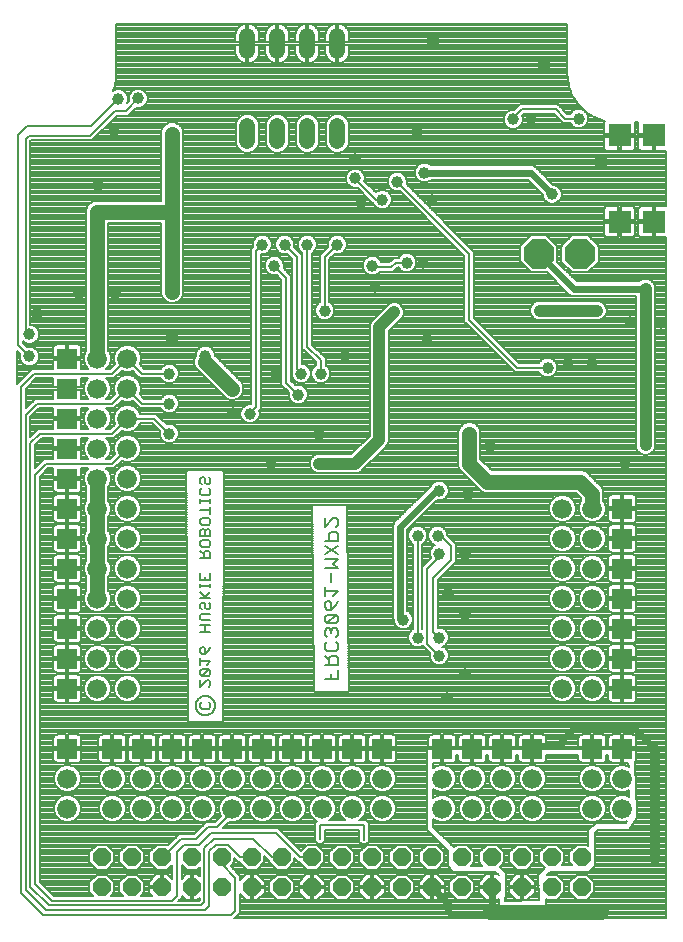
<source format=gbl>
G75*
%MOIN*%
%OFA0B0*%
%FSLAX25Y25*%
%IPPOS*%
%LPD*%
%AMOC8*
5,1,8,0,0,1.08239X$1,22.5*
%
%ADD10C,0.00600*%
%ADD11C,0.00800*%
%ADD12OC8,0.06000*%
%ADD13R,0.06600X0.06600*%
%ADD14C,0.06600*%
%ADD15R,0.07677X0.07677*%
%ADD16C,0.05200*%
%ADD17OC8,0.10050*%
%ADD18C,0.03962*%
%ADD19C,0.05000*%
%ADD20C,0.01600*%
%ADD21C,0.02400*%
%ADD22C,0.04000*%
%ADD23C,0.03200*%
%ADD24R,0.03962X0.03962*%
D10*
X0072139Y0074626D02*
X0071572Y0075193D01*
X0071572Y0076328D01*
X0072139Y0076895D01*
X0074407Y0076895D02*
X0074975Y0076328D01*
X0074975Y0075193D01*
X0074407Y0074626D01*
X0072139Y0074626D01*
X0071572Y0081992D02*
X0073840Y0084261D01*
X0074407Y0084261D01*
X0074975Y0083694D01*
X0074975Y0082560D01*
X0074407Y0081992D01*
X0071572Y0081992D02*
X0071572Y0084261D01*
X0072139Y0085676D02*
X0074407Y0087944D01*
X0072139Y0087944D01*
X0071572Y0087377D01*
X0071572Y0086243D01*
X0072139Y0085676D01*
X0074407Y0085676D01*
X0074975Y0086243D01*
X0074975Y0087377D01*
X0074407Y0087944D01*
X0073840Y0089359D02*
X0074975Y0090493D01*
X0071572Y0090493D01*
X0071572Y0089359D02*
X0071572Y0091627D01*
X0072139Y0093042D02*
X0071572Y0093609D01*
X0071572Y0094743D01*
X0072139Y0095311D01*
X0072706Y0095311D01*
X0073273Y0094743D01*
X0073273Y0093042D01*
X0072139Y0093042D01*
X0073273Y0093042D02*
X0074407Y0094176D01*
X0074975Y0095311D01*
X0074975Y0100408D02*
X0071572Y0100408D01*
X0073273Y0100408D02*
X0073273Y0102677D01*
X0071572Y0102677D02*
X0074975Y0102677D01*
X0074975Y0104091D02*
X0072139Y0104091D01*
X0071572Y0104658D01*
X0071572Y0105793D01*
X0072139Y0106360D01*
X0074975Y0106360D01*
X0074407Y0107774D02*
X0073840Y0107774D01*
X0073273Y0108342D01*
X0073273Y0109476D01*
X0072706Y0110043D01*
X0072139Y0110043D01*
X0071572Y0109476D01*
X0071572Y0108342D01*
X0072139Y0107774D01*
X0074407Y0107774D02*
X0074975Y0108342D01*
X0074975Y0109476D01*
X0074407Y0110043D01*
X0074975Y0111458D02*
X0071572Y0111458D01*
X0072706Y0111458D02*
X0074975Y0113726D01*
X0074975Y0115141D02*
X0074975Y0116275D01*
X0074975Y0115708D02*
X0071572Y0115708D01*
X0071572Y0115141D02*
X0071572Y0116275D01*
X0071572Y0117596D02*
X0071572Y0119865D01*
X0073273Y0118730D02*
X0073273Y0117596D01*
X0071572Y0117596D02*
X0074975Y0117596D01*
X0074975Y0119865D01*
X0074975Y0124962D02*
X0071572Y0124962D01*
X0072706Y0124962D02*
X0072706Y0126664D01*
X0073273Y0127231D01*
X0074407Y0127231D01*
X0074975Y0126664D01*
X0074975Y0124962D01*
X0072706Y0126097D02*
X0071572Y0127231D01*
X0072139Y0128646D02*
X0071572Y0129213D01*
X0071572Y0130347D01*
X0072139Y0130914D01*
X0074407Y0130914D01*
X0074975Y0130347D01*
X0074975Y0129213D01*
X0074407Y0128646D01*
X0072139Y0128646D01*
X0071572Y0132329D02*
X0071572Y0134030D01*
X0072139Y0134597D01*
X0072706Y0134597D01*
X0073273Y0134030D01*
X0073273Y0132329D01*
X0073273Y0134030D02*
X0073840Y0134597D01*
X0074407Y0134597D01*
X0074975Y0134030D01*
X0074975Y0132329D01*
X0071572Y0132329D01*
X0072139Y0136012D02*
X0071572Y0136579D01*
X0071572Y0137713D01*
X0072139Y0138281D01*
X0074407Y0138281D01*
X0074975Y0137713D01*
X0074975Y0136579D01*
X0074407Y0136012D01*
X0072139Y0136012D01*
X0074975Y0139695D02*
X0074975Y0141964D01*
X0074975Y0140829D02*
X0071572Y0140829D01*
X0071572Y0143378D02*
X0071572Y0144513D01*
X0071572Y0143945D02*
X0074975Y0143945D01*
X0074975Y0143378D02*
X0074975Y0144513D01*
X0074407Y0145834D02*
X0072139Y0145834D01*
X0071572Y0146401D01*
X0071572Y0147535D01*
X0072139Y0148102D01*
X0072139Y0149517D02*
X0071572Y0150084D01*
X0071572Y0151218D01*
X0072139Y0151785D01*
X0072706Y0151785D01*
X0073273Y0151218D01*
X0073273Y0150084D01*
X0073840Y0149517D01*
X0074407Y0149517D01*
X0074975Y0150084D01*
X0074975Y0151218D01*
X0074407Y0151785D01*
X0074407Y0148102D02*
X0074975Y0147535D01*
X0074975Y0146401D01*
X0074407Y0145834D01*
X0071572Y0113726D02*
X0073273Y0112025D01*
X0113072Y0112324D02*
X0113072Y0115259D01*
X0113072Y0113791D02*
X0117475Y0113791D01*
X0116007Y0112324D01*
X0114540Y0110655D02*
X0115274Y0109921D01*
X0115274Y0107720D01*
X0113806Y0107720D01*
X0113072Y0108454D01*
X0113072Y0109921D01*
X0113806Y0110655D01*
X0114540Y0110655D01*
X0116741Y0109188D02*
X0115274Y0107720D01*
X0116741Y0109188D02*
X0117475Y0110655D01*
X0116741Y0106052D02*
X0113806Y0106052D01*
X0113072Y0105318D01*
X0113072Y0103850D01*
X0113806Y0103116D01*
X0116741Y0106052D01*
X0117475Y0105318D01*
X0117475Y0103850D01*
X0116741Y0103116D01*
X0113806Y0103116D01*
X0113806Y0101448D02*
X0113072Y0100714D01*
X0113072Y0099246D01*
X0113806Y0098512D01*
X0113806Y0096844D02*
X0113072Y0096110D01*
X0113072Y0094642D01*
X0113806Y0093908D01*
X0116741Y0093908D01*
X0117475Y0094642D01*
X0117475Y0096110D01*
X0116741Y0096844D01*
X0116741Y0098512D02*
X0117475Y0099246D01*
X0117475Y0100714D01*
X0116741Y0101448D01*
X0116007Y0101448D01*
X0115274Y0100714D01*
X0114540Y0101448D01*
X0113806Y0101448D01*
X0115274Y0100714D02*
X0115274Y0099980D01*
X0115274Y0092240D02*
X0114540Y0091506D01*
X0114540Y0089304D01*
X0114540Y0090772D02*
X0113072Y0092240D01*
X0115274Y0092240D02*
X0116741Y0092240D01*
X0117475Y0091506D01*
X0117475Y0089304D01*
X0113072Y0089304D01*
X0115274Y0086168D02*
X0115274Y0084700D01*
X0117475Y0084700D02*
X0117475Y0087636D01*
X0117475Y0084700D02*
X0113072Y0084700D01*
X0115274Y0116927D02*
X0115274Y0119863D01*
X0117475Y0121531D02*
X0113072Y0121531D01*
X0113072Y0124467D02*
X0117475Y0124467D01*
X0116007Y0122999D01*
X0117475Y0121531D01*
X0117475Y0126135D02*
X0113072Y0129071D01*
X0113072Y0130739D02*
X0117475Y0130739D01*
X0117475Y0132941D01*
X0116741Y0133675D01*
X0115274Y0133675D01*
X0114540Y0132941D01*
X0114540Y0130739D01*
X0117475Y0129071D02*
X0113072Y0126135D01*
X0113072Y0135343D02*
X0116007Y0138279D01*
X0116741Y0138279D01*
X0117475Y0137545D01*
X0117475Y0136077D01*
X0116741Y0135343D01*
X0113072Y0135343D02*
X0113072Y0138279D01*
D11*
X0011772Y0013400D02*
X0019272Y0005900D01*
X0081772Y0005900D01*
X0083272Y0007400D01*
X0083272Y0018400D01*
X0078772Y0022900D01*
X0078772Y0025200D01*
X0081723Y0022212D02*
X0082972Y0023460D01*
X0082972Y0024937D01*
X0084309Y0023600D01*
X0084572Y0023600D01*
X0084572Y0023460D01*
X0087032Y0021000D01*
X0090511Y0021000D01*
X0092972Y0023460D01*
X0092972Y0025437D01*
X0094572Y0023837D01*
X0094572Y0023460D01*
X0097032Y0021000D01*
X0100511Y0021000D01*
X0102972Y0023460D01*
X0102972Y0024937D01*
X0104309Y0023600D01*
X0104572Y0023600D01*
X0104572Y0023460D01*
X0107032Y0021000D01*
X0110511Y0021000D01*
X0112972Y0023460D01*
X0112972Y0026940D01*
X0110511Y0029400D01*
X0107032Y0029400D01*
X0105033Y0027401D01*
X0098372Y0034063D01*
X0097434Y0035000D01*
X0079134Y0035000D01*
X0081135Y0037000D01*
X0081377Y0036900D01*
X0083167Y0036900D01*
X0084821Y0037585D01*
X0086087Y0038851D01*
X0086772Y0040505D01*
X0086772Y0042295D01*
X0086087Y0043949D01*
X0084821Y0045215D01*
X0083167Y0045900D01*
X0081377Y0045900D01*
X0079723Y0045215D01*
X0078457Y0043949D01*
X0077772Y0042295D01*
X0077772Y0040505D01*
X0078457Y0038851D01*
X0078458Y0038849D01*
X0076609Y0037000D01*
X0073609Y0037000D01*
X0072672Y0036063D01*
X0069609Y0033000D01*
X0064609Y0033000D01*
X0063672Y0032063D01*
X0060760Y0029151D01*
X0060511Y0029400D01*
X0057032Y0029400D01*
X0054572Y0026940D01*
X0054572Y0023460D01*
X0057032Y0021000D01*
X0060511Y0021000D01*
X0062172Y0022660D01*
X0062172Y0018023D01*
X0060594Y0019600D01*
X0059172Y0019600D01*
X0059172Y0015600D01*
X0058372Y0015600D01*
X0058372Y0019600D01*
X0056949Y0019600D01*
X0054372Y0017023D01*
X0054372Y0015600D01*
X0058372Y0015600D01*
X0058372Y0014800D01*
X0054372Y0014800D01*
X0054372Y0013377D01*
X0055449Y0012300D01*
X0051811Y0012300D01*
X0052972Y0013460D01*
X0052972Y0016940D01*
X0050511Y0019400D01*
X0047032Y0019400D01*
X0044572Y0016940D01*
X0044572Y0013460D01*
X0045732Y0012300D01*
X0041811Y0012300D01*
X0042972Y0013460D01*
X0042972Y0016940D01*
X0040511Y0019400D01*
X0037032Y0019400D01*
X0034572Y0016940D01*
X0034572Y0013460D01*
X0035732Y0012300D01*
X0022934Y0012300D01*
X0018172Y0017063D01*
X0018172Y0152037D01*
X0020934Y0154800D01*
X0022572Y0154800D01*
X0022572Y0151800D01*
X0026872Y0151800D01*
X0026872Y0151000D01*
X0027672Y0151000D01*
X0027672Y0151800D01*
X0031972Y0151800D01*
X0031972Y0154800D01*
X0034308Y0154800D01*
X0033457Y0153949D01*
X0032772Y0152295D01*
X0032772Y0150505D01*
X0033457Y0148851D01*
X0033572Y0148736D01*
X0033572Y0144064D01*
X0033457Y0143949D01*
X0032772Y0142295D01*
X0032772Y0140505D01*
X0033457Y0138851D01*
X0033572Y0138736D01*
X0033572Y0134064D01*
X0033457Y0133949D01*
X0032772Y0132295D01*
X0032772Y0130505D01*
X0033457Y0128851D01*
X0033572Y0128736D01*
X0033572Y0124064D01*
X0033457Y0123949D01*
X0032772Y0122295D01*
X0032772Y0120505D01*
X0033457Y0118851D01*
X0033572Y0118736D01*
X0033572Y0114064D01*
X0033457Y0113949D01*
X0032772Y0112295D01*
X0032772Y0110505D01*
X0033457Y0108851D01*
X0034723Y0107585D01*
X0036377Y0106900D01*
X0038167Y0106900D01*
X0039821Y0107585D01*
X0041087Y0108851D01*
X0041772Y0110505D01*
X0041772Y0112295D01*
X0041087Y0113949D01*
X0040972Y0114064D01*
X0040972Y0118736D01*
X0041087Y0118851D01*
X0041772Y0120505D01*
X0041772Y0122295D01*
X0041087Y0123949D01*
X0040972Y0124064D01*
X0040972Y0128736D01*
X0041087Y0128851D01*
X0041772Y0130505D01*
X0041772Y0132295D01*
X0041087Y0133949D01*
X0040972Y0134064D01*
X0040972Y0138736D01*
X0041087Y0138851D01*
X0041772Y0140505D01*
X0041772Y0142295D01*
X0041087Y0143949D01*
X0040972Y0144064D01*
X0040972Y0148736D01*
X0041087Y0148851D01*
X0041772Y0150505D01*
X0041772Y0152295D01*
X0041087Y0153949D01*
X0040236Y0154800D01*
X0042934Y0154800D01*
X0045427Y0157293D01*
X0046377Y0156900D01*
X0048167Y0156900D01*
X0049821Y0157585D01*
X0051087Y0158851D01*
X0051772Y0160505D01*
X0051772Y0162295D01*
X0051087Y0163949D01*
X0049821Y0165215D01*
X0048167Y0165900D01*
X0046377Y0165900D01*
X0044723Y0165215D01*
X0043457Y0163949D01*
X0042772Y0162295D01*
X0042772Y0160505D01*
X0043165Y0159556D01*
X0041609Y0158000D01*
X0040236Y0158000D01*
X0041087Y0158851D01*
X0041772Y0160505D01*
X0041772Y0162295D01*
X0041087Y0163949D01*
X0040236Y0164800D01*
X0042934Y0164800D01*
X0045427Y0167293D01*
X0046377Y0166900D01*
X0048167Y0166900D01*
X0049821Y0167585D01*
X0051087Y0168851D01*
X0051480Y0169800D01*
X0055609Y0169800D01*
X0058174Y0167235D01*
X0058091Y0167033D01*
X0058091Y0165767D01*
X0058575Y0164598D01*
X0059470Y0163703D01*
X0060639Y0163219D01*
X0061904Y0163219D01*
X0063074Y0163703D01*
X0063968Y0164598D01*
X0064453Y0165767D01*
X0064453Y0167033D01*
X0063968Y0168202D01*
X0063074Y0169097D01*
X0061904Y0169581D01*
X0060639Y0169581D01*
X0060437Y0169497D01*
X0057872Y0172063D01*
X0056934Y0173000D01*
X0051480Y0173000D01*
X0051087Y0173949D01*
X0049821Y0175215D01*
X0048167Y0175900D01*
X0046377Y0175900D01*
X0044723Y0175215D01*
X0043457Y0173949D01*
X0042772Y0172295D01*
X0042772Y0170505D01*
X0043165Y0169556D01*
X0041609Y0168000D01*
X0040236Y0168000D01*
X0041087Y0168851D01*
X0041772Y0170505D01*
X0041772Y0172295D01*
X0041087Y0173949D01*
X0040236Y0174800D01*
X0042934Y0174800D01*
X0045427Y0177293D01*
X0046377Y0176900D01*
X0048167Y0176900D01*
X0049116Y0177293D01*
X0051609Y0174800D01*
X0058491Y0174800D01*
X0058575Y0174598D01*
X0059470Y0173703D01*
X0060639Y0173219D01*
X0061904Y0173219D01*
X0063074Y0173703D01*
X0063968Y0174598D01*
X0064453Y0175767D01*
X0064453Y0177033D01*
X0063968Y0178202D01*
X0063074Y0179097D01*
X0061904Y0179581D01*
X0060639Y0179581D01*
X0059470Y0179097D01*
X0058575Y0178202D01*
X0058491Y0178000D01*
X0052934Y0178000D01*
X0051379Y0179556D01*
X0051772Y0180505D01*
X0051772Y0182295D01*
X0051087Y0183949D01*
X0049821Y0185215D01*
X0048167Y0185900D01*
X0046377Y0185900D01*
X0044723Y0185215D01*
X0043457Y0183949D01*
X0042772Y0182295D01*
X0042772Y0180505D01*
X0043165Y0179556D01*
X0041609Y0178000D01*
X0040236Y0178000D01*
X0041087Y0178851D01*
X0041772Y0180505D01*
X0041772Y0182295D01*
X0041087Y0183949D01*
X0040236Y0184800D01*
X0042934Y0184800D01*
X0045427Y0187293D01*
X0046377Y0186900D01*
X0048167Y0186900D01*
X0049116Y0187293D01*
X0050672Y0185737D01*
X0051609Y0184800D01*
X0058491Y0184800D01*
X0058575Y0184598D01*
X0059470Y0183703D01*
X0060639Y0183219D01*
X0061904Y0183219D01*
X0063074Y0183703D01*
X0063968Y0184598D01*
X0064453Y0185767D01*
X0064453Y0187033D01*
X0063968Y0188202D01*
X0063074Y0189097D01*
X0061904Y0189581D01*
X0060639Y0189581D01*
X0059470Y0189097D01*
X0058575Y0188202D01*
X0058491Y0188000D01*
X0052934Y0188000D01*
X0051379Y0189556D01*
X0051772Y0190505D01*
X0051772Y0192295D01*
X0051087Y0193949D01*
X0049821Y0195215D01*
X0048167Y0195900D01*
X0046377Y0195900D01*
X0044723Y0195215D01*
X0043457Y0193949D01*
X0042772Y0192295D01*
X0042772Y0190505D01*
X0043165Y0189556D01*
X0041609Y0188000D01*
X0040236Y0188000D01*
X0041087Y0188851D01*
X0041772Y0190505D01*
X0041772Y0192295D01*
X0041087Y0193949D01*
X0040972Y0194064D01*
X0040972Y0236659D01*
X0058572Y0236659D01*
X0058572Y0212964D01*
X0059135Y0211604D01*
X0060176Y0210563D01*
X0061536Y0210000D01*
X0063008Y0210000D01*
X0064368Y0210563D01*
X0065408Y0211604D01*
X0065972Y0212964D01*
X0065972Y0267136D01*
X0065408Y0268496D01*
X0064368Y0269537D01*
X0063008Y0270100D01*
X0061536Y0270100D01*
X0060176Y0269537D01*
X0059135Y0268496D01*
X0058572Y0267136D01*
X0058572Y0244059D01*
X0036536Y0244059D01*
X0035176Y0243496D01*
X0034135Y0242455D01*
X0033572Y0241095D01*
X0033572Y0194064D01*
X0033457Y0193949D01*
X0032772Y0192295D01*
X0032772Y0190505D01*
X0033457Y0188851D01*
X0034308Y0188000D01*
X0031972Y0188000D01*
X0031972Y0191000D01*
X0027672Y0191000D01*
X0027672Y0191800D01*
X0031972Y0191800D01*
X0031972Y0194884D01*
X0031876Y0195240D01*
X0031692Y0195560D01*
X0031431Y0195820D01*
X0031112Y0196005D01*
X0030756Y0196100D01*
X0027672Y0196100D01*
X0027672Y0191800D01*
X0026872Y0191800D01*
X0026872Y0196100D01*
X0023787Y0196100D01*
X0023431Y0196005D01*
X0023112Y0195820D01*
X0022851Y0195560D01*
X0022667Y0195240D01*
X0022572Y0194884D01*
X0022572Y0191800D01*
X0026872Y0191800D01*
X0026872Y0191000D01*
X0022572Y0191000D01*
X0022572Y0188000D01*
X0015609Y0188000D01*
X0014672Y0187063D01*
X0014672Y0187063D01*
X0010672Y0183063D01*
X0010672Y0193837D01*
X0011574Y0192935D01*
X0011491Y0192733D01*
X0011491Y0191467D01*
X0011975Y0190298D01*
X0012870Y0189403D01*
X0014039Y0188919D01*
X0015304Y0188919D01*
X0016474Y0189403D01*
X0017368Y0190298D01*
X0017853Y0191467D01*
X0017853Y0192733D01*
X0017368Y0193902D01*
X0016474Y0194797D01*
X0015304Y0195281D01*
X0014039Y0195281D01*
X0013837Y0195197D01*
X0012472Y0196563D01*
X0012472Y0197201D01*
X0012870Y0196803D01*
X0014039Y0196319D01*
X0015304Y0196319D01*
X0016474Y0196803D01*
X0017368Y0197698D01*
X0017853Y0198867D01*
X0017853Y0200133D01*
X0017368Y0201302D01*
X0016474Y0202197D01*
X0015304Y0202681D01*
X0014972Y0202681D01*
X0014972Y0263937D01*
X0015134Y0264100D01*
X0035434Y0264100D01*
X0043734Y0272400D01*
X0047534Y0272400D01*
X0047834Y0272700D01*
X0048772Y0273637D01*
X0048772Y0273737D01*
X0050037Y0275003D01*
X0050239Y0274919D01*
X0051504Y0274919D01*
X0052674Y0275403D01*
X0053568Y0276298D01*
X0054053Y0277467D01*
X0054053Y0278733D01*
X0053568Y0279902D01*
X0052674Y0280797D01*
X0051504Y0281281D01*
X0050239Y0281281D01*
X0049070Y0280797D01*
X0048175Y0279902D01*
X0047691Y0278733D01*
X0047691Y0277467D01*
X0047774Y0277265D01*
X0047153Y0276644D01*
X0047453Y0277367D01*
X0047453Y0278633D01*
X0046968Y0279802D01*
X0046074Y0280697D01*
X0044904Y0281181D01*
X0043639Y0281181D01*
X0042543Y0280727D01*
X0042981Y0282019D01*
X0043022Y0282046D01*
X0043066Y0282268D01*
X0043139Y0282483D01*
X0043117Y0282526D01*
X0043432Y0284108D01*
X0043468Y0284140D01*
X0043483Y0284366D01*
X0043527Y0284588D01*
X0043500Y0284628D01*
X0043604Y0286213D01*
X0043622Y0286231D01*
X0043622Y0286479D01*
X0043638Y0286726D01*
X0043622Y0286745D01*
X0043622Y0303000D01*
X0193922Y0303000D01*
X0193922Y0286745D01*
X0193905Y0286726D01*
X0193922Y0286479D01*
X0193922Y0286231D01*
X0193939Y0286213D01*
X0194043Y0284628D01*
X0194016Y0284588D01*
X0194060Y0284366D01*
X0194075Y0284140D01*
X0194112Y0284108D01*
X0194426Y0282526D01*
X0194405Y0282483D01*
X0194477Y0282268D01*
X0194522Y0282046D01*
X0194562Y0282019D01*
X0195080Y0280492D01*
X0195065Y0280446D01*
X0195165Y0280243D01*
X0195238Y0280028D01*
X0195281Y0280006D01*
X0195995Y0278560D01*
X0195985Y0278513D01*
X0196111Y0278324D01*
X0196211Y0278121D01*
X0196257Y0278105D01*
X0197153Y0276765D01*
X0197150Y0276716D01*
X0197299Y0276546D01*
X0197425Y0276357D01*
X0197473Y0276348D01*
X0198536Y0275136D01*
X0198539Y0275087D01*
X0198709Y0274938D01*
X0198859Y0274767D01*
X0198907Y0274764D01*
X0200120Y0273701D01*
X0200129Y0273653D01*
X0200318Y0273528D01*
X0200488Y0273378D01*
X0200536Y0273381D01*
X0201877Y0272486D01*
X0201893Y0272440D01*
X0202096Y0272339D01*
X0202284Y0272213D01*
X0202332Y0272223D01*
X0203778Y0271510D01*
X0203800Y0271466D01*
X0204014Y0271393D01*
X0204217Y0271293D01*
X0204264Y0271309D01*
X0205790Y0270790D01*
X0205817Y0270750D01*
X0206040Y0270706D01*
X0206254Y0270633D01*
X0206298Y0270654D01*
X0206551Y0270604D01*
X0206415Y0270468D01*
X0206231Y0270149D01*
X0206136Y0269793D01*
X0206136Y0266170D01*
X0210974Y0266170D01*
X0210974Y0265370D01*
X0206136Y0265370D01*
X0206136Y0261747D01*
X0206231Y0261391D01*
X0206415Y0261072D01*
X0206676Y0260811D01*
X0206995Y0260627D01*
X0207351Y0260531D01*
X0210974Y0260531D01*
X0210974Y0265370D01*
X0211774Y0265370D01*
X0211774Y0260531D01*
X0215397Y0260531D01*
X0215753Y0260627D01*
X0216073Y0260811D01*
X0216333Y0261072D01*
X0216517Y0261391D01*
X0216613Y0261747D01*
X0216613Y0265370D01*
X0211774Y0265370D01*
X0211774Y0266170D01*
X0216613Y0266170D01*
X0216613Y0269793D01*
X0216517Y0270149D01*
X0216517Y0270150D01*
X0217649Y0270150D01*
X0217648Y0270149D01*
X0217553Y0269793D01*
X0217553Y0266170D01*
X0222392Y0266170D01*
X0222392Y0265370D01*
X0223192Y0265370D01*
X0223192Y0260531D01*
X0226815Y0260531D01*
X0226872Y0260547D01*
X0226872Y0242253D01*
X0226815Y0242268D01*
X0223192Y0242268D01*
X0223192Y0237430D01*
X0222392Y0237430D01*
X0222392Y0242268D01*
X0218769Y0242268D01*
X0218413Y0242173D01*
X0218093Y0241989D01*
X0217833Y0241728D01*
X0217648Y0241409D01*
X0217553Y0241053D01*
X0217553Y0237430D01*
X0222392Y0237430D01*
X0222392Y0236630D01*
X0223192Y0236630D01*
X0223192Y0231791D01*
X0226815Y0231791D01*
X0226872Y0231807D01*
X0226872Y0004800D01*
X0173272Y0004800D01*
X0173272Y0008400D01*
X0186972Y0008300D01*
X0186863Y0011169D01*
X0187032Y0011000D01*
X0190511Y0011000D01*
X0192972Y0013460D01*
X0192972Y0016940D01*
X0190511Y0019400D01*
X0187138Y0019400D01*
X0188272Y0020400D01*
X0201272Y0020400D01*
X0203272Y0022400D01*
X0203272Y0033400D01*
X0204272Y0034400D01*
X0214572Y0034400D01*
X0217272Y0038100D01*
X0217272Y0038400D01*
X0216726Y0050396D01*
X0216772Y0050505D01*
X0216772Y0052295D01*
X0216624Y0052652D01*
X0216427Y0056977D01*
X0216431Y0056980D01*
X0216692Y0057240D01*
X0216876Y0057560D01*
X0216972Y0057916D01*
X0216972Y0061000D01*
X0215672Y0061000D01*
X0215272Y0061400D01*
X0212672Y0061400D01*
X0212672Y0061800D01*
X0216972Y0061800D01*
X0216972Y0064884D01*
X0216876Y0065240D01*
X0216692Y0065560D01*
X0216431Y0065820D01*
X0216112Y0066005D01*
X0215756Y0066100D01*
X0212672Y0066100D01*
X0212672Y0061800D01*
X0211872Y0061800D01*
X0211872Y0066100D01*
X0208787Y0066100D01*
X0208431Y0066005D01*
X0208112Y0065820D01*
X0207851Y0065560D01*
X0207667Y0065240D01*
X0207572Y0064884D01*
X0207572Y0061800D01*
X0211872Y0061800D01*
X0211872Y0061400D01*
X0202672Y0061400D01*
X0202672Y0061800D01*
X0206972Y0061800D01*
X0206972Y0064884D01*
X0206876Y0065240D01*
X0206692Y0065560D01*
X0206431Y0065820D01*
X0206112Y0066005D01*
X0205756Y0066100D01*
X0202672Y0066100D01*
X0202672Y0061800D01*
X0201872Y0061800D01*
X0201872Y0066100D01*
X0198787Y0066100D01*
X0198431Y0066005D01*
X0198112Y0065820D01*
X0197851Y0065560D01*
X0197667Y0065240D01*
X0197572Y0064884D01*
X0197572Y0061800D01*
X0201872Y0061800D01*
X0201872Y0061400D01*
X0182672Y0061400D01*
X0182672Y0061800D01*
X0186972Y0061800D01*
X0186972Y0064884D01*
X0186876Y0065240D01*
X0186692Y0065560D01*
X0186431Y0065820D01*
X0186112Y0066005D01*
X0185756Y0066100D01*
X0182672Y0066100D01*
X0182672Y0061800D01*
X0181872Y0061800D01*
X0181872Y0066100D01*
X0178787Y0066100D01*
X0178431Y0066005D01*
X0178112Y0065820D01*
X0177851Y0065560D01*
X0177667Y0065240D01*
X0177572Y0064884D01*
X0177572Y0061800D01*
X0181872Y0061800D01*
X0181872Y0061400D01*
X0172672Y0061400D01*
X0172672Y0061800D01*
X0176972Y0061800D01*
X0176972Y0064884D01*
X0176876Y0065240D01*
X0176692Y0065560D01*
X0176431Y0065820D01*
X0176112Y0066005D01*
X0175756Y0066100D01*
X0172672Y0066100D01*
X0172672Y0061800D01*
X0171872Y0061800D01*
X0171872Y0066100D01*
X0168787Y0066100D01*
X0168431Y0066005D01*
X0168112Y0065820D01*
X0167851Y0065560D01*
X0167667Y0065240D01*
X0167572Y0064884D01*
X0167572Y0061800D01*
X0171872Y0061800D01*
X0171872Y0061400D01*
X0162672Y0061400D01*
X0162672Y0061800D01*
X0166972Y0061800D01*
X0166972Y0064884D01*
X0166876Y0065240D01*
X0166692Y0065560D01*
X0166431Y0065820D01*
X0166112Y0066005D01*
X0165756Y0066100D01*
X0162672Y0066100D01*
X0162672Y0061800D01*
X0161872Y0061800D01*
X0161872Y0066100D01*
X0158787Y0066100D01*
X0158431Y0066005D01*
X0158112Y0065820D01*
X0157851Y0065560D01*
X0157667Y0065240D01*
X0157572Y0064884D01*
X0157572Y0061800D01*
X0161872Y0061800D01*
X0161872Y0061400D01*
X0152672Y0061400D01*
X0152672Y0061800D01*
X0156972Y0061800D01*
X0156972Y0064884D01*
X0156876Y0065240D01*
X0156692Y0065560D01*
X0156431Y0065820D01*
X0156112Y0066005D01*
X0155756Y0066100D01*
X0152672Y0066100D01*
X0152672Y0061800D01*
X0151872Y0061800D01*
X0151872Y0066100D01*
X0148787Y0066100D01*
X0148431Y0066005D01*
X0148112Y0065820D01*
X0147851Y0065560D01*
X0147667Y0065240D01*
X0147572Y0064884D01*
X0147572Y0061800D01*
X0151872Y0061800D01*
X0151872Y0061400D01*
X0147272Y0061400D01*
X0147272Y0034400D01*
X0154272Y0027400D01*
X0154272Y0022400D01*
X0155872Y0020300D01*
X0169872Y0020300D01*
X0171072Y0019400D01*
X0171073Y0019121D01*
X0170594Y0019600D01*
X0169172Y0019600D01*
X0169172Y0015600D01*
X0168372Y0015600D01*
X0168372Y0019600D01*
X0166949Y0019600D01*
X0164372Y0017023D01*
X0164372Y0015600D01*
X0168372Y0015600D01*
X0168372Y0014800D01*
X0169172Y0014800D01*
X0169172Y0010800D01*
X0170594Y0010800D01*
X0171117Y0011322D01*
X0171153Y0004800D01*
X0082934Y0004800D01*
X0083372Y0005237D01*
X0084872Y0006737D01*
X0084872Y0012877D01*
X0086949Y0010800D01*
X0088372Y0010800D01*
X0088372Y0014800D01*
X0089172Y0014800D01*
X0089172Y0015600D01*
X0093172Y0015600D01*
X0093172Y0017023D01*
X0090594Y0019600D01*
X0089172Y0019600D01*
X0089172Y0015600D01*
X0088372Y0015600D01*
X0088372Y0019600D01*
X0086949Y0019600D01*
X0084872Y0017523D01*
X0084872Y0019063D01*
X0081723Y0022212D01*
X0081773Y0022161D02*
X0085871Y0022161D01*
X0086669Y0021363D02*
X0082572Y0021363D01*
X0083370Y0020564D02*
X0155670Y0020564D01*
X0155062Y0021363D02*
X0150874Y0021363D01*
X0150511Y0021000D02*
X0152972Y0023460D01*
X0152972Y0026940D01*
X0150511Y0029400D01*
X0147032Y0029400D01*
X0144572Y0026940D01*
X0144572Y0023460D01*
X0147032Y0021000D01*
X0150511Y0021000D01*
X0150594Y0019600D02*
X0149172Y0019600D01*
X0149172Y0015600D01*
X0153172Y0015600D01*
X0153172Y0017023D01*
X0150594Y0019600D01*
X0151227Y0018967D02*
X0156599Y0018967D01*
X0157032Y0019400D02*
X0154572Y0016940D01*
X0154572Y0013460D01*
X0157032Y0011000D01*
X0160511Y0011000D01*
X0162972Y0013460D01*
X0162972Y0016940D01*
X0160511Y0019400D01*
X0157032Y0019400D01*
X0155801Y0018169D02*
X0152025Y0018169D01*
X0152824Y0017370D02*
X0155002Y0017370D01*
X0154572Y0016572D02*
X0153172Y0016572D01*
X0153172Y0015773D02*
X0154572Y0015773D01*
X0154572Y0014975D02*
X0149172Y0014975D01*
X0149172Y0014800D02*
X0149172Y0015600D01*
X0148372Y0015600D01*
X0148372Y0019600D01*
X0146949Y0019600D01*
X0144372Y0017023D01*
X0144372Y0015600D01*
X0148372Y0015600D01*
X0148372Y0014800D01*
X0149172Y0014800D01*
X0153172Y0014800D01*
X0153172Y0013377D01*
X0150594Y0010800D01*
X0149172Y0010800D01*
X0149172Y0014800D01*
X0149172Y0014176D02*
X0148372Y0014176D01*
X0148372Y0014800D02*
X0148372Y0010800D01*
X0146949Y0010800D01*
X0144372Y0013377D01*
X0144372Y0014800D01*
X0148372Y0014800D01*
X0148372Y0014975D02*
X0142972Y0014975D01*
X0142972Y0015773D02*
X0144372Y0015773D01*
X0144372Y0016572D02*
X0142972Y0016572D01*
X0142972Y0016940D02*
X0140511Y0019400D01*
X0137032Y0019400D01*
X0134572Y0016940D01*
X0134572Y0013460D01*
X0137032Y0011000D01*
X0140511Y0011000D01*
X0142972Y0013460D01*
X0142972Y0016940D01*
X0142541Y0017370D02*
X0144719Y0017370D01*
X0145518Y0018169D02*
X0141743Y0018169D01*
X0140944Y0018967D02*
X0146316Y0018967D01*
X0148372Y0018967D02*
X0149172Y0018967D01*
X0149172Y0018169D02*
X0148372Y0018169D01*
X0148372Y0017370D02*
X0149172Y0017370D01*
X0149172Y0016572D02*
X0148372Y0016572D01*
X0148372Y0015773D02*
X0149172Y0015773D01*
X0149172Y0013378D02*
X0148372Y0013378D01*
X0148372Y0012579D02*
X0149172Y0012579D01*
X0149172Y0011781D02*
X0148372Y0011781D01*
X0148372Y0010982D02*
X0149172Y0010982D01*
X0150776Y0010982D02*
X0166767Y0010982D01*
X0166949Y0010800D02*
X0168372Y0010800D01*
X0168372Y0014800D01*
X0164372Y0014800D01*
X0164372Y0013377D01*
X0166949Y0010800D01*
X0165968Y0011781D02*
X0161292Y0011781D01*
X0162091Y0012579D02*
X0165170Y0012579D01*
X0164372Y0013378D02*
X0162889Y0013378D01*
X0162972Y0014176D02*
X0164372Y0014176D01*
X0164372Y0015773D02*
X0162972Y0015773D01*
X0162972Y0014975D02*
X0168372Y0014975D01*
X0168372Y0015773D02*
X0169172Y0015773D01*
X0169172Y0016572D02*
X0168372Y0016572D01*
X0168372Y0017370D02*
X0169172Y0017370D01*
X0169172Y0018169D02*
X0168372Y0018169D01*
X0168372Y0018967D02*
X0169172Y0018967D01*
X0170584Y0019766D02*
X0084169Y0019766D01*
X0084872Y0018967D02*
X0086316Y0018967D01*
X0085518Y0018169D02*
X0084872Y0018169D01*
X0088372Y0018169D02*
X0089172Y0018169D01*
X0089172Y0018967D02*
X0088372Y0018967D01*
X0088372Y0017370D02*
X0089172Y0017370D01*
X0089172Y0016572D02*
X0088372Y0016572D01*
X0088372Y0015773D02*
X0089172Y0015773D01*
X0089172Y0014975D02*
X0094572Y0014975D01*
X0094572Y0015773D02*
X0093172Y0015773D01*
X0093172Y0016572D02*
X0094572Y0016572D01*
X0094572Y0016940D02*
X0094572Y0013460D01*
X0097032Y0011000D01*
X0100511Y0011000D01*
X0102972Y0013460D01*
X0102972Y0016940D01*
X0100511Y0019400D01*
X0097032Y0019400D01*
X0094572Y0016940D01*
X0095002Y0017370D02*
X0092824Y0017370D01*
X0092025Y0018169D02*
X0095801Y0018169D01*
X0096599Y0018967D02*
X0091227Y0018967D01*
X0090874Y0021363D02*
X0096669Y0021363D01*
X0095871Y0022161D02*
X0091673Y0022161D01*
X0092471Y0022960D02*
X0095072Y0022960D01*
X0094572Y0023758D02*
X0092972Y0023758D01*
X0092972Y0024557D02*
X0093852Y0024557D01*
X0093054Y0025355D02*
X0092972Y0025355D01*
X0095472Y0025200D02*
X0089272Y0031400D01*
X0076272Y0031400D01*
X0072972Y0028100D01*
X0072972Y0010100D01*
X0071972Y0009100D01*
X0021272Y0009100D01*
X0014972Y0015400D01*
X0014972Y0163100D01*
X0018272Y0166400D01*
X0042272Y0166400D01*
X0047272Y0171400D01*
X0056272Y0171400D01*
X0061272Y0166400D01*
X0062578Y0163498D02*
X0125844Y0163498D01*
X0126642Y0164296D02*
X0063667Y0164296D01*
X0064174Y0165095D02*
X0127441Y0165095D01*
X0128072Y0165725D02*
X0121946Y0159600D01*
X0110635Y0159600D01*
X0109459Y0159113D01*
X0108559Y0158213D01*
X0108072Y0157037D01*
X0108072Y0155763D01*
X0108559Y0154587D01*
X0109459Y0153687D01*
X0110635Y0153200D01*
X0123908Y0153200D01*
X0125084Y0153687D01*
X0125984Y0154587D01*
X0133084Y0161687D01*
X0133984Y0162587D01*
X0134472Y0163763D01*
X0134472Y0200575D01*
X0138984Y0205087D01*
X0139472Y0206263D01*
X0139472Y0207537D01*
X0138984Y0208713D01*
X0138084Y0209613D01*
X0136908Y0210100D01*
X0135635Y0210100D01*
X0134459Y0209613D01*
X0128559Y0203713D01*
X0128072Y0202537D01*
X0128072Y0165725D01*
X0128072Y0165893D02*
X0064453Y0165893D01*
X0064453Y0166692D02*
X0128072Y0166692D01*
X0128072Y0167490D02*
X0064263Y0167490D01*
X0063882Y0168289D02*
X0128072Y0168289D01*
X0128072Y0169087D02*
X0063083Y0169087D01*
X0060048Y0169886D02*
X0087377Y0169886D01*
X0087539Y0169819D02*
X0088804Y0169819D01*
X0089974Y0170303D01*
X0090868Y0171198D01*
X0091353Y0172367D01*
X0091353Y0173633D01*
X0091269Y0173835D01*
X0091872Y0174437D01*
X0091872Y0226219D01*
X0092904Y0226219D01*
X0094074Y0226703D01*
X0094968Y0227598D01*
X0095453Y0228767D01*
X0095453Y0230033D01*
X0094968Y0231202D01*
X0094074Y0232097D01*
X0092904Y0232581D01*
X0091639Y0232581D01*
X0090470Y0232097D01*
X0089575Y0231202D01*
X0089091Y0230033D01*
X0089091Y0228767D01*
X0089174Y0228565D01*
X0088672Y0228063D01*
X0088672Y0176181D01*
X0087539Y0176181D01*
X0086370Y0175697D01*
X0085475Y0174802D01*
X0084991Y0173633D01*
X0084991Y0172367D01*
X0085475Y0171198D01*
X0086370Y0170303D01*
X0087539Y0169819D01*
X0088966Y0169886D02*
X0128072Y0169886D01*
X0128072Y0170684D02*
X0090355Y0170684D01*
X0090986Y0171483D02*
X0128072Y0171483D01*
X0128072Y0172281D02*
X0091317Y0172281D01*
X0091353Y0173080D02*
X0128072Y0173080D01*
X0128072Y0173878D02*
X0091313Y0173878D01*
X0091872Y0174677D02*
X0128072Y0174677D01*
X0128072Y0175475D02*
X0091872Y0175475D01*
X0091872Y0176274D02*
X0103506Y0176274D01*
X0103639Y0176219D02*
X0104904Y0176219D01*
X0106074Y0176703D01*
X0106968Y0177598D01*
X0107453Y0178767D01*
X0107453Y0180033D01*
X0106968Y0181202D01*
X0106074Y0182097D01*
X0104904Y0182581D01*
X0103639Y0182581D01*
X0103437Y0182497D01*
X0101872Y0184063D01*
X0101872Y0219063D01*
X0100934Y0220000D01*
X0099369Y0221565D01*
X0099453Y0221767D01*
X0099453Y0223033D01*
X0098968Y0224202D01*
X0098074Y0225097D01*
X0096904Y0225581D01*
X0095639Y0225581D01*
X0094470Y0225097D01*
X0093575Y0224202D01*
X0093091Y0223033D01*
X0093091Y0221767D01*
X0093575Y0220598D01*
X0094470Y0219703D01*
X0095639Y0219219D01*
X0096904Y0219219D01*
X0097106Y0219303D01*
X0098672Y0217737D01*
X0098672Y0182737D01*
X0101174Y0180235D01*
X0101091Y0180033D01*
X0101091Y0178767D01*
X0101575Y0177598D01*
X0102470Y0176703D01*
X0103639Y0176219D01*
X0105037Y0176274D02*
X0128072Y0176274D01*
X0128072Y0177072D02*
X0106443Y0177072D01*
X0107082Y0177871D02*
X0128072Y0177871D01*
X0128072Y0178670D02*
X0107412Y0178670D01*
X0107453Y0179468D02*
X0128072Y0179468D01*
X0128072Y0180267D02*
X0107356Y0180267D01*
X0107025Y0181065D02*
X0128072Y0181065D01*
X0128072Y0181864D02*
X0106307Y0181864D01*
X0105904Y0183219D02*
X0107074Y0183703D01*
X0107968Y0184598D01*
X0108453Y0185767D01*
X0108453Y0187033D01*
X0107968Y0188202D01*
X0107074Y0189097D01*
X0105904Y0189581D01*
X0105372Y0189581D01*
X0105372Y0226063D01*
X0104434Y0227000D01*
X0102869Y0228565D01*
X0102953Y0228767D01*
X0102953Y0230033D01*
X0102468Y0231202D01*
X0101574Y0232097D01*
X0100404Y0232581D01*
X0099139Y0232581D01*
X0097970Y0232097D01*
X0097075Y0231202D01*
X0096591Y0230033D01*
X0096591Y0228767D01*
X0097075Y0227598D01*
X0097970Y0226703D01*
X0099139Y0226219D01*
X0100404Y0226219D01*
X0100606Y0226303D01*
X0102172Y0224737D01*
X0102172Y0187237D01*
X0102174Y0187235D01*
X0102091Y0187033D01*
X0102091Y0185767D01*
X0102575Y0184598D01*
X0103470Y0183703D01*
X0104639Y0183219D01*
X0105904Y0183219D01*
X0106488Y0183461D02*
X0110555Y0183461D01*
X0111139Y0183219D02*
X0109970Y0183703D01*
X0109075Y0184598D01*
X0108591Y0185767D01*
X0108591Y0187033D01*
X0109075Y0188202D01*
X0109970Y0189097D01*
X0110172Y0189180D01*
X0110172Y0190237D01*
X0106609Y0193800D01*
X0105672Y0194737D01*
X0105672Y0226620D01*
X0105470Y0226703D01*
X0104575Y0227598D01*
X0104091Y0228767D01*
X0104091Y0230033D01*
X0104575Y0231202D01*
X0105470Y0232097D01*
X0106639Y0232581D01*
X0107904Y0232581D01*
X0109074Y0232097D01*
X0109968Y0231202D01*
X0110453Y0230033D01*
X0110453Y0228767D01*
X0109968Y0227598D01*
X0109074Y0226703D01*
X0108872Y0226620D01*
X0108872Y0196063D01*
X0113372Y0191563D01*
X0113372Y0189180D01*
X0113574Y0189097D01*
X0114468Y0188202D01*
X0114953Y0187033D01*
X0114953Y0185767D01*
X0114468Y0184598D01*
X0113574Y0183703D01*
X0112404Y0183219D01*
X0111139Y0183219D01*
X0112988Y0183461D02*
X0128072Y0183461D01*
X0128072Y0184259D02*
X0114130Y0184259D01*
X0114659Y0185058D02*
X0128072Y0185058D01*
X0128072Y0185856D02*
X0114953Y0185856D01*
X0114953Y0186655D02*
X0128072Y0186655D01*
X0128072Y0187453D02*
X0114779Y0187453D01*
X0114419Y0188252D02*
X0128072Y0188252D01*
X0128072Y0189050D02*
X0113620Y0189050D01*
X0113372Y0189849D02*
X0128072Y0189849D01*
X0128072Y0190647D02*
X0113372Y0190647D01*
X0113372Y0191446D02*
X0128072Y0191446D01*
X0128072Y0192244D02*
X0112690Y0192244D01*
X0111892Y0193043D02*
X0128072Y0193043D01*
X0128072Y0193841D02*
X0111093Y0193841D01*
X0110295Y0194640D02*
X0128072Y0194640D01*
X0128072Y0195438D02*
X0109496Y0195438D01*
X0108872Y0196237D02*
X0128072Y0196237D01*
X0128072Y0197035D02*
X0108872Y0197035D01*
X0108872Y0197834D02*
X0128072Y0197834D01*
X0128072Y0198632D02*
X0108872Y0198632D01*
X0108872Y0199431D02*
X0128072Y0199431D01*
X0128072Y0200229D02*
X0108872Y0200229D01*
X0108872Y0201028D02*
X0128072Y0201028D01*
X0128072Y0201826D02*
X0108872Y0201826D01*
X0108872Y0202625D02*
X0128108Y0202625D01*
X0128439Y0203423D02*
X0108872Y0203423D01*
X0108872Y0204222D02*
X0112432Y0204222D01*
X0112439Y0204219D02*
X0113704Y0204219D01*
X0114874Y0204703D01*
X0115768Y0205598D01*
X0116253Y0206767D01*
X0116253Y0208033D01*
X0115768Y0209202D01*
X0114874Y0210097D01*
X0114672Y0210180D01*
X0114672Y0224537D01*
X0116437Y0226303D01*
X0116639Y0226219D01*
X0117904Y0226219D01*
X0119074Y0226703D01*
X0119968Y0227598D01*
X0120453Y0228767D01*
X0120453Y0230033D01*
X0119968Y0231202D01*
X0119074Y0232097D01*
X0117904Y0232581D01*
X0116639Y0232581D01*
X0115470Y0232097D01*
X0114575Y0231202D01*
X0114091Y0230033D01*
X0114091Y0228767D01*
X0114174Y0228565D01*
X0111472Y0225863D01*
X0111472Y0210180D01*
X0111270Y0210097D01*
X0110375Y0209202D01*
X0109891Y0208033D01*
X0109891Y0206767D01*
X0110375Y0205598D01*
X0111270Y0204703D01*
X0112439Y0204219D01*
X0113712Y0204222D02*
X0129068Y0204222D01*
X0129867Y0205020D02*
X0115191Y0205020D01*
X0115860Y0205819D02*
X0130665Y0205819D01*
X0131464Y0206617D02*
X0116191Y0206617D01*
X0116253Y0207416D02*
X0132262Y0207416D01*
X0133061Y0208214D02*
X0116177Y0208214D01*
X0115847Y0209013D02*
X0133859Y0209013D01*
X0134939Y0209811D02*
X0115159Y0209811D01*
X0114672Y0210610D02*
X0159672Y0210610D01*
X0159672Y0211408D02*
X0114672Y0211408D01*
X0114672Y0212207D02*
X0159672Y0212207D01*
X0159672Y0213005D02*
X0114672Y0213005D01*
X0114672Y0213804D02*
X0159672Y0213804D01*
X0159672Y0214603D02*
X0114672Y0214603D01*
X0114672Y0215401D02*
X0159672Y0215401D01*
X0159672Y0216200D02*
X0114672Y0216200D01*
X0114672Y0216998D02*
X0159672Y0216998D01*
X0159672Y0217797D02*
X0114672Y0217797D01*
X0114672Y0218595D02*
X0159672Y0218595D01*
X0159672Y0219394D02*
X0130026Y0219394D01*
X0129604Y0219219D02*
X0130774Y0219703D01*
X0131370Y0220300D01*
X0135934Y0220300D01*
X0137434Y0221800D01*
X0137691Y0221800D01*
X0137775Y0221598D01*
X0138670Y0220703D01*
X0139839Y0220219D01*
X0141104Y0220219D01*
X0142274Y0220703D01*
X0143168Y0221598D01*
X0143653Y0222767D01*
X0143653Y0224033D01*
X0143168Y0225202D01*
X0142274Y0226097D01*
X0141104Y0226581D01*
X0139839Y0226581D01*
X0138670Y0226097D01*
X0137775Y0225202D01*
X0137691Y0225000D01*
X0136109Y0225000D01*
X0135172Y0224063D01*
X0134609Y0223500D01*
X0131959Y0223500D01*
X0131668Y0224202D01*
X0130774Y0225097D01*
X0129604Y0225581D01*
X0128339Y0225581D01*
X0127170Y0225097D01*
X0126275Y0224202D01*
X0125791Y0223033D01*
X0125791Y0221767D01*
X0126275Y0220598D01*
X0127170Y0219703D01*
X0128339Y0219219D01*
X0129604Y0219219D01*
X0127917Y0219394D02*
X0114672Y0219394D01*
X0114672Y0220192D02*
X0126681Y0220192D01*
X0126112Y0220991D02*
X0114672Y0220991D01*
X0114672Y0221789D02*
X0125791Y0221789D01*
X0125791Y0222588D02*
X0114672Y0222588D01*
X0114672Y0223386D02*
X0125937Y0223386D01*
X0126268Y0224185D02*
X0114672Y0224185D01*
X0115118Y0224983D02*
X0127056Y0224983D01*
X0128972Y0222400D02*
X0129472Y0221900D01*
X0135272Y0221900D01*
X0136772Y0223400D01*
X0140472Y0223400D01*
X0143653Y0223386D02*
X0159672Y0223386D01*
X0159672Y0222588D02*
X0143578Y0222588D01*
X0143248Y0221789D02*
X0159672Y0221789D01*
X0159672Y0220991D02*
X0142561Y0220991D01*
X0143590Y0224185D02*
X0159672Y0224185D01*
X0159672Y0224983D02*
X0143259Y0224983D01*
X0142589Y0225782D02*
X0159627Y0225782D01*
X0159672Y0225737D02*
X0159672Y0203737D01*
X0160609Y0202800D01*
X0176609Y0186800D01*
X0184591Y0186800D01*
X0184675Y0186598D01*
X0185570Y0185703D01*
X0186739Y0185219D01*
X0188004Y0185219D01*
X0189174Y0185703D01*
X0190068Y0186598D01*
X0190553Y0187767D01*
X0190553Y0189033D01*
X0190068Y0190202D01*
X0189174Y0191097D01*
X0188004Y0191581D01*
X0186739Y0191581D01*
X0185570Y0191097D01*
X0184675Y0190202D01*
X0184591Y0190000D01*
X0177934Y0190000D01*
X0162872Y0205063D01*
X0162872Y0227063D01*
X0161934Y0228000D01*
X0140369Y0249565D01*
X0140453Y0249767D01*
X0140453Y0251033D01*
X0139968Y0252202D01*
X0139074Y0253097D01*
X0137904Y0253581D01*
X0136639Y0253581D01*
X0135470Y0253097D01*
X0134575Y0252202D01*
X0134091Y0251033D01*
X0134091Y0249767D01*
X0134575Y0248598D01*
X0135470Y0247703D01*
X0136639Y0247219D01*
X0137904Y0247219D01*
X0138106Y0247303D01*
X0159672Y0225737D01*
X0158829Y0226580D02*
X0141107Y0226580D01*
X0139837Y0226580D02*
X0118777Y0226580D01*
X0119749Y0227379D02*
X0158030Y0227379D01*
X0157232Y0228177D02*
X0120208Y0228177D01*
X0120453Y0228976D02*
X0156433Y0228976D01*
X0155635Y0229774D02*
X0120453Y0229774D01*
X0120229Y0230573D02*
X0154836Y0230573D01*
X0154038Y0231371D02*
X0119799Y0231371D01*
X0118897Y0232170D02*
X0153239Y0232170D01*
X0152441Y0232968D02*
X0065972Y0232968D01*
X0065972Y0232170D02*
X0090646Y0232170D01*
X0089744Y0231371D02*
X0065972Y0231371D01*
X0065972Y0230573D02*
X0089314Y0230573D01*
X0089091Y0229774D02*
X0065972Y0229774D01*
X0065972Y0228976D02*
X0089091Y0228976D01*
X0088786Y0228177D02*
X0065972Y0228177D01*
X0065972Y0227379D02*
X0088672Y0227379D01*
X0088672Y0226580D02*
X0065972Y0226580D01*
X0065972Y0225782D02*
X0088672Y0225782D01*
X0088672Y0224983D02*
X0065972Y0224983D01*
X0065972Y0224185D02*
X0088672Y0224185D01*
X0088672Y0223386D02*
X0065972Y0223386D01*
X0065972Y0222588D02*
X0088672Y0222588D01*
X0088672Y0221789D02*
X0065972Y0221789D01*
X0065972Y0220991D02*
X0088672Y0220991D01*
X0088672Y0220192D02*
X0065972Y0220192D01*
X0065972Y0219394D02*
X0088672Y0219394D01*
X0088672Y0218595D02*
X0065972Y0218595D01*
X0065972Y0217797D02*
X0088672Y0217797D01*
X0088672Y0216998D02*
X0065972Y0216998D01*
X0065972Y0216200D02*
X0088672Y0216200D01*
X0088672Y0215401D02*
X0065972Y0215401D01*
X0065972Y0214603D02*
X0088672Y0214603D01*
X0088672Y0213804D02*
X0065972Y0213804D01*
X0065972Y0213005D02*
X0088672Y0213005D01*
X0088672Y0212207D02*
X0065658Y0212207D01*
X0065213Y0211408D02*
X0088672Y0211408D01*
X0088672Y0210610D02*
X0064414Y0210610D01*
X0060129Y0210610D02*
X0040972Y0210610D01*
X0040972Y0211408D02*
X0059331Y0211408D01*
X0058885Y0212207D02*
X0040972Y0212207D01*
X0040972Y0213005D02*
X0058572Y0213005D01*
X0058572Y0213804D02*
X0040972Y0213804D01*
X0040972Y0214603D02*
X0058572Y0214603D01*
X0058572Y0215401D02*
X0040972Y0215401D01*
X0040972Y0216200D02*
X0058572Y0216200D01*
X0058572Y0216998D02*
X0040972Y0216998D01*
X0040972Y0217797D02*
X0058572Y0217797D01*
X0058572Y0218595D02*
X0040972Y0218595D01*
X0040972Y0219394D02*
X0058572Y0219394D01*
X0058572Y0220192D02*
X0040972Y0220192D01*
X0040972Y0220991D02*
X0058572Y0220991D01*
X0058572Y0221789D02*
X0040972Y0221789D01*
X0040972Y0222588D02*
X0058572Y0222588D01*
X0058572Y0223386D02*
X0040972Y0223386D01*
X0040972Y0224185D02*
X0058572Y0224185D01*
X0058572Y0224983D02*
X0040972Y0224983D01*
X0040972Y0225782D02*
X0058572Y0225782D01*
X0058572Y0226580D02*
X0040972Y0226580D01*
X0040972Y0227379D02*
X0058572Y0227379D01*
X0058572Y0228177D02*
X0040972Y0228177D01*
X0040972Y0228976D02*
X0058572Y0228976D01*
X0058572Y0229774D02*
X0040972Y0229774D01*
X0040972Y0230573D02*
X0058572Y0230573D01*
X0058572Y0231371D02*
X0040972Y0231371D01*
X0040972Y0232170D02*
X0058572Y0232170D01*
X0058572Y0232968D02*
X0040972Y0232968D01*
X0040972Y0233767D02*
X0058572Y0233767D01*
X0058572Y0234565D02*
X0040972Y0234565D01*
X0040972Y0235364D02*
X0058572Y0235364D01*
X0058572Y0236162D02*
X0040972Y0236162D01*
X0033572Y0236162D02*
X0014972Y0236162D01*
X0014972Y0235364D02*
X0033572Y0235364D01*
X0033572Y0234565D02*
X0014972Y0234565D01*
X0014972Y0233767D02*
X0033572Y0233767D01*
X0033572Y0232968D02*
X0014972Y0232968D01*
X0014972Y0232170D02*
X0033572Y0232170D01*
X0033572Y0231371D02*
X0014972Y0231371D01*
X0014972Y0230573D02*
X0033572Y0230573D01*
X0033572Y0229774D02*
X0014972Y0229774D01*
X0014972Y0228976D02*
X0033572Y0228976D01*
X0033572Y0228177D02*
X0014972Y0228177D01*
X0014972Y0227379D02*
X0033572Y0227379D01*
X0033572Y0226580D02*
X0014972Y0226580D01*
X0014972Y0225782D02*
X0033572Y0225782D01*
X0033572Y0224983D02*
X0014972Y0224983D01*
X0014972Y0224185D02*
X0033572Y0224185D01*
X0033572Y0223386D02*
X0014972Y0223386D01*
X0014972Y0222588D02*
X0033572Y0222588D01*
X0033572Y0221789D02*
X0014972Y0221789D01*
X0014972Y0220991D02*
X0033572Y0220991D01*
X0033572Y0220192D02*
X0014972Y0220192D01*
X0014972Y0219394D02*
X0033572Y0219394D01*
X0033572Y0218595D02*
X0014972Y0218595D01*
X0014972Y0217797D02*
X0033572Y0217797D01*
X0033572Y0216998D02*
X0014972Y0216998D01*
X0014972Y0216200D02*
X0033572Y0216200D01*
X0033572Y0215401D02*
X0014972Y0215401D01*
X0014972Y0214603D02*
X0033572Y0214603D01*
X0033572Y0213804D02*
X0014972Y0213804D01*
X0014972Y0213005D02*
X0033572Y0213005D01*
X0033572Y0212207D02*
X0014972Y0212207D01*
X0014972Y0211408D02*
X0033572Y0211408D01*
X0033572Y0210610D02*
X0014972Y0210610D01*
X0014972Y0209811D02*
X0033572Y0209811D01*
X0033572Y0209013D02*
X0014972Y0209013D01*
X0014972Y0208214D02*
X0033572Y0208214D01*
X0033572Y0207416D02*
X0014972Y0207416D01*
X0014972Y0206617D02*
X0033572Y0206617D01*
X0033572Y0205819D02*
X0014972Y0205819D01*
X0014972Y0205020D02*
X0033572Y0205020D01*
X0033572Y0204222D02*
X0014972Y0204222D01*
X0014972Y0203423D02*
X0033572Y0203423D01*
X0033572Y0202625D02*
X0015440Y0202625D01*
X0016844Y0201826D02*
X0033572Y0201826D01*
X0033572Y0201028D02*
X0017482Y0201028D01*
X0017813Y0200229D02*
X0033572Y0200229D01*
X0033572Y0199431D02*
X0017853Y0199431D01*
X0017755Y0198632D02*
X0033572Y0198632D01*
X0033572Y0197834D02*
X0017425Y0197834D01*
X0016706Y0197035D02*
X0033572Y0197035D01*
X0033572Y0196237D02*
X0012798Y0196237D01*
X0012638Y0197035D02*
X0012472Y0197035D01*
X0013596Y0195438D02*
X0022781Y0195438D01*
X0022572Y0194640D02*
X0016631Y0194640D01*
X0017394Y0193841D02*
X0022572Y0193841D01*
X0022572Y0193043D02*
X0017724Y0193043D01*
X0017853Y0192244D02*
X0022572Y0192244D01*
X0022572Y0190647D02*
X0017513Y0190647D01*
X0017844Y0191446D02*
X0026872Y0191446D01*
X0026872Y0192244D02*
X0027672Y0192244D01*
X0027672Y0191446D02*
X0032772Y0191446D01*
X0032772Y0192244D02*
X0031972Y0192244D01*
X0031972Y0193043D02*
X0033081Y0193043D01*
X0033412Y0193841D02*
X0031972Y0193841D01*
X0031972Y0194640D02*
X0033572Y0194640D01*
X0033572Y0195438D02*
X0031762Y0195438D01*
X0027672Y0195438D02*
X0026872Y0195438D01*
X0026872Y0194640D02*
X0027672Y0194640D01*
X0027672Y0193841D02*
X0026872Y0193841D01*
X0026872Y0193043D02*
X0027672Y0193043D01*
X0031972Y0190647D02*
X0032772Y0190647D01*
X0033043Y0189849D02*
X0031972Y0189849D01*
X0031972Y0189050D02*
X0033374Y0189050D01*
X0034056Y0188252D02*
X0031972Y0188252D01*
X0031972Y0184800D02*
X0034308Y0184800D01*
X0033457Y0183949D01*
X0032772Y0182295D01*
X0032772Y0180505D01*
X0033457Y0178851D01*
X0034308Y0178000D01*
X0031972Y0178000D01*
X0031972Y0181000D01*
X0027672Y0181000D01*
X0027672Y0181800D01*
X0031972Y0181800D01*
X0031972Y0184800D01*
X0031972Y0184259D02*
X0033767Y0184259D01*
X0033254Y0183461D02*
X0031972Y0183461D01*
X0031972Y0182662D02*
X0032924Y0182662D01*
X0032772Y0181864D02*
X0031972Y0181864D01*
X0032772Y0181065D02*
X0027672Y0181065D01*
X0026872Y0181065D02*
X0013372Y0181065D01*
X0013372Y0181237D02*
X0016934Y0184800D01*
X0022572Y0184800D01*
X0022572Y0181800D01*
X0026872Y0181800D01*
X0026872Y0181000D01*
X0022572Y0181000D01*
X0022572Y0178000D01*
X0016609Y0178000D01*
X0015672Y0177063D01*
X0013372Y0174763D01*
X0013372Y0181237D01*
X0013998Y0181864D02*
X0022572Y0181864D01*
X0022572Y0182662D02*
X0014796Y0182662D01*
X0015595Y0183461D02*
X0022572Y0183461D01*
X0022572Y0184259D02*
X0016393Y0184259D01*
X0016272Y0186400D02*
X0042272Y0186400D01*
X0047272Y0191400D01*
X0052272Y0186400D01*
X0061272Y0186400D01*
X0062488Y0183461D02*
X0074978Y0183461D01*
X0074180Y0184259D02*
X0063630Y0184259D01*
X0064159Y0185058D02*
X0073381Y0185058D01*
X0072583Y0185856D02*
X0064453Y0185856D01*
X0064453Y0186655D02*
X0071784Y0186655D01*
X0070986Y0187453D02*
X0064279Y0187453D01*
X0063919Y0188252D02*
X0070187Y0188252D01*
X0070135Y0188304D02*
X0080176Y0178263D01*
X0081536Y0177700D01*
X0083008Y0177700D01*
X0084368Y0178263D01*
X0085408Y0179304D01*
X0085972Y0180664D01*
X0085972Y0182136D01*
X0085408Y0183496D01*
X0076453Y0192451D01*
X0076453Y0193033D01*
X0075968Y0194202D01*
X0075074Y0195097D01*
X0073904Y0195581D01*
X0072639Y0195581D01*
X0071470Y0195097D01*
X0070575Y0194202D01*
X0070091Y0193033D01*
X0070091Y0192389D01*
X0069572Y0191136D01*
X0069572Y0189664D01*
X0070135Y0188304D01*
X0069826Y0189050D02*
X0063120Y0189050D01*
X0059423Y0189050D02*
X0051884Y0189050D01*
X0051500Y0189849D02*
X0069572Y0189849D01*
X0069572Y0190647D02*
X0051772Y0190647D01*
X0051772Y0191446D02*
X0069700Y0191446D01*
X0070031Y0192244D02*
X0051772Y0192244D01*
X0051462Y0193043D02*
X0070095Y0193043D01*
X0070425Y0193841D02*
X0051131Y0193841D01*
X0050396Y0194640D02*
X0071013Y0194640D01*
X0072294Y0195438D02*
X0049282Y0195438D01*
X0045262Y0195438D02*
X0040972Y0195438D01*
X0040972Y0194640D02*
X0044147Y0194640D01*
X0043412Y0193841D02*
X0041131Y0193841D01*
X0041462Y0193043D02*
X0043081Y0193043D01*
X0042772Y0192244D02*
X0041772Y0192244D01*
X0041772Y0191446D02*
X0042772Y0191446D01*
X0042772Y0190647D02*
X0041772Y0190647D01*
X0041500Y0189849D02*
X0043043Y0189849D01*
X0042659Y0189050D02*
X0041169Y0189050D01*
X0040487Y0188252D02*
X0041861Y0188252D01*
X0043990Y0185856D02*
X0046271Y0185856D01*
X0044789Y0186655D02*
X0049754Y0186655D01*
X0050553Y0185856D02*
X0048273Y0185856D01*
X0049978Y0185058D02*
X0051351Y0185058D01*
X0050777Y0184259D02*
X0058914Y0184259D01*
X0060055Y0183461D02*
X0051289Y0183461D01*
X0051620Y0182662D02*
X0075777Y0182662D01*
X0076575Y0181864D02*
X0051772Y0181864D01*
X0051772Y0181065D02*
X0077374Y0181065D01*
X0078173Y0180267D02*
X0051673Y0180267D01*
X0051466Y0179468D02*
X0060366Y0179468D01*
X0059042Y0178670D02*
X0052265Y0178670D01*
X0052272Y0176400D02*
X0047272Y0181400D01*
X0042272Y0176400D01*
X0017272Y0176400D01*
X0013372Y0172500D01*
X0013372Y0014400D01*
X0020272Y0007500D01*
X0073172Y0007500D01*
X0074572Y0008900D01*
X0074572Y0027200D01*
X0076772Y0029400D01*
X0080772Y0029400D01*
X0084972Y0025200D01*
X0088772Y0025200D01*
X0085072Y0022960D02*
X0082471Y0022960D01*
X0082972Y0023758D02*
X0084151Y0023758D01*
X0083352Y0024557D02*
X0082972Y0024557D01*
X0089172Y0014800D02*
X0093172Y0014800D01*
X0093172Y0013377D01*
X0090594Y0010800D01*
X0089172Y0010800D01*
X0089172Y0014800D01*
X0089172Y0014176D02*
X0088372Y0014176D01*
X0088372Y0013378D02*
X0089172Y0013378D01*
X0089172Y0012579D02*
X0088372Y0012579D01*
X0088372Y0011781D02*
X0089172Y0011781D01*
X0089172Y0010982D02*
X0088372Y0010982D01*
X0086767Y0010982D02*
X0084872Y0010982D01*
X0084872Y0010184D02*
X0171123Y0010184D01*
X0171118Y0010982D02*
X0170776Y0010982D01*
X0169172Y0010982D02*
X0168372Y0010982D01*
X0168372Y0011781D02*
X0169172Y0011781D01*
X0169172Y0012579D02*
X0168372Y0012579D01*
X0168372Y0013378D02*
X0169172Y0013378D01*
X0169172Y0014176D02*
X0168372Y0014176D01*
X0164719Y0017370D02*
X0162541Y0017370D01*
X0162972Y0016572D02*
X0164372Y0016572D01*
X0165518Y0018169D02*
X0161743Y0018169D01*
X0160944Y0018967D02*
X0166316Y0018967D01*
X0165632Y0022400D02*
X0164572Y0023460D01*
X0164572Y0026940D01*
X0167032Y0029400D01*
X0170511Y0029400D01*
X0172972Y0026940D01*
X0172972Y0023460D01*
X0171571Y0022060D01*
X0173472Y0019900D01*
X0173372Y0012400D01*
X0173272Y0010700D01*
X0184472Y0010800D01*
X0184272Y0019400D01*
X0186417Y0021615D01*
X0184572Y0023460D01*
X0184572Y0026940D01*
X0187032Y0029400D01*
X0190511Y0029400D01*
X0192972Y0026940D01*
X0192972Y0023460D01*
X0192111Y0022600D01*
X0195432Y0022600D01*
X0194572Y0023460D01*
X0194572Y0026940D01*
X0197032Y0029400D01*
X0200511Y0029400D01*
X0200872Y0029040D01*
X0200872Y0034300D01*
X0203372Y0036700D01*
X0213572Y0036700D01*
X0213938Y0037220D01*
X0213167Y0036900D01*
X0211377Y0036900D01*
X0209723Y0037585D01*
X0208457Y0038851D01*
X0207772Y0040505D01*
X0207772Y0042295D01*
X0208457Y0043949D01*
X0209723Y0045215D01*
X0211377Y0045900D01*
X0213167Y0045900D01*
X0214607Y0045303D01*
X0214556Y0047475D01*
X0213167Y0046900D01*
X0211377Y0046900D01*
X0209723Y0047585D01*
X0208457Y0048851D01*
X0207772Y0050505D01*
X0207772Y0052295D01*
X0208457Y0053949D01*
X0209723Y0055215D01*
X0211377Y0055900D01*
X0213167Y0055900D01*
X0214367Y0055403D01*
X0214336Y0056700D01*
X0212672Y0056700D01*
X0212672Y0059400D01*
X0211872Y0059400D01*
X0211872Y0056700D01*
X0208787Y0056700D01*
X0208431Y0056795D01*
X0208112Y0056980D01*
X0207851Y0057240D01*
X0207667Y0057560D01*
X0207572Y0057916D01*
X0207572Y0059400D01*
X0206972Y0059400D01*
X0206972Y0057916D01*
X0206876Y0057560D01*
X0206692Y0057240D01*
X0206431Y0056980D01*
X0206112Y0056795D01*
X0205756Y0056700D01*
X0202672Y0056700D01*
X0202672Y0059400D01*
X0201872Y0059400D01*
X0201872Y0056700D01*
X0198787Y0056700D01*
X0198431Y0056795D01*
X0198112Y0056980D01*
X0197851Y0057240D01*
X0197667Y0057560D01*
X0197572Y0057916D01*
X0197572Y0059400D01*
X0186972Y0059400D01*
X0186972Y0057916D01*
X0186876Y0057560D01*
X0186692Y0057240D01*
X0186431Y0056980D01*
X0186112Y0056795D01*
X0185756Y0056700D01*
X0182672Y0056700D01*
X0182672Y0059400D01*
X0181872Y0059400D01*
X0181872Y0056700D01*
X0178787Y0056700D01*
X0178431Y0056795D01*
X0178112Y0056980D01*
X0177851Y0057240D01*
X0177667Y0057560D01*
X0177572Y0057916D01*
X0177572Y0059400D01*
X0176972Y0059400D01*
X0176972Y0057916D01*
X0176876Y0057560D01*
X0176692Y0057240D01*
X0176431Y0056980D01*
X0176112Y0056795D01*
X0175756Y0056700D01*
X0172672Y0056700D01*
X0172672Y0059400D01*
X0171872Y0059400D01*
X0171872Y0056700D01*
X0168787Y0056700D01*
X0168431Y0056795D01*
X0168112Y0056980D01*
X0167851Y0057240D01*
X0167667Y0057560D01*
X0167572Y0057916D01*
X0167572Y0059400D01*
X0166972Y0059400D01*
X0166972Y0057916D01*
X0166876Y0057560D01*
X0166692Y0057240D01*
X0166431Y0056980D01*
X0166112Y0056795D01*
X0165756Y0056700D01*
X0162672Y0056700D01*
X0162672Y0059400D01*
X0161872Y0059400D01*
X0161872Y0056700D01*
X0158787Y0056700D01*
X0158431Y0056795D01*
X0158112Y0056980D01*
X0157851Y0057240D01*
X0157667Y0057560D01*
X0157572Y0057916D01*
X0157572Y0059400D01*
X0156972Y0059400D01*
X0156972Y0057916D01*
X0156876Y0057560D01*
X0156692Y0057240D01*
X0156431Y0056980D01*
X0156112Y0056795D01*
X0155756Y0056700D01*
X0152672Y0056700D01*
X0152672Y0059400D01*
X0151872Y0059400D01*
X0151872Y0056700D01*
X0149272Y0056700D01*
X0149272Y0054764D01*
X0149723Y0055215D01*
X0151377Y0055900D01*
X0153167Y0055900D01*
X0154821Y0055215D01*
X0156087Y0053949D01*
X0156772Y0052295D01*
X0156772Y0050505D01*
X0156087Y0048851D01*
X0154821Y0047585D01*
X0153167Y0046900D01*
X0151377Y0046900D01*
X0149723Y0047585D01*
X0149272Y0048036D01*
X0149272Y0044764D01*
X0149723Y0045215D01*
X0151377Y0045900D01*
X0153167Y0045900D01*
X0154821Y0045215D01*
X0156087Y0043949D01*
X0156772Y0042295D01*
X0156772Y0040505D01*
X0156087Y0038851D01*
X0154821Y0037585D01*
X0153167Y0036900D01*
X0151377Y0036900D01*
X0149723Y0037585D01*
X0149272Y0038036D01*
X0149272Y0035400D01*
X0156152Y0028520D01*
X0157032Y0029400D01*
X0160511Y0029400D01*
X0162972Y0026940D01*
X0162972Y0023460D01*
X0161911Y0022400D01*
X0165632Y0022400D01*
X0165072Y0022960D02*
X0162471Y0022960D01*
X0162972Y0023758D02*
X0164572Y0023758D01*
X0164572Y0024557D02*
X0162972Y0024557D01*
X0162972Y0025355D02*
X0164572Y0025355D01*
X0164572Y0026154D02*
X0162972Y0026154D01*
X0162959Y0026952D02*
X0164584Y0026952D01*
X0165383Y0027751D02*
X0162160Y0027751D01*
X0161362Y0028549D02*
X0166181Y0028549D01*
X0166980Y0029348D02*
X0160563Y0029348D01*
X0156980Y0029348D02*
X0155324Y0029348D01*
X0156122Y0028549D02*
X0156181Y0028549D01*
X0154525Y0030146D02*
X0200872Y0030146D01*
X0200872Y0029348D02*
X0200563Y0029348D01*
X0200872Y0030945D02*
X0153727Y0030945D01*
X0152928Y0031743D02*
X0200872Y0031743D01*
X0200872Y0032542D02*
X0152130Y0032542D01*
X0151331Y0033340D02*
X0200872Y0033340D01*
X0200872Y0034139D02*
X0150533Y0034139D01*
X0149734Y0034937D02*
X0201536Y0034937D01*
X0202367Y0035736D02*
X0149272Y0035736D01*
X0149272Y0036534D02*
X0203199Y0036534D01*
X0203167Y0036900D02*
X0204821Y0037585D01*
X0206087Y0038851D01*
X0206772Y0040505D01*
X0206772Y0042295D01*
X0206087Y0043949D01*
X0204821Y0045215D01*
X0203167Y0045900D01*
X0201377Y0045900D01*
X0199723Y0045215D01*
X0198457Y0043949D01*
X0197772Y0042295D01*
X0197772Y0040505D01*
X0198457Y0038851D01*
X0199723Y0037585D01*
X0201377Y0036900D01*
X0203167Y0036900D01*
X0204212Y0037333D02*
X0210331Y0037333D01*
X0209176Y0038132D02*
X0205367Y0038132D01*
X0206119Y0038930D02*
X0208424Y0038930D01*
X0208093Y0039729D02*
X0206450Y0039729D01*
X0206772Y0040527D02*
X0207772Y0040527D01*
X0207772Y0041326D02*
X0206772Y0041326D01*
X0206772Y0042124D02*
X0207772Y0042124D01*
X0208032Y0042923D02*
X0206512Y0042923D01*
X0206181Y0043721D02*
X0208362Y0043721D01*
X0209027Y0044520D02*
X0205516Y0044520D01*
X0204572Y0045318D02*
X0209972Y0045318D01*
X0211340Y0046915D02*
X0203203Y0046915D01*
X0203167Y0046900D02*
X0204821Y0047585D01*
X0206087Y0048851D01*
X0206772Y0050505D01*
X0206772Y0052295D01*
X0206087Y0053949D01*
X0204821Y0055215D01*
X0203167Y0055900D01*
X0201377Y0055900D01*
X0199723Y0055215D01*
X0198457Y0053949D01*
X0197772Y0052295D01*
X0197772Y0050505D01*
X0198457Y0048851D01*
X0199723Y0047585D01*
X0201377Y0046900D01*
X0203167Y0046900D01*
X0201340Y0046915D02*
X0183203Y0046915D01*
X0183167Y0046900D02*
X0184821Y0047585D01*
X0186087Y0048851D01*
X0186772Y0050505D01*
X0186772Y0052295D01*
X0186087Y0053949D01*
X0184821Y0055215D01*
X0183167Y0055900D01*
X0181377Y0055900D01*
X0179723Y0055215D01*
X0178457Y0053949D01*
X0177772Y0052295D01*
X0177772Y0050505D01*
X0178457Y0048851D01*
X0179723Y0047585D01*
X0181377Y0046900D01*
X0183167Y0046900D01*
X0183167Y0045900D02*
X0181377Y0045900D01*
X0179723Y0045215D01*
X0178457Y0043949D01*
X0177772Y0042295D01*
X0177772Y0040505D01*
X0178457Y0038851D01*
X0179723Y0037585D01*
X0181377Y0036900D01*
X0183167Y0036900D01*
X0184821Y0037585D01*
X0186087Y0038851D01*
X0186772Y0040505D01*
X0186772Y0042295D01*
X0186087Y0043949D01*
X0184821Y0045215D01*
X0183167Y0045900D01*
X0184572Y0045318D02*
X0199972Y0045318D01*
X0199027Y0044520D02*
X0185516Y0044520D01*
X0186181Y0043721D02*
X0198362Y0043721D01*
X0198032Y0042923D02*
X0186512Y0042923D01*
X0186772Y0042124D02*
X0197772Y0042124D01*
X0197772Y0041326D02*
X0186772Y0041326D01*
X0186772Y0040527D02*
X0197772Y0040527D01*
X0198093Y0039729D02*
X0186450Y0039729D01*
X0186119Y0038930D02*
X0198424Y0038930D01*
X0199176Y0038132D02*
X0185367Y0038132D01*
X0184212Y0037333D02*
X0200331Y0037333D01*
X0204011Y0034139D02*
X0226872Y0034139D01*
X0226872Y0034937D02*
X0214964Y0034937D01*
X0215547Y0035736D02*
X0226872Y0035736D01*
X0226872Y0036534D02*
X0216129Y0036534D01*
X0216712Y0037333D02*
X0226872Y0037333D01*
X0226872Y0038132D02*
X0217272Y0038132D01*
X0217248Y0038930D02*
X0226872Y0038930D01*
X0226872Y0039729D02*
X0217211Y0039729D01*
X0217175Y0040527D02*
X0226872Y0040527D01*
X0226872Y0041326D02*
X0217139Y0041326D01*
X0217102Y0042124D02*
X0226872Y0042124D01*
X0226872Y0042923D02*
X0217066Y0042923D01*
X0217030Y0043721D02*
X0226872Y0043721D01*
X0226872Y0044520D02*
X0216993Y0044520D01*
X0216957Y0045318D02*
X0226872Y0045318D01*
X0226872Y0046117D02*
X0216921Y0046117D01*
X0216885Y0046915D02*
X0226872Y0046915D01*
X0226872Y0047714D02*
X0216848Y0047714D01*
X0216812Y0048512D02*
X0226872Y0048512D01*
X0226872Y0049311D02*
X0216776Y0049311D01*
X0216739Y0050109D02*
X0226872Y0050109D01*
X0226872Y0050908D02*
X0216772Y0050908D01*
X0216772Y0051706D02*
X0226872Y0051706D01*
X0226872Y0052505D02*
X0216685Y0052505D01*
X0216594Y0053303D02*
X0226872Y0053303D01*
X0226872Y0054102D02*
X0216558Y0054102D01*
X0216522Y0054900D02*
X0226872Y0054900D01*
X0226872Y0055699D02*
X0216485Y0055699D01*
X0216449Y0056497D02*
X0226872Y0056497D01*
X0226872Y0057296D02*
X0216724Y0057296D01*
X0216972Y0058094D02*
X0226872Y0058094D01*
X0226872Y0058893D02*
X0216972Y0058893D01*
X0216972Y0059691D02*
X0226872Y0059691D01*
X0226872Y0060490D02*
X0216972Y0060490D01*
X0216972Y0062087D02*
X0226872Y0062087D01*
X0226872Y0062885D02*
X0216972Y0062885D01*
X0216972Y0063684D02*
X0226872Y0063684D01*
X0226872Y0064482D02*
X0216972Y0064482D01*
X0216853Y0065281D02*
X0226872Y0065281D01*
X0226872Y0066079D02*
X0215833Y0066079D01*
X0212672Y0066079D02*
X0211872Y0066079D01*
X0211872Y0065281D02*
X0212672Y0065281D01*
X0212672Y0064482D02*
X0211872Y0064482D01*
X0211872Y0063684D02*
X0212672Y0063684D01*
X0212672Y0062885D02*
X0211872Y0062885D01*
X0211872Y0062087D02*
X0212672Y0062087D01*
X0215383Y0061288D02*
X0226872Y0061288D01*
X0226872Y0066878D02*
X0018172Y0066878D01*
X0018172Y0067676D02*
X0226872Y0067676D01*
X0226872Y0068475D02*
X0018172Y0068475D01*
X0018172Y0069273D02*
X0226872Y0069273D01*
X0226872Y0070072D02*
X0018172Y0070072D01*
X0018172Y0070870D02*
X0067472Y0070870D01*
X0067472Y0070897D02*
X0067472Y0070569D01*
X0067474Y0070567D01*
X0067474Y0070564D01*
X0067708Y0070332D01*
X0067940Y0070100D01*
X0067943Y0070100D01*
X0067945Y0070098D01*
X0068274Y0070100D01*
X0078269Y0070100D01*
X0078598Y0070098D01*
X0078600Y0070100D01*
X0078603Y0070100D01*
X0078835Y0070332D01*
X0079070Y0070564D01*
X0079070Y0070567D01*
X0079072Y0070569D01*
X0079072Y0070897D01*
X0079570Y0153067D01*
X0079572Y0153069D01*
X0079572Y0153398D01*
X0079574Y0153727D01*
X0079572Y0153729D01*
X0079572Y0153731D01*
X0079340Y0153963D01*
X0079108Y0154198D01*
X0079105Y0154198D01*
X0079103Y0154200D01*
X0078774Y0154200D01*
X0078445Y0154202D01*
X0078443Y0154200D01*
X0068100Y0154200D01*
X0068098Y0154202D01*
X0067769Y0154200D01*
X0067440Y0154200D01*
X0067438Y0154198D01*
X0067435Y0154198D01*
X0067204Y0153963D01*
X0066972Y0153731D01*
X0066972Y0153729D01*
X0066970Y0153727D01*
X0066972Y0153398D01*
X0066972Y0153069D01*
X0066974Y0153067D01*
X0067472Y0070897D01*
X0067467Y0071669D02*
X0018172Y0071669D01*
X0018172Y0072468D02*
X0067462Y0072468D01*
X0067457Y0073266D02*
X0018172Y0073266D01*
X0018172Y0074065D02*
X0067452Y0074065D01*
X0067448Y0074863D02*
X0018172Y0074863D01*
X0018172Y0075662D02*
X0067443Y0075662D01*
X0067438Y0076460D02*
X0018172Y0076460D01*
X0018172Y0077259D02*
X0022841Y0077259D01*
X0022851Y0077240D02*
X0023112Y0076980D01*
X0023431Y0076795D01*
X0023787Y0076700D01*
X0026872Y0076700D01*
X0026872Y0081000D01*
X0027672Y0081000D01*
X0027672Y0081800D01*
X0031972Y0081800D01*
X0031972Y0084884D01*
X0031876Y0085240D01*
X0031692Y0085560D01*
X0031431Y0085820D01*
X0031112Y0086005D01*
X0030756Y0086100D01*
X0027672Y0086100D01*
X0027672Y0081800D01*
X0026872Y0081800D01*
X0026872Y0086100D01*
X0023787Y0086100D01*
X0023431Y0086005D01*
X0023112Y0085820D01*
X0022851Y0085560D01*
X0022667Y0085240D01*
X0022572Y0084884D01*
X0022572Y0081800D01*
X0026872Y0081800D01*
X0026872Y0081000D01*
X0022572Y0081000D01*
X0022572Y0077916D01*
X0022667Y0077560D01*
X0022851Y0077240D01*
X0022572Y0078057D02*
X0018172Y0078057D01*
X0018172Y0078856D02*
X0022572Y0078856D01*
X0022572Y0079654D02*
X0018172Y0079654D01*
X0018172Y0080453D02*
X0022572Y0080453D01*
X0022572Y0082050D02*
X0018172Y0082050D01*
X0018172Y0082848D02*
X0022572Y0082848D01*
X0022572Y0083647D02*
X0018172Y0083647D01*
X0018172Y0084445D02*
X0022572Y0084445D01*
X0022669Y0085244D02*
X0018172Y0085244D01*
X0018172Y0086042D02*
X0023572Y0086042D01*
X0023787Y0086700D02*
X0026872Y0086700D01*
X0026872Y0091000D01*
X0027672Y0091000D01*
X0027672Y0091800D01*
X0031972Y0091800D01*
X0031972Y0094884D01*
X0031876Y0095240D01*
X0031692Y0095560D01*
X0031431Y0095820D01*
X0031112Y0096005D01*
X0030756Y0096100D01*
X0027672Y0096100D01*
X0027672Y0091800D01*
X0026872Y0091800D01*
X0026872Y0096100D01*
X0023787Y0096100D01*
X0023431Y0096005D01*
X0023112Y0095820D01*
X0022851Y0095560D01*
X0022667Y0095240D01*
X0022572Y0094884D01*
X0022572Y0091800D01*
X0026872Y0091800D01*
X0026872Y0091000D01*
X0022572Y0091000D01*
X0022572Y0087916D01*
X0022667Y0087560D01*
X0022851Y0087240D01*
X0023112Y0086980D01*
X0023431Y0086795D01*
X0023787Y0086700D01*
X0023353Y0086841D02*
X0018172Y0086841D01*
X0018172Y0087639D02*
X0022646Y0087639D01*
X0022572Y0088438D02*
X0018172Y0088438D01*
X0018172Y0089236D02*
X0022572Y0089236D01*
X0022572Y0090035D02*
X0018172Y0090035D01*
X0018172Y0090833D02*
X0022572Y0090833D01*
X0022572Y0092430D02*
X0018172Y0092430D01*
X0018172Y0091632D02*
X0026872Y0091632D01*
X0026872Y0092430D02*
X0027672Y0092430D01*
X0027672Y0091632D02*
X0032772Y0091632D01*
X0032772Y0092295D02*
X0032772Y0090505D01*
X0033457Y0088851D01*
X0034723Y0087585D01*
X0036377Y0086900D01*
X0038167Y0086900D01*
X0039821Y0087585D01*
X0041087Y0088851D01*
X0041772Y0090505D01*
X0041772Y0092295D01*
X0041087Y0093949D01*
X0039821Y0095215D01*
X0038167Y0095900D01*
X0036377Y0095900D01*
X0034723Y0095215D01*
X0033457Y0093949D01*
X0032772Y0092295D01*
X0032828Y0092430D02*
X0031972Y0092430D01*
X0031972Y0093229D02*
X0033158Y0093229D01*
X0033535Y0094027D02*
X0031972Y0094027D01*
X0031972Y0094826D02*
X0034334Y0094826D01*
X0035711Y0095624D02*
X0031627Y0095624D01*
X0031112Y0096795D02*
X0031431Y0096980D01*
X0031692Y0097240D01*
X0031876Y0097560D01*
X0031972Y0097916D01*
X0031972Y0101000D01*
X0027672Y0101000D01*
X0027672Y0101800D01*
X0031972Y0101800D01*
X0031972Y0104884D01*
X0031876Y0105240D01*
X0031692Y0105560D01*
X0031431Y0105820D01*
X0031112Y0106005D01*
X0030756Y0106100D01*
X0027672Y0106100D01*
X0027672Y0101800D01*
X0026872Y0101800D01*
X0026872Y0106100D01*
X0023787Y0106100D01*
X0023431Y0106005D01*
X0023112Y0105820D01*
X0022851Y0105560D01*
X0022667Y0105240D01*
X0022572Y0104884D01*
X0022572Y0101800D01*
X0026872Y0101800D01*
X0026872Y0101000D01*
X0027672Y0101000D01*
X0027672Y0096700D01*
X0030756Y0096700D01*
X0031112Y0096795D01*
X0031673Y0097221D02*
X0035601Y0097221D01*
X0036377Y0096900D02*
X0038167Y0096900D01*
X0039821Y0097585D01*
X0041087Y0098851D01*
X0041772Y0100505D01*
X0041772Y0102295D01*
X0041087Y0103949D01*
X0039821Y0105215D01*
X0038167Y0105900D01*
X0036377Y0105900D01*
X0034723Y0105215D01*
X0033457Y0103949D01*
X0032772Y0102295D01*
X0032772Y0100505D01*
X0033457Y0098851D01*
X0034723Y0097585D01*
X0036377Y0096900D01*
X0034288Y0098020D02*
X0031972Y0098020D01*
X0031972Y0098818D02*
X0033489Y0098818D01*
X0033139Y0099617D02*
X0031972Y0099617D01*
X0031972Y0100415D02*
X0032809Y0100415D01*
X0032772Y0101214D02*
X0027672Y0101214D01*
X0027672Y0102012D02*
X0026872Y0102012D01*
X0026872Y0101214D02*
X0018172Y0101214D01*
X0018172Y0102012D02*
X0022572Y0102012D01*
X0022572Y0102811D02*
X0018172Y0102811D01*
X0018172Y0103609D02*
X0022572Y0103609D01*
X0022572Y0104408D02*
X0018172Y0104408D01*
X0018172Y0105206D02*
X0022658Y0105206D01*
X0023433Y0106005D02*
X0018172Y0106005D01*
X0018172Y0106803D02*
X0023417Y0106803D01*
X0023431Y0106795D02*
X0023787Y0106700D01*
X0026872Y0106700D01*
X0026872Y0111000D01*
X0027672Y0111000D01*
X0027672Y0111800D01*
X0031972Y0111800D01*
X0031972Y0114884D01*
X0031876Y0115240D01*
X0031692Y0115560D01*
X0031431Y0115820D01*
X0031112Y0116005D01*
X0030756Y0116100D01*
X0027672Y0116100D01*
X0027672Y0111800D01*
X0026872Y0111800D01*
X0026872Y0116100D01*
X0023787Y0116100D01*
X0023431Y0116005D01*
X0023112Y0115820D01*
X0022851Y0115560D01*
X0022667Y0115240D01*
X0022572Y0114884D01*
X0022572Y0111800D01*
X0026872Y0111800D01*
X0026872Y0111000D01*
X0022572Y0111000D01*
X0022572Y0107916D01*
X0022667Y0107560D01*
X0022851Y0107240D01*
X0023112Y0106980D01*
X0023431Y0106795D01*
X0022656Y0107602D02*
X0018172Y0107602D01*
X0018172Y0108401D02*
X0022572Y0108401D01*
X0022572Y0109199D02*
X0018172Y0109199D01*
X0018172Y0109998D02*
X0022572Y0109998D01*
X0022572Y0110796D02*
X0018172Y0110796D01*
X0018172Y0111595D02*
X0026872Y0111595D01*
X0026872Y0112393D02*
X0027672Y0112393D01*
X0027672Y0111595D02*
X0032772Y0111595D01*
X0032772Y0110796D02*
X0031972Y0110796D01*
X0031972Y0111000D02*
X0027672Y0111000D01*
X0027672Y0106700D01*
X0030756Y0106700D01*
X0031112Y0106795D01*
X0031431Y0106980D01*
X0031692Y0107240D01*
X0031876Y0107560D01*
X0031972Y0107916D01*
X0031972Y0111000D01*
X0031972Y0109998D02*
X0032982Y0109998D01*
X0033313Y0109199D02*
X0031972Y0109199D01*
X0031972Y0108401D02*
X0033907Y0108401D01*
X0034706Y0107602D02*
X0031888Y0107602D01*
X0031126Y0106803D02*
X0067254Y0106803D01*
X0067259Y0106005D02*
X0031111Y0106005D01*
X0031885Y0105206D02*
X0034714Y0105206D01*
X0033916Y0104408D02*
X0031972Y0104408D01*
X0031972Y0103609D02*
X0033316Y0103609D01*
X0032985Y0102811D02*
X0031972Y0102811D01*
X0031972Y0102012D02*
X0032772Y0102012D01*
X0027672Y0102811D02*
X0026872Y0102811D01*
X0026872Y0103609D02*
X0027672Y0103609D01*
X0027672Y0104408D02*
X0026872Y0104408D01*
X0026872Y0105206D02*
X0027672Y0105206D01*
X0027672Y0106005D02*
X0026872Y0106005D01*
X0026872Y0106803D02*
X0027672Y0106803D01*
X0027672Y0107602D02*
X0026872Y0107602D01*
X0026872Y0108401D02*
X0027672Y0108401D01*
X0027672Y0109199D02*
X0026872Y0109199D01*
X0026872Y0109998D02*
X0027672Y0109998D01*
X0027672Y0110796D02*
X0026872Y0110796D01*
X0026872Y0113192D02*
X0027672Y0113192D01*
X0027672Y0113990D02*
X0026872Y0113990D01*
X0026872Y0114789D02*
X0027672Y0114789D01*
X0027672Y0115587D02*
X0026872Y0115587D01*
X0026872Y0116700D02*
X0026872Y0121000D01*
X0027672Y0121000D01*
X0027672Y0121800D01*
X0031972Y0121800D01*
X0031972Y0124884D01*
X0031876Y0125240D01*
X0031692Y0125560D01*
X0031431Y0125820D01*
X0031112Y0126005D01*
X0030756Y0126100D01*
X0027672Y0126100D01*
X0027672Y0121800D01*
X0026872Y0121800D01*
X0026872Y0126100D01*
X0023787Y0126100D01*
X0023431Y0126005D01*
X0023112Y0125820D01*
X0022851Y0125560D01*
X0022667Y0125240D01*
X0022572Y0124884D01*
X0022572Y0121800D01*
X0026872Y0121800D01*
X0026872Y0121000D01*
X0022572Y0121000D01*
X0022572Y0117916D01*
X0022667Y0117560D01*
X0022851Y0117240D01*
X0023112Y0116980D01*
X0023431Y0116795D01*
X0023787Y0116700D01*
X0026872Y0116700D01*
X0026872Y0117184D02*
X0027672Y0117184D01*
X0027672Y0116700D02*
X0030756Y0116700D01*
X0031112Y0116795D01*
X0031431Y0116980D01*
X0031692Y0117240D01*
X0031876Y0117560D01*
X0031972Y0117916D01*
X0031972Y0121000D01*
X0027672Y0121000D01*
X0027672Y0116700D01*
X0027672Y0117983D02*
X0026872Y0117983D01*
X0026872Y0118781D02*
X0027672Y0118781D01*
X0027672Y0119580D02*
X0026872Y0119580D01*
X0026872Y0120378D02*
X0027672Y0120378D01*
X0027672Y0121177D02*
X0032772Y0121177D01*
X0032772Y0121975D02*
X0031972Y0121975D01*
X0031972Y0122774D02*
X0032970Y0122774D01*
X0033301Y0123572D02*
X0031972Y0123572D01*
X0031972Y0124371D02*
X0033572Y0124371D01*
X0033572Y0125169D02*
X0031895Y0125169D01*
X0031176Y0125968D02*
X0033572Y0125968D01*
X0033572Y0126766D02*
X0031003Y0126766D01*
X0031112Y0126795D02*
X0031431Y0126980D01*
X0031692Y0127240D01*
X0031876Y0127560D01*
X0031972Y0127916D01*
X0031972Y0131000D01*
X0027672Y0131000D01*
X0027672Y0131800D01*
X0031972Y0131800D01*
X0031972Y0134884D01*
X0031876Y0135240D01*
X0031692Y0135560D01*
X0031431Y0135820D01*
X0031112Y0136005D01*
X0030756Y0136100D01*
X0027672Y0136100D01*
X0027672Y0131800D01*
X0026872Y0131800D01*
X0026872Y0136100D01*
X0023787Y0136100D01*
X0023431Y0136005D01*
X0023112Y0135820D01*
X0022851Y0135560D01*
X0022667Y0135240D01*
X0022572Y0134884D01*
X0022572Y0131800D01*
X0026872Y0131800D01*
X0026872Y0131000D01*
X0027672Y0131000D01*
X0027672Y0126700D01*
X0030756Y0126700D01*
X0031112Y0126795D01*
X0031878Y0127565D02*
X0033572Y0127565D01*
X0033572Y0128363D02*
X0031972Y0128363D01*
X0031972Y0129162D02*
X0033328Y0129162D01*
X0032997Y0129960D02*
X0031972Y0129960D01*
X0031972Y0130759D02*
X0032772Y0130759D01*
X0032772Y0131557D02*
X0027672Y0131557D01*
X0027672Y0130759D02*
X0026872Y0130759D01*
X0026872Y0131000D02*
X0026872Y0126700D01*
X0023787Y0126700D01*
X0023431Y0126795D01*
X0023112Y0126980D01*
X0022851Y0127240D01*
X0022667Y0127560D01*
X0022572Y0127916D01*
X0022572Y0131000D01*
X0026872Y0131000D01*
X0026872Y0131557D02*
X0018172Y0131557D01*
X0018172Y0130759D02*
X0022572Y0130759D01*
X0022572Y0129960D02*
X0018172Y0129960D01*
X0018172Y0129162D02*
X0022572Y0129162D01*
X0022572Y0128363D02*
X0018172Y0128363D01*
X0018172Y0127565D02*
X0022666Y0127565D01*
X0023540Y0126766D02*
X0018172Y0126766D01*
X0018172Y0125968D02*
X0023368Y0125968D01*
X0022648Y0125169D02*
X0018172Y0125169D01*
X0018172Y0124371D02*
X0022572Y0124371D01*
X0022572Y0123572D02*
X0018172Y0123572D01*
X0018172Y0122774D02*
X0022572Y0122774D01*
X0022572Y0121975D02*
X0018172Y0121975D01*
X0018172Y0121177D02*
X0026872Y0121177D01*
X0026872Y0121975D02*
X0027672Y0121975D01*
X0027672Y0122774D02*
X0026872Y0122774D01*
X0026872Y0123572D02*
X0027672Y0123572D01*
X0027672Y0124371D02*
X0026872Y0124371D01*
X0026872Y0125169D02*
X0027672Y0125169D01*
X0027672Y0125968D02*
X0026872Y0125968D01*
X0026872Y0126766D02*
X0027672Y0126766D01*
X0027672Y0127565D02*
X0026872Y0127565D01*
X0026872Y0128363D02*
X0027672Y0128363D01*
X0027672Y0129162D02*
X0026872Y0129162D01*
X0026872Y0129960D02*
X0027672Y0129960D01*
X0027672Y0132356D02*
X0026872Y0132356D01*
X0026872Y0133154D02*
X0027672Y0133154D01*
X0027672Y0133953D02*
X0026872Y0133953D01*
X0026872Y0134751D02*
X0027672Y0134751D01*
X0027672Y0135550D02*
X0026872Y0135550D01*
X0026872Y0136700D02*
X0026872Y0141000D01*
X0027672Y0141000D01*
X0027672Y0141800D01*
X0031972Y0141800D01*
X0031972Y0144884D01*
X0031876Y0145240D01*
X0031692Y0145560D01*
X0031431Y0145820D01*
X0031112Y0146005D01*
X0030756Y0146100D01*
X0027672Y0146100D01*
X0027672Y0141800D01*
X0026872Y0141800D01*
X0026872Y0146100D01*
X0023787Y0146100D01*
X0023431Y0146005D01*
X0023112Y0145820D01*
X0022851Y0145560D01*
X0022667Y0145240D01*
X0022572Y0144884D01*
X0022572Y0141800D01*
X0026872Y0141800D01*
X0026872Y0141000D01*
X0022572Y0141000D01*
X0022572Y0137916D01*
X0022667Y0137560D01*
X0022851Y0137240D01*
X0023112Y0136980D01*
X0023431Y0136795D01*
X0023787Y0136700D01*
X0026872Y0136700D01*
X0026872Y0137147D02*
X0027672Y0137147D01*
X0027672Y0136700D02*
X0030756Y0136700D01*
X0031112Y0136795D01*
X0031431Y0136980D01*
X0031692Y0137240D01*
X0031876Y0137560D01*
X0031972Y0137916D01*
X0031972Y0141000D01*
X0027672Y0141000D01*
X0027672Y0136700D01*
X0027672Y0137945D02*
X0026872Y0137945D01*
X0026872Y0138744D02*
X0027672Y0138744D01*
X0027672Y0139542D02*
X0026872Y0139542D01*
X0026872Y0140341D02*
X0027672Y0140341D01*
X0027672Y0141139D02*
X0032772Y0141139D01*
X0032772Y0141938D02*
X0031972Y0141938D01*
X0031972Y0142737D02*
X0032954Y0142737D01*
X0033285Y0143535D02*
X0031972Y0143535D01*
X0031972Y0144334D02*
X0033572Y0144334D01*
X0033572Y0145132D02*
X0031905Y0145132D01*
X0031240Y0145931D02*
X0033572Y0145931D01*
X0033572Y0146729D02*
X0030864Y0146729D01*
X0030756Y0146700D02*
X0031112Y0146795D01*
X0031431Y0146980D01*
X0031692Y0147240D01*
X0031876Y0147560D01*
X0031972Y0147916D01*
X0031972Y0151000D01*
X0027672Y0151000D01*
X0027672Y0146700D01*
X0030756Y0146700D01*
X0031858Y0147528D02*
X0033572Y0147528D01*
X0033572Y0148326D02*
X0031972Y0148326D01*
X0031972Y0149125D02*
X0033343Y0149125D01*
X0033013Y0149923D02*
X0031972Y0149923D01*
X0031972Y0150722D02*
X0032772Y0150722D01*
X0032772Y0151520D02*
X0027672Y0151520D01*
X0027672Y0150722D02*
X0026872Y0150722D01*
X0026872Y0151000D02*
X0026872Y0146700D01*
X0023787Y0146700D01*
X0023431Y0146795D01*
X0023112Y0146980D01*
X0022851Y0147240D01*
X0022667Y0147560D01*
X0022572Y0147916D01*
X0022572Y0151000D01*
X0026872Y0151000D01*
X0026872Y0151520D02*
X0018172Y0151520D01*
X0018172Y0150722D02*
X0022572Y0150722D01*
X0022572Y0149923D02*
X0018172Y0149923D01*
X0018172Y0149125D02*
X0022572Y0149125D01*
X0022572Y0148326D02*
X0018172Y0148326D01*
X0018172Y0147528D02*
X0022686Y0147528D01*
X0023679Y0146729D02*
X0018172Y0146729D01*
X0018172Y0145931D02*
X0023303Y0145931D01*
X0022638Y0145132D02*
X0018172Y0145132D01*
X0018172Y0144334D02*
X0022572Y0144334D01*
X0022572Y0143535D02*
X0018172Y0143535D01*
X0018172Y0142737D02*
X0022572Y0142737D01*
X0022572Y0141938D02*
X0018172Y0141938D01*
X0018172Y0141139D02*
X0026872Y0141139D01*
X0026872Y0141938D02*
X0027672Y0141938D01*
X0027672Y0142737D02*
X0026872Y0142737D01*
X0026872Y0143535D02*
X0027672Y0143535D01*
X0027672Y0144334D02*
X0026872Y0144334D01*
X0026872Y0145132D02*
X0027672Y0145132D01*
X0027672Y0145931D02*
X0026872Y0145931D01*
X0026872Y0146729D02*
X0027672Y0146729D01*
X0027672Y0147528D02*
X0026872Y0147528D01*
X0026872Y0148326D02*
X0027672Y0148326D01*
X0027672Y0149125D02*
X0026872Y0149125D01*
X0026872Y0149923D02*
X0027672Y0149923D01*
X0031972Y0152319D02*
X0032781Y0152319D01*
X0033112Y0153117D02*
X0031972Y0153117D01*
X0031972Y0153916D02*
X0033443Y0153916D01*
X0034222Y0154714D02*
X0031972Y0154714D01*
X0031972Y0158000D02*
X0031972Y0161000D01*
X0027672Y0161000D01*
X0027672Y0161800D01*
X0031972Y0161800D01*
X0031972Y0164800D01*
X0034308Y0164800D01*
X0033457Y0163949D01*
X0032772Y0162295D01*
X0032772Y0160505D01*
X0033457Y0158851D01*
X0034308Y0158000D01*
X0031972Y0158000D01*
X0031972Y0158707D02*
X0033601Y0158707D01*
X0033186Y0159505D02*
X0031972Y0159505D01*
X0031972Y0160304D02*
X0032855Y0160304D01*
X0032772Y0161102D02*
X0027672Y0161102D01*
X0026872Y0161102D02*
X0016572Y0161102D01*
X0016572Y0160304D02*
X0022572Y0160304D01*
X0022572Y0161000D02*
X0022572Y0158000D01*
X0019609Y0158000D01*
X0018672Y0157063D01*
X0016572Y0154963D01*
X0016572Y0162437D01*
X0018934Y0164800D01*
X0022572Y0164800D01*
X0022572Y0161800D01*
X0026872Y0161800D01*
X0026872Y0161000D01*
X0022572Y0161000D01*
X0022572Y0161901D02*
X0016572Y0161901D01*
X0016834Y0162699D02*
X0022572Y0162699D01*
X0022572Y0163498D02*
X0017632Y0163498D01*
X0018431Y0164296D02*
X0022572Y0164296D01*
X0022572Y0168000D02*
X0017609Y0168000D01*
X0016672Y0167063D01*
X0014972Y0165363D01*
X0014972Y0171837D01*
X0017934Y0174800D01*
X0022572Y0174800D01*
X0022572Y0171800D01*
X0026872Y0171800D01*
X0026872Y0171000D01*
X0022572Y0171000D01*
X0022572Y0168000D01*
X0022572Y0168289D02*
X0014972Y0168289D01*
X0014972Y0169087D02*
X0022572Y0169087D01*
X0022572Y0169886D02*
X0014972Y0169886D01*
X0014972Y0170684D02*
X0022572Y0170684D01*
X0022572Y0172281D02*
X0015416Y0172281D01*
X0014972Y0171483D02*
X0026872Y0171483D01*
X0027672Y0171483D02*
X0032772Y0171483D01*
X0032772Y0172281D02*
X0031972Y0172281D01*
X0031972Y0171800D02*
X0031972Y0174800D01*
X0034308Y0174800D01*
X0033457Y0173949D01*
X0032772Y0172295D01*
X0032772Y0170505D01*
X0033457Y0168851D01*
X0034308Y0168000D01*
X0031972Y0168000D01*
X0031972Y0171000D01*
X0027672Y0171000D01*
X0027672Y0171800D01*
X0031972Y0171800D01*
X0031972Y0170684D02*
X0032772Y0170684D01*
X0033028Y0169886D02*
X0031972Y0169886D01*
X0031972Y0169087D02*
X0033359Y0169087D01*
X0034019Y0168289D02*
X0031972Y0168289D01*
X0031972Y0173080D02*
X0033097Y0173080D01*
X0033427Y0173878D02*
X0031972Y0173878D01*
X0031972Y0174677D02*
X0034185Y0174677D01*
X0033638Y0178670D02*
X0031972Y0178670D01*
X0031972Y0179468D02*
X0033201Y0179468D01*
X0032870Y0180267D02*
X0031972Y0180267D01*
X0040905Y0178670D02*
X0042278Y0178670D01*
X0043077Y0179468D02*
X0041342Y0179468D01*
X0041673Y0180267D02*
X0042870Y0180267D01*
X0042772Y0181065D02*
X0041772Y0181065D01*
X0041772Y0181864D02*
X0042772Y0181864D01*
X0042924Y0182662D02*
X0041620Y0182662D01*
X0041289Y0183461D02*
X0043254Y0183461D01*
X0043767Y0184259D02*
X0040777Y0184259D01*
X0043192Y0185058D02*
X0044565Y0185058D01*
X0045207Y0177072D02*
X0045960Y0177072D01*
X0045352Y0175475D02*
X0043610Y0175475D01*
X0044185Y0174677D02*
X0040359Y0174677D01*
X0041116Y0173878D02*
X0043427Y0173878D01*
X0043097Y0173080D02*
X0041447Y0173080D01*
X0041772Y0172281D02*
X0042772Y0172281D01*
X0042772Y0171483D02*
X0041772Y0171483D01*
X0041772Y0170684D02*
X0042772Y0170684D01*
X0043028Y0169886D02*
X0041515Y0169886D01*
X0041184Y0169087D02*
X0042696Y0169087D01*
X0041898Y0168289D02*
X0040524Y0168289D01*
X0043229Y0165095D02*
X0044603Y0165095D01*
X0044028Y0165893D02*
X0046360Y0165893D01*
X0044826Y0166692D02*
X0058091Y0166692D01*
X0058091Y0165893D02*
X0048183Y0165893D01*
X0049941Y0165095D02*
X0058369Y0165095D01*
X0058877Y0164296D02*
X0050739Y0164296D01*
X0051273Y0163498D02*
X0059966Y0163498D01*
X0057919Y0167490D02*
X0049592Y0167490D01*
X0050524Y0168289D02*
X0057120Y0168289D01*
X0056322Y0169087D02*
X0051184Y0169087D01*
X0051447Y0173080D02*
X0084991Y0173080D01*
X0085026Y0172281D02*
X0057653Y0172281D01*
X0058451Y0171483D02*
X0085357Y0171483D01*
X0085988Y0170684D02*
X0059250Y0170684D01*
X0059294Y0173878D02*
X0051116Y0173878D01*
X0050359Y0174677D02*
X0058542Y0174677D01*
X0061272Y0176400D02*
X0052272Y0176400D01*
X0050933Y0175475D02*
X0049192Y0175475D01*
X0050135Y0176274D02*
X0044408Y0176274D01*
X0048583Y0177072D02*
X0049336Y0177072D01*
X0052683Y0188252D02*
X0058625Y0188252D01*
X0062177Y0179468D02*
X0078971Y0179468D01*
X0079770Y0178670D02*
X0063501Y0178670D01*
X0064106Y0177871D02*
X0081123Y0177871D01*
X0083420Y0177871D02*
X0088672Y0177871D01*
X0088672Y0178670D02*
X0084774Y0178670D01*
X0085476Y0179468D02*
X0088672Y0179468D01*
X0088672Y0180267D02*
X0085807Y0180267D01*
X0085972Y0181065D02*
X0088672Y0181065D01*
X0088672Y0181864D02*
X0085972Y0181864D01*
X0085754Y0182662D02*
X0088672Y0182662D01*
X0088672Y0183461D02*
X0085423Y0183461D01*
X0084645Y0184259D02*
X0088672Y0184259D01*
X0088672Y0185058D02*
X0083847Y0185058D01*
X0083048Y0185856D02*
X0088672Y0185856D01*
X0088672Y0186655D02*
X0082250Y0186655D01*
X0081451Y0187453D02*
X0088672Y0187453D01*
X0088672Y0188252D02*
X0080653Y0188252D01*
X0079854Y0189050D02*
X0088672Y0189050D01*
X0088672Y0189849D02*
X0079056Y0189849D01*
X0078257Y0190647D02*
X0088672Y0190647D01*
X0088672Y0191446D02*
X0077459Y0191446D01*
X0076660Y0192244D02*
X0088672Y0192244D01*
X0088672Y0193043D02*
X0076449Y0193043D01*
X0076118Y0193841D02*
X0088672Y0193841D01*
X0088672Y0194640D02*
X0075531Y0194640D01*
X0074249Y0195438D02*
X0088672Y0195438D01*
X0088672Y0196237D02*
X0040972Y0196237D01*
X0040972Y0197035D02*
X0088672Y0197035D01*
X0088672Y0197834D02*
X0040972Y0197834D01*
X0040972Y0198632D02*
X0088672Y0198632D01*
X0088672Y0199431D02*
X0040972Y0199431D01*
X0040972Y0200229D02*
X0088672Y0200229D01*
X0088672Y0201028D02*
X0040972Y0201028D01*
X0040972Y0201826D02*
X0088672Y0201826D01*
X0088672Y0202625D02*
X0040972Y0202625D01*
X0040972Y0203423D02*
X0088672Y0203423D01*
X0088672Y0204222D02*
X0040972Y0204222D01*
X0040972Y0205020D02*
X0088672Y0205020D01*
X0088672Y0205819D02*
X0040972Y0205819D01*
X0040972Y0206617D02*
X0088672Y0206617D01*
X0088672Y0207416D02*
X0040972Y0207416D01*
X0040972Y0208214D02*
X0088672Y0208214D01*
X0088672Y0209013D02*
X0040972Y0209013D01*
X0040972Y0209811D02*
X0088672Y0209811D01*
X0091872Y0209811D02*
X0098672Y0209811D01*
X0098672Y0209013D02*
X0091872Y0209013D01*
X0091872Y0208214D02*
X0098672Y0208214D01*
X0098672Y0207416D02*
X0091872Y0207416D01*
X0091872Y0206617D02*
X0098672Y0206617D01*
X0098672Y0205819D02*
X0091872Y0205819D01*
X0091872Y0205020D02*
X0098672Y0205020D01*
X0098672Y0204222D02*
X0091872Y0204222D01*
X0091872Y0203423D02*
X0098672Y0203423D01*
X0098672Y0202625D02*
X0091872Y0202625D01*
X0091872Y0201826D02*
X0098672Y0201826D01*
X0098672Y0201028D02*
X0091872Y0201028D01*
X0091872Y0200229D02*
X0098672Y0200229D01*
X0098672Y0199431D02*
X0091872Y0199431D01*
X0091872Y0198632D02*
X0098672Y0198632D01*
X0098672Y0197834D02*
X0091872Y0197834D01*
X0091872Y0197035D02*
X0098672Y0197035D01*
X0098672Y0196237D02*
X0091872Y0196237D01*
X0091872Y0195438D02*
X0098672Y0195438D01*
X0098672Y0194640D02*
X0091872Y0194640D01*
X0091872Y0193841D02*
X0098672Y0193841D01*
X0098672Y0193043D02*
X0091872Y0193043D01*
X0091872Y0192244D02*
X0098672Y0192244D01*
X0098672Y0191446D02*
X0091872Y0191446D01*
X0091872Y0190647D02*
X0098672Y0190647D01*
X0098672Y0189849D02*
X0091872Y0189849D01*
X0091872Y0189050D02*
X0098672Y0189050D01*
X0098672Y0188252D02*
X0091872Y0188252D01*
X0091872Y0187453D02*
X0098672Y0187453D01*
X0098672Y0186655D02*
X0091872Y0186655D01*
X0091872Y0185856D02*
X0098672Y0185856D01*
X0098672Y0185058D02*
X0091872Y0185058D01*
X0091872Y0184259D02*
X0098672Y0184259D01*
X0098672Y0183461D02*
X0091872Y0183461D01*
X0091872Y0182662D02*
X0098747Y0182662D01*
X0099545Y0181864D02*
X0091872Y0181864D01*
X0091872Y0181065D02*
X0100344Y0181065D01*
X0101142Y0180267D02*
X0091872Y0180267D01*
X0091872Y0179468D02*
X0101091Y0179468D01*
X0101131Y0178670D02*
X0091872Y0178670D01*
X0091872Y0177871D02*
X0101462Y0177871D01*
X0102100Y0177072D02*
X0091872Y0177072D01*
X0090272Y0175100D02*
X0088172Y0173000D01*
X0090272Y0175100D02*
X0090272Y0227400D01*
X0092272Y0229400D01*
X0095208Y0228177D02*
X0096835Y0228177D01*
X0096591Y0228976D02*
X0095453Y0228976D01*
X0095453Y0229774D02*
X0096591Y0229774D01*
X0096814Y0230573D02*
X0095229Y0230573D01*
X0094799Y0231371D02*
X0097244Y0231371D01*
X0098146Y0232170D02*
X0093897Y0232170D01*
X0094749Y0227379D02*
X0097294Y0227379D01*
X0098267Y0226580D02*
X0093777Y0226580D01*
X0094356Y0224983D02*
X0091872Y0224983D01*
X0091872Y0224185D02*
X0093568Y0224185D01*
X0093237Y0223386D02*
X0091872Y0223386D01*
X0091872Y0222588D02*
X0093091Y0222588D01*
X0093091Y0221789D02*
X0091872Y0221789D01*
X0091872Y0220991D02*
X0093412Y0220991D01*
X0093981Y0220192D02*
X0091872Y0220192D01*
X0091872Y0219394D02*
X0095217Y0219394D01*
X0097814Y0218595D02*
X0091872Y0218595D01*
X0091872Y0217797D02*
X0098612Y0217797D01*
X0098672Y0216998D02*
X0091872Y0216998D01*
X0091872Y0216200D02*
X0098672Y0216200D01*
X0098672Y0215401D02*
X0091872Y0215401D01*
X0091872Y0214603D02*
X0098672Y0214603D01*
X0098672Y0213804D02*
X0091872Y0213804D01*
X0091872Y0213005D02*
X0098672Y0213005D01*
X0098672Y0212207D02*
X0091872Y0212207D01*
X0091872Y0211408D02*
X0098672Y0211408D01*
X0098672Y0210610D02*
X0091872Y0210610D01*
X0100272Y0218400D02*
X0100272Y0183400D01*
X0104272Y0179400D01*
X0103272Y0182662D02*
X0128072Y0182662D01*
X0134472Y0182662D02*
X0216823Y0182662D01*
X0216823Y0181864D02*
X0134472Y0181864D01*
X0134472Y0181065D02*
X0216823Y0181065D01*
X0216823Y0180267D02*
X0134472Y0180267D01*
X0134472Y0179468D02*
X0216823Y0179468D01*
X0216823Y0178670D02*
X0134472Y0178670D01*
X0134472Y0177871D02*
X0216823Y0177871D01*
X0216823Y0177072D02*
X0134472Y0177072D01*
X0134472Y0176274D02*
X0216823Y0176274D01*
X0216823Y0175475D02*
X0134472Y0175475D01*
X0134472Y0174677D02*
X0216823Y0174677D01*
X0216823Y0173878D02*
X0134472Y0173878D01*
X0134472Y0173080D02*
X0216823Y0173080D01*
X0216823Y0172281D02*
X0134472Y0172281D01*
X0134472Y0171483D02*
X0216823Y0171483D01*
X0216823Y0170684D02*
X0134472Y0170684D01*
X0134472Y0169886D02*
X0160019Y0169886D01*
X0160536Y0170100D02*
X0159176Y0169537D01*
X0158135Y0168496D01*
X0157572Y0167136D01*
X0157572Y0155664D01*
X0158135Y0154304D01*
X0159176Y0153263D01*
X0164135Y0148304D01*
X0165176Y0147263D01*
X0166536Y0146700D01*
X0196739Y0146700D01*
X0198572Y0144867D01*
X0198572Y0144064D01*
X0198457Y0143949D01*
X0197772Y0142295D01*
X0197772Y0140505D01*
X0198457Y0138851D01*
X0199723Y0137585D01*
X0201377Y0136900D01*
X0203167Y0136900D01*
X0204821Y0137585D01*
X0206087Y0138851D01*
X0206772Y0140505D01*
X0206772Y0142295D01*
X0206087Y0143949D01*
X0205972Y0144064D01*
X0205972Y0147136D01*
X0205408Y0148496D01*
X0200368Y0153537D01*
X0199008Y0154100D01*
X0168804Y0154100D01*
X0164972Y0157933D01*
X0164972Y0167136D01*
X0164408Y0168496D01*
X0163368Y0169537D01*
X0162008Y0170100D01*
X0160536Y0170100D01*
X0162525Y0169886D02*
X0216823Y0169886D01*
X0216823Y0169087D02*
X0163817Y0169087D01*
X0164494Y0168289D02*
X0216823Y0168289D01*
X0216823Y0167490D02*
X0164825Y0167490D01*
X0164972Y0166692D02*
X0216823Y0166692D01*
X0216823Y0165893D02*
X0164972Y0165893D01*
X0164972Y0165095D02*
X0216823Y0165095D01*
X0216823Y0164296D02*
X0164972Y0164296D01*
X0164972Y0163498D02*
X0216823Y0163498D01*
X0216823Y0162699D02*
X0164972Y0162699D01*
X0164972Y0161901D02*
X0216835Y0161901D01*
X0216823Y0161930D02*
X0217311Y0160754D01*
X0218211Y0159854D01*
X0219387Y0159367D01*
X0220660Y0159367D01*
X0221836Y0159854D01*
X0222736Y0160754D01*
X0223223Y0161930D01*
X0223223Y0215371D01*
X0222736Y0216547D01*
X0221836Y0217447D01*
X0220660Y0217934D01*
X0219387Y0217934D01*
X0218211Y0217447D01*
X0217898Y0217134D01*
X0197020Y0217134D01*
X0190459Y0223695D01*
X0190585Y0223822D01*
X0190585Y0228978D01*
X0186939Y0232625D01*
X0181782Y0232625D01*
X0178135Y0228978D01*
X0178135Y0223822D01*
X0181782Y0220175D01*
X0186939Y0220175D01*
X0187065Y0220301D01*
X0194667Y0212699D01*
X0195549Y0212334D01*
X0216823Y0212334D01*
X0216823Y0161930D01*
X0217166Y0161102D02*
X0164972Y0161102D01*
X0164972Y0160304D02*
X0217761Y0160304D01*
X0219052Y0159505D02*
X0164972Y0159505D01*
X0164972Y0158707D02*
X0226872Y0158707D01*
X0226872Y0159505D02*
X0220995Y0159505D01*
X0222286Y0160304D02*
X0226872Y0160304D01*
X0226872Y0161102D02*
X0222880Y0161102D01*
X0223211Y0161901D02*
X0226872Y0161901D01*
X0226872Y0162699D02*
X0223223Y0162699D01*
X0223223Y0163498D02*
X0226872Y0163498D01*
X0226872Y0164296D02*
X0223223Y0164296D01*
X0223223Y0165095D02*
X0226872Y0165095D01*
X0226872Y0165893D02*
X0223223Y0165893D01*
X0223223Y0166692D02*
X0226872Y0166692D01*
X0226872Y0167490D02*
X0223223Y0167490D01*
X0223223Y0168289D02*
X0226872Y0168289D01*
X0226872Y0169087D02*
X0223223Y0169087D01*
X0223223Y0169886D02*
X0226872Y0169886D01*
X0226872Y0170684D02*
X0223223Y0170684D01*
X0223223Y0171483D02*
X0226872Y0171483D01*
X0226872Y0172281D02*
X0223223Y0172281D01*
X0223223Y0173080D02*
X0226872Y0173080D01*
X0226872Y0173878D02*
X0223223Y0173878D01*
X0223223Y0174677D02*
X0226872Y0174677D01*
X0226872Y0175475D02*
X0223223Y0175475D01*
X0223223Y0176274D02*
X0226872Y0176274D01*
X0226872Y0177072D02*
X0223223Y0177072D01*
X0223223Y0177871D02*
X0226872Y0177871D01*
X0226872Y0178670D02*
X0223223Y0178670D01*
X0223223Y0179468D02*
X0226872Y0179468D01*
X0226872Y0180267D02*
X0223223Y0180267D01*
X0223223Y0181065D02*
X0226872Y0181065D01*
X0226872Y0181864D02*
X0223223Y0181864D01*
X0223223Y0182662D02*
X0226872Y0182662D01*
X0226872Y0183461D02*
X0223223Y0183461D01*
X0223223Y0184259D02*
X0226872Y0184259D01*
X0226872Y0185058D02*
X0223223Y0185058D01*
X0223223Y0185856D02*
X0226872Y0185856D01*
X0226872Y0186655D02*
X0223223Y0186655D01*
X0223223Y0187453D02*
X0226872Y0187453D01*
X0226872Y0188252D02*
X0223223Y0188252D01*
X0223223Y0189050D02*
X0226872Y0189050D01*
X0226872Y0189849D02*
X0223223Y0189849D01*
X0223223Y0190647D02*
X0226872Y0190647D01*
X0226872Y0191446D02*
X0223223Y0191446D01*
X0223223Y0192244D02*
X0226872Y0192244D01*
X0226872Y0193043D02*
X0223223Y0193043D01*
X0223223Y0193841D02*
X0226872Y0193841D01*
X0226872Y0194640D02*
X0223223Y0194640D01*
X0223223Y0195438D02*
X0226872Y0195438D01*
X0226872Y0196237D02*
X0223223Y0196237D01*
X0223223Y0197035D02*
X0226872Y0197035D01*
X0226872Y0197834D02*
X0223223Y0197834D01*
X0223223Y0198632D02*
X0226872Y0198632D01*
X0226872Y0199431D02*
X0223223Y0199431D01*
X0223223Y0200229D02*
X0226872Y0200229D01*
X0226872Y0201028D02*
X0223223Y0201028D01*
X0223223Y0201826D02*
X0226872Y0201826D01*
X0226872Y0202625D02*
X0223223Y0202625D01*
X0223223Y0203423D02*
X0226872Y0203423D01*
X0226872Y0204222D02*
X0223223Y0204222D01*
X0223223Y0205020D02*
X0226872Y0205020D01*
X0226872Y0205819D02*
X0223223Y0205819D01*
X0223223Y0206617D02*
X0226872Y0206617D01*
X0226872Y0207416D02*
X0223223Y0207416D01*
X0223223Y0208214D02*
X0226872Y0208214D01*
X0226872Y0209013D02*
X0223223Y0209013D01*
X0223223Y0209811D02*
X0226872Y0209811D01*
X0226872Y0210610D02*
X0223223Y0210610D01*
X0223223Y0211408D02*
X0226872Y0211408D01*
X0226872Y0212207D02*
X0223223Y0212207D01*
X0223223Y0213005D02*
X0226872Y0213005D01*
X0226872Y0213804D02*
X0223223Y0213804D01*
X0223223Y0214603D02*
X0226872Y0214603D01*
X0226872Y0215401D02*
X0223211Y0215401D01*
X0222880Y0216200D02*
X0226872Y0216200D01*
X0226872Y0216998D02*
X0222285Y0216998D01*
X0220992Y0217797D02*
X0226872Y0217797D01*
X0226872Y0218595D02*
X0195559Y0218595D01*
X0194761Y0219394D02*
X0226872Y0219394D01*
X0226872Y0220192D02*
X0200861Y0220192D01*
X0200760Y0220092D02*
X0204407Y0223738D01*
X0204407Y0228895D01*
X0200760Y0232542D01*
X0195603Y0232542D01*
X0191957Y0228895D01*
X0191957Y0223738D01*
X0195603Y0220092D01*
X0200760Y0220092D01*
X0201659Y0220991D02*
X0226872Y0220991D01*
X0226872Y0221789D02*
X0202458Y0221789D01*
X0203256Y0222588D02*
X0226872Y0222588D01*
X0226872Y0223386D02*
X0204055Y0223386D01*
X0204407Y0224185D02*
X0226872Y0224185D01*
X0226872Y0224983D02*
X0204407Y0224983D01*
X0204407Y0225782D02*
X0226872Y0225782D01*
X0226872Y0226580D02*
X0204407Y0226580D01*
X0204407Y0227379D02*
X0226872Y0227379D01*
X0226872Y0228177D02*
X0204407Y0228177D01*
X0204326Y0228976D02*
X0226872Y0228976D01*
X0226872Y0229774D02*
X0203528Y0229774D01*
X0202729Y0230573D02*
X0226872Y0230573D01*
X0226872Y0231371D02*
X0201931Y0231371D01*
X0201132Y0232170D02*
X0206577Y0232170D01*
X0206676Y0232071D02*
X0206995Y0231887D01*
X0207351Y0231791D01*
X0210974Y0231791D01*
X0210974Y0236630D01*
X0206136Y0236630D01*
X0206136Y0233007D01*
X0206231Y0232651D01*
X0206415Y0232332D01*
X0206676Y0232071D01*
X0206146Y0232968D02*
X0156966Y0232968D01*
X0157765Y0232170D02*
X0181326Y0232170D01*
X0180528Y0231371D02*
X0158563Y0231371D01*
X0159362Y0230573D02*
X0179729Y0230573D01*
X0178931Y0229774D02*
X0160160Y0229774D01*
X0160959Y0228976D02*
X0178135Y0228976D01*
X0178135Y0228177D02*
X0161757Y0228177D01*
X0161934Y0228000D02*
X0161934Y0228000D01*
X0162556Y0227379D02*
X0178135Y0227379D01*
X0178135Y0226580D02*
X0162872Y0226580D01*
X0162872Y0225782D02*
X0178135Y0225782D01*
X0178135Y0224983D02*
X0162872Y0224983D01*
X0162872Y0224185D02*
X0178135Y0224185D01*
X0178571Y0223386D02*
X0162872Y0223386D01*
X0162872Y0222588D02*
X0179369Y0222588D01*
X0180168Y0221789D02*
X0162872Y0221789D01*
X0162872Y0220991D02*
X0180966Y0220991D01*
X0181765Y0220192D02*
X0162872Y0220192D01*
X0162872Y0219394D02*
X0187972Y0219394D01*
X0187174Y0220192D02*
X0186956Y0220192D01*
X0188771Y0218595D02*
X0162872Y0218595D01*
X0162872Y0217797D02*
X0189569Y0217797D01*
X0190368Y0216998D02*
X0162872Y0216998D01*
X0162872Y0216200D02*
X0191166Y0216200D01*
X0191965Y0215401D02*
X0162872Y0215401D01*
X0162872Y0214603D02*
X0192764Y0214603D01*
X0193562Y0213804D02*
X0162872Y0213804D01*
X0162872Y0213005D02*
X0194361Y0213005D01*
X0196358Y0217797D02*
X0219055Y0217797D01*
X0216823Y0212207D02*
X0162872Y0212207D01*
X0162872Y0211408D02*
X0216823Y0211408D01*
X0216823Y0210610D02*
X0162872Y0210610D01*
X0162872Y0209811D02*
X0182658Y0209811D01*
X0182959Y0210113D02*
X0182059Y0209213D01*
X0181572Y0208037D01*
X0181572Y0206763D01*
X0182059Y0205587D01*
X0182959Y0204687D01*
X0184135Y0204200D01*
X0203043Y0204200D01*
X0203239Y0204119D01*
X0204504Y0204119D01*
X0205674Y0204603D01*
X0206568Y0205498D01*
X0207053Y0206667D01*
X0207053Y0207933D01*
X0206568Y0209102D01*
X0206503Y0209167D01*
X0206484Y0209213D01*
X0205584Y0210113D01*
X0204408Y0210600D01*
X0184135Y0210600D01*
X0182959Y0210113D01*
X0181976Y0209013D02*
X0162872Y0209013D01*
X0162872Y0208214D02*
X0181645Y0208214D01*
X0181572Y0207416D02*
X0162872Y0207416D01*
X0162872Y0206617D02*
X0181632Y0206617D01*
X0181963Y0205819D02*
X0162872Y0205819D01*
X0162914Y0205020D02*
X0182626Y0205020D01*
X0184082Y0204222D02*
X0163713Y0204222D01*
X0164511Y0203423D02*
X0216823Y0203423D01*
X0216823Y0202625D02*
X0165310Y0202625D01*
X0166108Y0201826D02*
X0216823Y0201826D01*
X0216823Y0201028D02*
X0166907Y0201028D01*
X0167705Y0200229D02*
X0216823Y0200229D01*
X0216823Y0199431D02*
X0168504Y0199431D01*
X0169302Y0198632D02*
X0216823Y0198632D01*
X0216823Y0197834D02*
X0170101Y0197834D01*
X0170899Y0197035D02*
X0216823Y0197035D01*
X0216823Y0196237D02*
X0171698Y0196237D01*
X0172496Y0195438D02*
X0216823Y0195438D01*
X0216823Y0194640D02*
X0173295Y0194640D01*
X0174093Y0193841D02*
X0216823Y0193841D01*
X0216823Y0193043D02*
X0174892Y0193043D01*
X0175690Y0192244D02*
X0216823Y0192244D01*
X0216823Y0191446D02*
X0188331Y0191446D01*
X0189623Y0190647D02*
X0216823Y0190647D01*
X0216823Y0189849D02*
X0190215Y0189849D01*
X0190546Y0189050D02*
X0216823Y0189050D01*
X0216823Y0188252D02*
X0190553Y0188252D01*
X0190423Y0187453D02*
X0216823Y0187453D01*
X0216823Y0186655D02*
X0190092Y0186655D01*
X0189327Y0185856D02*
X0216823Y0185856D01*
X0216823Y0185058D02*
X0134472Y0185058D01*
X0134472Y0185856D02*
X0185417Y0185856D01*
X0184651Y0186655D02*
X0134472Y0186655D01*
X0134472Y0187453D02*
X0175956Y0187453D01*
X0175157Y0188252D02*
X0134472Y0188252D01*
X0134472Y0189050D02*
X0174359Y0189050D01*
X0173560Y0189849D02*
X0134472Y0189849D01*
X0134472Y0190647D02*
X0172762Y0190647D01*
X0171963Y0191446D02*
X0134472Y0191446D01*
X0134472Y0192244D02*
X0171165Y0192244D01*
X0170366Y0193043D02*
X0134472Y0193043D01*
X0134472Y0193841D02*
X0169568Y0193841D01*
X0168769Y0194640D02*
X0134472Y0194640D01*
X0134472Y0195438D02*
X0167971Y0195438D01*
X0167172Y0196237D02*
X0134472Y0196237D01*
X0134472Y0197035D02*
X0166374Y0197035D01*
X0165575Y0197834D02*
X0134472Y0197834D01*
X0134472Y0198632D02*
X0164777Y0198632D01*
X0163978Y0199431D02*
X0134472Y0199431D01*
X0134472Y0200229D02*
X0163180Y0200229D01*
X0162381Y0201028D02*
X0134925Y0201028D01*
X0135723Y0201826D02*
X0161583Y0201826D01*
X0160784Y0202625D02*
X0136522Y0202625D01*
X0137320Y0203423D02*
X0159986Y0203423D01*
X0159672Y0204222D02*
X0138119Y0204222D01*
X0138918Y0205020D02*
X0159672Y0205020D01*
X0159672Y0205819D02*
X0139287Y0205819D01*
X0139472Y0206617D02*
X0159672Y0206617D01*
X0159672Y0207416D02*
X0139472Y0207416D01*
X0139191Y0208214D02*
X0159672Y0208214D01*
X0159672Y0209013D02*
X0138684Y0209013D01*
X0137605Y0209811D02*
X0159672Y0209811D01*
X0161272Y0204400D02*
X0161272Y0226400D01*
X0137272Y0250400D01*
X0135033Y0248140D02*
X0128794Y0248140D01*
X0127996Y0248939D02*
X0134434Y0248939D01*
X0134103Y0249737D02*
X0127197Y0249737D01*
X0126399Y0250536D02*
X0134091Y0250536D01*
X0134215Y0251334D02*
X0126453Y0251334D01*
X0126453Y0250867D02*
X0126453Y0252133D01*
X0125968Y0253302D01*
X0125074Y0254197D01*
X0123904Y0254681D01*
X0122639Y0254681D01*
X0121470Y0254197D01*
X0120575Y0253302D01*
X0120091Y0252133D01*
X0120091Y0250867D01*
X0120575Y0249698D01*
X0121470Y0248803D01*
X0122639Y0248319D01*
X0123904Y0248319D01*
X0124036Y0248373D01*
X0128672Y0243737D01*
X0129408Y0243001D01*
X0129575Y0242598D01*
X0130470Y0241703D01*
X0131639Y0241219D01*
X0132904Y0241219D01*
X0134074Y0241703D01*
X0134968Y0242598D01*
X0135453Y0243767D01*
X0135453Y0245033D01*
X0134968Y0246202D01*
X0134074Y0247097D01*
X0132904Y0247581D01*
X0131639Y0247581D01*
X0130470Y0247097D01*
X0130154Y0246781D01*
X0126340Y0250595D01*
X0126453Y0250867D01*
X0126453Y0252133D02*
X0134546Y0252133D01*
X0135304Y0252931D02*
X0126122Y0252931D01*
X0125541Y0253730D02*
X0143091Y0253730D01*
X0143091Y0254033D02*
X0143091Y0252767D01*
X0143575Y0251598D01*
X0144470Y0250703D01*
X0145639Y0250219D01*
X0146904Y0250219D01*
X0148074Y0250703D01*
X0148370Y0251000D01*
X0180690Y0251000D01*
X0185685Y0246006D01*
X0185685Y0245586D01*
X0186169Y0244417D01*
X0187064Y0243522D01*
X0188233Y0243038D01*
X0189498Y0243038D01*
X0190668Y0243522D01*
X0191562Y0244417D01*
X0192047Y0245586D01*
X0192047Y0246851D01*
X0191562Y0248021D01*
X0190668Y0248916D01*
X0189498Y0249400D01*
X0189079Y0249400D01*
X0183719Y0254759D01*
X0183044Y0255435D01*
X0182162Y0255800D01*
X0148370Y0255800D01*
X0148074Y0256097D01*
X0146904Y0256581D01*
X0145639Y0256581D01*
X0144470Y0256097D01*
X0143575Y0255202D01*
X0143091Y0254033D01*
X0143296Y0254528D02*
X0124274Y0254528D01*
X0122270Y0254528D02*
X0065972Y0254528D01*
X0065972Y0253730D02*
X0121002Y0253730D01*
X0120421Y0252931D02*
X0065972Y0252931D01*
X0065972Y0252133D02*
X0120091Y0252133D01*
X0120091Y0251334D02*
X0065972Y0251334D01*
X0065972Y0250536D02*
X0120228Y0250536D01*
X0120559Y0249737D02*
X0065972Y0249737D01*
X0065972Y0248939D02*
X0121334Y0248939D01*
X0124269Y0248140D02*
X0065972Y0248140D01*
X0065972Y0247341D02*
X0125067Y0247341D01*
X0125866Y0246543D02*
X0065972Y0246543D01*
X0065972Y0245744D02*
X0126664Y0245744D01*
X0127463Y0244946D02*
X0065972Y0244946D01*
X0065972Y0244147D02*
X0128261Y0244147D01*
X0129060Y0243349D02*
X0065972Y0243349D01*
X0065972Y0242550D02*
X0129622Y0242550D01*
X0130421Y0241752D02*
X0065972Y0241752D01*
X0065972Y0240953D02*
X0144456Y0240953D01*
X0145254Y0240155D02*
X0065972Y0240155D01*
X0065972Y0239356D02*
X0146053Y0239356D01*
X0146851Y0238558D02*
X0065972Y0238558D01*
X0065972Y0237759D02*
X0147650Y0237759D01*
X0148448Y0236961D02*
X0065972Y0236961D01*
X0065972Y0236162D02*
X0149247Y0236162D01*
X0150045Y0235364D02*
X0065972Y0235364D01*
X0065972Y0234565D02*
X0150844Y0234565D01*
X0151642Y0233767D02*
X0065972Y0233767D01*
X0058572Y0244147D02*
X0014972Y0244147D01*
X0014972Y0243349D02*
X0035029Y0243349D01*
X0034230Y0242550D02*
X0014972Y0242550D01*
X0014972Y0241752D02*
X0033844Y0241752D01*
X0033572Y0240953D02*
X0014972Y0240953D01*
X0014972Y0240155D02*
X0033572Y0240155D01*
X0033572Y0239356D02*
X0014972Y0239356D01*
X0014972Y0238558D02*
X0033572Y0238558D01*
X0033572Y0237759D02*
X0014972Y0237759D01*
X0014972Y0236961D02*
X0033572Y0236961D01*
X0014972Y0244946D02*
X0058572Y0244946D01*
X0058572Y0245744D02*
X0014972Y0245744D01*
X0014972Y0246543D02*
X0058572Y0246543D01*
X0058572Y0247341D02*
X0014972Y0247341D01*
X0014972Y0248140D02*
X0058572Y0248140D01*
X0058572Y0248939D02*
X0014972Y0248939D01*
X0014972Y0249737D02*
X0058572Y0249737D01*
X0058572Y0250536D02*
X0014972Y0250536D01*
X0014972Y0251334D02*
X0058572Y0251334D01*
X0058572Y0252133D02*
X0014972Y0252133D01*
X0014972Y0252931D02*
X0058572Y0252931D01*
X0058572Y0253730D02*
X0014972Y0253730D01*
X0014972Y0254528D02*
X0058572Y0254528D01*
X0058572Y0255327D02*
X0014972Y0255327D01*
X0014972Y0256125D02*
X0058572Y0256125D01*
X0058572Y0256924D02*
X0014972Y0256924D01*
X0014972Y0257722D02*
X0058572Y0257722D01*
X0058572Y0258521D02*
X0014972Y0258521D01*
X0014972Y0259319D02*
X0058572Y0259319D01*
X0058572Y0260118D02*
X0014972Y0260118D01*
X0014972Y0260916D02*
X0058572Y0260916D01*
X0058572Y0261715D02*
X0014972Y0261715D01*
X0014972Y0262513D02*
X0058572Y0262513D01*
X0058572Y0263312D02*
X0014972Y0263312D01*
X0013372Y0264600D02*
X0014472Y0265700D01*
X0034772Y0265700D01*
X0043072Y0274000D01*
X0046872Y0274000D01*
X0047172Y0274300D01*
X0047172Y0274400D01*
X0050872Y0278100D01*
X0053812Y0276886D02*
X0197072Y0276886D01*
X0196538Y0277685D02*
X0054053Y0277685D01*
X0054053Y0278483D02*
X0196005Y0278483D01*
X0195639Y0279282D02*
X0053825Y0279282D01*
X0053390Y0280080D02*
X0195220Y0280080D01*
X0194949Y0280879D02*
X0052475Y0280879D01*
X0049268Y0280879D02*
X0045634Y0280879D01*
X0046690Y0280080D02*
X0048353Y0280080D01*
X0047918Y0279282D02*
X0047184Y0279282D01*
X0047453Y0278483D02*
X0047691Y0278483D01*
X0047691Y0277685D02*
X0047453Y0277685D01*
X0047395Y0276886D02*
X0047254Y0276886D01*
X0044272Y0278000D02*
X0035272Y0269000D01*
X0013872Y0269000D01*
X0010872Y0266000D01*
X0010872Y0195900D01*
X0014672Y0192100D01*
X0016919Y0189849D02*
X0022572Y0189849D01*
X0022572Y0189050D02*
X0015621Y0189050D01*
X0015062Y0187453D02*
X0010672Y0187453D01*
X0010672Y0186655D02*
X0014264Y0186655D01*
X0013465Y0185856D02*
X0010672Y0185856D01*
X0010672Y0185058D02*
X0012667Y0185058D01*
X0011868Y0184259D02*
X0010672Y0184259D01*
X0010672Y0183461D02*
X0011070Y0183461D01*
X0011772Y0181900D02*
X0016272Y0186400D01*
X0013722Y0189050D02*
X0010672Y0189050D01*
X0010672Y0188252D02*
X0022572Y0188252D01*
X0022572Y0180267D02*
X0013372Y0180267D01*
X0013372Y0179468D02*
X0022572Y0179468D01*
X0022572Y0178670D02*
X0013372Y0178670D01*
X0013372Y0177871D02*
X0016480Y0177871D01*
X0015681Y0177072D02*
X0013372Y0177072D01*
X0013372Y0176274D02*
X0014883Y0176274D01*
X0014084Y0175475D02*
X0013372Y0175475D01*
X0016214Y0173080D02*
X0022572Y0173080D01*
X0022572Y0173878D02*
X0017013Y0173878D01*
X0017811Y0174677D02*
X0022572Y0174677D01*
X0017099Y0167490D02*
X0014972Y0167490D01*
X0014972Y0166692D02*
X0016301Y0166692D01*
X0015502Y0165893D02*
X0014972Y0165893D01*
X0016572Y0159505D02*
X0022572Y0159505D01*
X0022572Y0158707D02*
X0016572Y0158707D01*
X0016572Y0157908D02*
X0019517Y0157908D01*
X0018719Y0157110D02*
X0016572Y0157110D01*
X0016572Y0156311D02*
X0017920Y0156311D01*
X0017122Y0155513D02*
X0016572Y0155513D01*
X0016572Y0152700D02*
X0020272Y0156400D01*
X0042272Y0156400D01*
X0047272Y0161400D01*
X0051358Y0159505D02*
X0110406Y0159505D01*
X0109053Y0158707D02*
X0050942Y0158707D01*
X0050144Y0157908D02*
X0108433Y0157908D01*
X0108102Y0157110D02*
X0048673Y0157110D01*
X0048167Y0155900D02*
X0046377Y0155900D01*
X0044723Y0155215D01*
X0043457Y0153949D01*
X0042772Y0152295D01*
X0042772Y0150505D01*
X0043457Y0148851D01*
X0044723Y0147585D01*
X0046377Y0146900D01*
X0048167Y0146900D01*
X0049821Y0147585D01*
X0051087Y0148851D01*
X0051772Y0150505D01*
X0051772Y0152295D01*
X0051087Y0153949D01*
X0049821Y0155215D01*
X0048167Y0155900D01*
X0049102Y0155513D02*
X0108176Y0155513D01*
X0108072Y0156311D02*
X0044446Y0156311D01*
X0045244Y0157110D02*
X0045870Y0157110D01*
X0045441Y0155513D02*
X0043647Y0155513D01*
X0044222Y0154714D02*
X0040321Y0154714D01*
X0041100Y0153916D02*
X0043443Y0153916D01*
X0043112Y0153117D02*
X0041431Y0153117D01*
X0041762Y0152319D02*
X0042781Y0152319D01*
X0042772Y0151520D02*
X0041772Y0151520D01*
X0041772Y0150722D02*
X0042772Y0150722D01*
X0043013Y0149923D02*
X0041531Y0149923D01*
X0041200Y0149125D02*
X0043343Y0149125D01*
X0043982Y0148326D02*
X0040972Y0148326D01*
X0040972Y0147528D02*
X0044861Y0147528D01*
X0046377Y0145900D02*
X0044723Y0145215D01*
X0043457Y0143949D01*
X0042772Y0142295D01*
X0042772Y0140505D01*
X0043457Y0138851D01*
X0044723Y0137585D01*
X0046377Y0136900D01*
X0048167Y0136900D01*
X0049821Y0137585D01*
X0051087Y0138851D01*
X0051772Y0140505D01*
X0051772Y0142295D01*
X0051087Y0143949D01*
X0049821Y0145215D01*
X0048167Y0145900D01*
X0046377Y0145900D01*
X0044640Y0145132D02*
X0040972Y0145132D01*
X0040972Y0144334D02*
X0043841Y0144334D01*
X0043285Y0143535D02*
X0041258Y0143535D01*
X0041589Y0142737D02*
X0042954Y0142737D01*
X0042772Y0141938D02*
X0041772Y0141938D01*
X0041772Y0141139D02*
X0042772Y0141139D01*
X0042840Y0140341D02*
X0041704Y0140341D01*
X0041373Y0139542D02*
X0043170Y0139542D01*
X0043564Y0138744D02*
X0040980Y0138744D01*
X0040972Y0137945D02*
X0044362Y0137945D01*
X0045780Y0137147D02*
X0040972Y0137147D01*
X0040972Y0136348D02*
X0067075Y0136348D01*
X0067080Y0135550D02*
X0049012Y0135550D01*
X0049821Y0135215D02*
X0048167Y0135900D01*
X0046377Y0135900D01*
X0044723Y0135215D01*
X0043457Y0133949D01*
X0042772Y0132295D01*
X0042772Y0130505D01*
X0043457Y0128851D01*
X0044723Y0127585D01*
X0046377Y0126900D01*
X0048167Y0126900D01*
X0049821Y0127585D01*
X0051087Y0128851D01*
X0051772Y0130505D01*
X0051772Y0132295D01*
X0051087Y0133949D01*
X0049821Y0135215D01*
X0050284Y0134751D02*
X0067085Y0134751D01*
X0067089Y0133953D02*
X0051083Y0133953D01*
X0051416Y0133154D02*
X0067094Y0133154D01*
X0067099Y0132356D02*
X0051746Y0132356D01*
X0051772Y0131557D02*
X0067104Y0131557D01*
X0067109Y0130759D02*
X0051772Y0130759D01*
X0051546Y0129960D02*
X0067114Y0129960D01*
X0067119Y0129162D02*
X0051215Y0129162D01*
X0050599Y0128363D02*
X0067123Y0128363D01*
X0067128Y0127565D02*
X0049772Y0127565D01*
X0048167Y0125900D02*
X0049821Y0125215D01*
X0051087Y0123949D01*
X0051772Y0122295D01*
X0051772Y0120505D01*
X0051087Y0118851D01*
X0049821Y0117585D01*
X0048167Y0116900D01*
X0046377Y0116900D01*
X0044723Y0117585D01*
X0043457Y0118851D01*
X0042772Y0120505D01*
X0042772Y0122295D01*
X0043457Y0123949D01*
X0044723Y0125215D01*
X0046377Y0125900D01*
X0048167Y0125900D01*
X0049866Y0125169D02*
X0067143Y0125169D01*
X0067148Y0124371D02*
X0050665Y0124371D01*
X0051243Y0123572D02*
X0067152Y0123572D01*
X0067157Y0122774D02*
X0051573Y0122774D01*
X0051772Y0121975D02*
X0067162Y0121975D01*
X0067167Y0121177D02*
X0051772Y0121177D01*
X0051719Y0120378D02*
X0067172Y0120378D01*
X0067177Y0119580D02*
X0051388Y0119580D01*
X0051017Y0118781D02*
X0067181Y0118781D01*
X0067186Y0117983D02*
X0050218Y0117983D01*
X0048853Y0117184D02*
X0067191Y0117184D01*
X0067196Y0116386D02*
X0040972Y0116386D01*
X0040972Y0117184D02*
X0045691Y0117184D01*
X0046377Y0115900D02*
X0044723Y0115215D01*
X0043457Y0113949D01*
X0042772Y0112295D01*
X0042772Y0110505D01*
X0043457Y0108851D01*
X0044723Y0107585D01*
X0046377Y0106900D01*
X0048167Y0106900D01*
X0049821Y0107585D01*
X0051087Y0108851D01*
X0051772Y0110505D01*
X0051772Y0112295D01*
X0051087Y0113949D01*
X0049821Y0115215D01*
X0048167Y0115900D01*
X0046377Y0115900D01*
X0045621Y0115587D02*
X0040972Y0115587D01*
X0040972Y0114789D02*
X0044296Y0114789D01*
X0043498Y0113990D02*
X0041046Y0113990D01*
X0041400Y0113192D02*
X0043143Y0113192D01*
X0042812Y0112393D02*
X0041731Y0112393D01*
X0041772Y0111595D02*
X0042772Y0111595D01*
X0042772Y0110796D02*
X0041772Y0110796D01*
X0041561Y0109998D02*
X0042982Y0109998D01*
X0043313Y0109199D02*
X0041231Y0109199D01*
X0040636Y0108401D02*
X0043907Y0108401D01*
X0044706Y0107602D02*
X0039838Y0107602D01*
X0039829Y0105206D02*
X0044714Y0105206D01*
X0044723Y0105215D02*
X0043457Y0103949D01*
X0042772Y0102295D01*
X0042772Y0100505D01*
X0043457Y0098851D01*
X0044723Y0097585D01*
X0046377Y0096900D01*
X0048167Y0096900D01*
X0049821Y0097585D01*
X0051087Y0098851D01*
X0051772Y0100505D01*
X0051772Y0102295D01*
X0051087Y0103949D01*
X0049821Y0105215D01*
X0048167Y0105900D01*
X0046377Y0105900D01*
X0044723Y0105215D01*
X0043916Y0104408D02*
X0040628Y0104408D01*
X0041227Y0103609D02*
X0043316Y0103609D01*
X0042985Y0102811D02*
X0041558Y0102811D01*
X0041772Y0102012D02*
X0042772Y0102012D01*
X0042772Y0101214D02*
X0041772Y0101214D01*
X0041735Y0100415D02*
X0042809Y0100415D01*
X0043139Y0099617D02*
X0041404Y0099617D01*
X0041054Y0098818D02*
X0043489Y0098818D01*
X0044288Y0098020D02*
X0040255Y0098020D01*
X0038943Y0097221D02*
X0045601Y0097221D01*
X0046377Y0095900D02*
X0044723Y0095215D01*
X0043457Y0093949D01*
X0042772Y0092295D01*
X0042772Y0090505D01*
X0043457Y0088851D01*
X0044723Y0087585D01*
X0046377Y0086900D01*
X0048167Y0086900D01*
X0049821Y0087585D01*
X0051087Y0088851D01*
X0051772Y0090505D01*
X0051772Y0092295D01*
X0051087Y0093949D01*
X0049821Y0095215D01*
X0048167Y0095900D01*
X0046377Y0095900D01*
X0045711Y0095624D02*
X0038832Y0095624D01*
X0040210Y0094826D02*
X0044334Y0094826D01*
X0043535Y0094027D02*
X0041008Y0094027D01*
X0041385Y0093229D02*
X0043158Y0093229D01*
X0042828Y0092430D02*
X0041716Y0092430D01*
X0041772Y0091632D02*
X0042772Y0091632D01*
X0042772Y0090833D02*
X0041772Y0090833D01*
X0041577Y0090035D02*
X0042966Y0090035D01*
X0043297Y0089236D02*
X0041246Y0089236D01*
X0040673Y0088438D02*
X0043870Y0088438D01*
X0044668Y0087639D02*
X0039875Y0087639D01*
X0039751Y0085244D02*
X0044792Y0085244D01*
X0044723Y0085215D02*
X0043457Y0083949D01*
X0042772Y0082295D01*
X0042772Y0080505D01*
X0043457Y0078851D01*
X0044723Y0077585D01*
X0046377Y0076900D01*
X0048167Y0076900D01*
X0049821Y0077585D01*
X0051087Y0078851D01*
X0051772Y0080505D01*
X0051772Y0082295D01*
X0051087Y0083949D01*
X0049821Y0085215D01*
X0048167Y0085900D01*
X0046377Y0085900D01*
X0044723Y0085215D01*
X0043953Y0084445D02*
X0040590Y0084445D01*
X0041087Y0083949D02*
X0039821Y0085215D01*
X0038167Y0085900D01*
X0036377Y0085900D01*
X0034723Y0085215D01*
X0033457Y0083949D01*
X0032772Y0082295D01*
X0032772Y0080505D01*
X0033457Y0078851D01*
X0034723Y0077585D01*
X0036377Y0076900D01*
X0038167Y0076900D01*
X0039821Y0077585D01*
X0041087Y0078851D01*
X0041772Y0080505D01*
X0041772Y0082295D01*
X0041087Y0083949D01*
X0041212Y0083647D02*
X0043331Y0083647D01*
X0043001Y0082848D02*
X0041543Y0082848D01*
X0041772Y0082050D02*
X0042772Y0082050D01*
X0042772Y0081251D02*
X0041772Y0081251D01*
X0041750Y0080453D02*
X0042793Y0080453D01*
X0043124Y0079654D02*
X0041419Y0079654D01*
X0041088Y0078856D02*
X0043455Y0078856D01*
X0044251Y0078057D02*
X0040293Y0078057D01*
X0039032Y0077259D02*
X0045511Y0077259D01*
X0049032Y0077259D02*
X0067433Y0077259D01*
X0067428Y0078057D02*
X0050293Y0078057D01*
X0051088Y0078856D02*
X0067423Y0078856D01*
X0067419Y0079654D02*
X0051419Y0079654D01*
X0051750Y0080453D02*
X0067414Y0080453D01*
X0067409Y0081251D02*
X0051772Y0081251D01*
X0051772Y0082050D02*
X0067404Y0082050D01*
X0067399Y0082848D02*
X0051543Y0082848D01*
X0051212Y0083647D02*
X0067394Y0083647D01*
X0067390Y0084445D02*
X0050590Y0084445D01*
X0049751Y0085244D02*
X0067385Y0085244D01*
X0067380Y0086042D02*
X0030972Y0086042D01*
X0030756Y0086700D02*
X0031112Y0086795D01*
X0031431Y0086980D01*
X0031692Y0087240D01*
X0031876Y0087560D01*
X0031972Y0087916D01*
X0031972Y0091000D01*
X0027672Y0091000D01*
X0027672Y0086700D01*
X0030756Y0086700D01*
X0031190Y0086841D02*
X0067375Y0086841D01*
X0067370Y0087639D02*
X0049875Y0087639D01*
X0050673Y0088438D02*
X0067365Y0088438D01*
X0067360Y0089236D02*
X0051246Y0089236D01*
X0051577Y0090035D02*
X0067356Y0090035D01*
X0067351Y0090833D02*
X0051772Y0090833D01*
X0051772Y0091632D02*
X0067346Y0091632D01*
X0067341Y0092430D02*
X0051716Y0092430D01*
X0051385Y0093229D02*
X0067336Y0093229D01*
X0067331Y0094027D02*
X0051008Y0094027D01*
X0050210Y0094826D02*
X0067327Y0094826D01*
X0067322Y0095624D02*
X0048832Y0095624D01*
X0048943Y0097221D02*
X0067312Y0097221D01*
X0067317Y0096423D02*
X0018172Y0096423D01*
X0018172Y0097221D02*
X0022870Y0097221D01*
X0022851Y0097240D02*
X0023112Y0096980D01*
X0023431Y0096795D01*
X0023787Y0096700D01*
X0026872Y0096700D01*
X0026872Y0101000D01*
X0022572Y0101000D01*
X0022572Y0097916D01*
X0022667Y0097560D01*
X0022851Y0097240D01*
X0022572Y0098020D02*
X0018172Y0098020D01*
X0018172Y0098818D02*
X0022572Y0098818D01*
X0022572Y0099617D02*
X0018172Y0099617D01*
X0018172Y0100415D02*
X0022572Y0100415D01*
X0026872Y0100415D02*
X0027672Y0100415D01*
X0027672Y0099617D02*
X0026872Y0099617D01*
X0026872Y0098818D02*
X0027672Y0098818D01*
X0027672Y0098020D02*
X0026872Y0098020D01*
X0026872Y0097221D02*
X0027672Y0097221D01*
X0027672Y0095624D02*
X0026872Y0095624D01*
X0026872Y0094826D02*
X0027672Y0094826D01*
X0027672Y0094027D02*
X0026872Y0094027D01*
X0026872Y0093229D02*
X0027672Y0093229D01*
X0027672Y0090833D02*
X0026872Y0090833D01*
X0026872Y0090035D02*
X0027672Y0090035D01*
X0027672Y0089236D02*
X0026872Y0089236D01*
X0026872Y0088438D02*
X0027672Y0088438D01*
X0027672Y0087639D02*
X0026872Y0087639D01*
X0026872Y0086841D02*
X0027672Y0086841D01*
X0027672Y0086042D02*
X0026872Y0086042D01*
X0026872Y0085244D02*
X0027672Y0085244D01*
X0027672Y0084445D02*
X0026872Y0084445D01*
X0026872Y0083647D02*
X0027672Y0083647D01*
X0027672Y0082848D02*
X0026872Y0082848D01*
X0026872Y0082050D02*
X0027672Y0082050D01*
X0027672Y0081251D02*
X0032772Y0081251D01*
X0032772Y0082050D02*
X0031972Y0082050D01*
X0031972Y0082848D02*
X0033001Y0082848D01*
X0033331Y0083647D02*
X0031972Y0083647D01*
X0031972Y0084445D02*
X0033953Y0084445D01*
X0034792Y0085244D02*
X0031874Y0085244D01*
X0031898Y0087639D02*
X0034668Y0087639D01*
X0033870Y0088438D02*
X0031972Y0088438D01*
X0031972Y0089236D02*
X0033297Y0089236D01*
X0032966Y0090035D02*
X0031972Y0090035D01*
X0031972Y0090833D02*
X0032772Y0090833D01*
X0031972Y0081000D02*
X0027672Y0081000D01*
X0027672Y0076700D01*
X0030756Y0076700D01*
X0031112Y0076795D01*
X0031431Y0076980D01*
X0031692Y0077240D01*
X0031876Y0077560D01*
X0031972Y0077916D01*
X0031972Y0081000D01*
X0031972Y0080453D02*
X0032793Y0080453D01*
X0033124Y0079654D02*
X0031972Y0079654D01*
X0031972Y0078856D02*
X0033455Y0078856D01*
X0034251Y0078057D02*
X0031972Y0078057D01*
X0031702Y0077259D02*
X0035511Y0077259D01*
X0027672Y0077259D02*
X0026872Y0077259D01*
X0026872Y0078057D02*
X0027672Y0078057D01*
X0027672Y0078856D02*
X0026872Y0078856D01*
X0026872Y0079654D02*
X0027672Y0079654D01*
X0027672Y0080453D02*
X0026872Y0080453D01*
X0026872Y0081251D02*
X0018172Y0081251D01*
X0018172Y0093229D02*
X0022572Y0093229D01*
X0022572Y0094027D02*
X0018172Y0094027D01*
X0018172Y0094826D02*
X0022572Y0094826D01*
X0022916Y0095624D02*
X0018172Y0095624D01*
X0018172Y0112393D02*
X0022572Y0112393D01*
X0022572Y0113192D02*
X0018172Y0113192D01*
X0018172Y0113990D02*
X0022572Y0113990D01*
X0022572Y0114789D02*
X0018172Y0114789D01*
X0018172Y0115587D02*
X0022879Y0115587D01*
X0022908Y0117184D02*
X0018172Y0117184D01*
X0018172Y0116386D02*
X0033572Y0116386D01*
X0033572Y0117184D02*
X0031636Y0117184D01*
X0031972Y0117983D02*
X0033572Y0117983D01*
X0033527Y0118781D02*
X0031972Y0118781D01*
X0031972Y0119580D02*
X0033155Y0119580D01*
X0032824Y0120378D02*
X0031972Y0120378D01*
X0031664Y0115587D02*
X0033572Y0115587D01*
X0033572Y0114789D02*
X0031972Y0114789D01*
X0031972Y0113990D02*
X0033498Y0113990D01*
X0033143Y0113192D02*
X0031972Y0113192D01*
X0031972Y0112393D02*
X0032812Y0112393D01*
X0040972Y0117983D02*
X0044325Y0117983D01*
X0043527Y0118781D02*
X0041017Y0118781D01*
X0041388Y0119580D02*
X0043155Y0119580D01*
X0042824Y0120378D02*
X0041719Y0120378D01*
X0041772Y0121177D02*
X0042772Y0121177D01*
X0042772Y0121975D02*
X0041772Y0121975D01*
X0041573Y0122774D02*
X0042970Y0122774D01*
X0043301Y0123572D02*
X0041243Y0123572D01*
X0040972Y0124371D02*
X0043878Y0124371D01*
X0044677Y0125169D02*
X0040972Y0125169D01*
X0040972Y0125968D02*
X0067138Y0125968D01*
X0067133Y0126766D02*
X0040972Y0126766D01*
X0040972Y0127565D02*
X0044772Y0127565D01*
X0043944Y0128363D02*
X0040972Y0128363D01*
X0041215Y0129162D02*
X0043328Y0129162D01*
X0042997Y0129960D02*
X0041546Y0129960D01*
X0041772Y0130759D02*
X0042772Y0130759D01*
X0042772Y0131557D02*
X0041772Y0131557D01*
X0041746Y0132356D02*
X0042797Y0132356D01*
X0043128Y0133154D02*
X0041416Y0133154D01*
X0041083Y0133953D02*
X0043461Y0133953D01*
X0044259Y0134751D02*
X0040972Y0134751D01*
X0040972Y0135550D02*
X0045531Y0135550D01*
X0048763Y0137147D02*
X0067070Y0137147D01*
X0067065Y0137945D02*
X0050181Y0137945D01*
X0050980Y0138744D02*
X0067060Y0138744D01*
X0067056Y0139542D02*
X0051373Y0139542D01*
X0051704Y0140341D02*
X0067051Y0140341D01*
X0067046Y0141139D02*
X0051772Y0141139D01*
X0051772Y0141938D02*
X0067041Y0141938D01*
X0067036Y0142737D02*
X0051589Y0142737D01*
X0051258Y0143535D02*
X0067031Y0143535D01*
X0067027Y0144334D02*
X0050702Y0144334D01*
X0049904Y0145132D02*
X0067022Y0145132D01*
X0067017Y0145931D02*
X0040972Y0145931D01*
X0040972Y0146729D02*
X0067012Y0146729D01*
X0067007Y0147528D02*
X0049682Y0147528D01*
X0050562Y0148326D02*
X0067002Y0148326D01*
X0066998Y0149125D02*
X0051200Y0149125D01*
X0051531Y0149923D02*
X0066993Y0149923D01*
X0066988Y0150722D02*
X0051772Y0150722D01*
X0051772Y0151520D02*
X0066983Y0151520D01*
X0066978Y0152319D02*
X0051762Y0152319D01*
X0051431Y0153117D02*
X0066972Y0153117D01*
X0067156Y0153916D02*
X0051100Y0153916D01*
X0050321Y0154714D02*
X0108506Y0154714D01*
X0109230Y0153916D02*
X0079387Y0153916D01*
X0079572Y0153117D02*
X0159322Y0153117D01*
X0159176Y0153263D02*
X0159176Y0153263D01*
X0158523Y0153916D02*
X0125313Y0153916D01*
X0126111Y0154714D02*
X0157965Y0154714D01*
X0157634Y0155513D02*
X0126910Y0155513D01*
X0127708Y0156311D02*
X0157572Y0156311D01*
X0157572Y0157110D02*
X0128507Y0157110D01*
X0129305Y0157908D02*
X0157572Y0157908D01*
X0157572Y0158707D02*
X0130104Y0158707D01*
X0130902Y0159505D02*
X0157572Y0159505D01*
X0157572Y0160304D02*
X0131701Y0160304D01*
X0132499Y0161102D02*
X0157572Y0161102D01*
X0157572Y0161901D02*
X0133298Y0161901D01*
X0134031Y0162699D02*
X0157572Y0162699D01*
X0157572Y0163498D02*
X0134362Y0163498D01*
X0134472Y0164296D02*
X0157572Y0164296D01*
X0157572Y0165095D02*
X0134472Y0165095D01*
X0134472Y0165893D02*
X0157572Y0165893D01*
X0157572Y0166692D02*
X0134472Y0166692D01*
X0134472Y0167490D02*
X0157718Y0167490D01*
X0158049Y0168289D02*
X0134472Y0168289D01*
X0134472Y0169087D02*
X0158726Y0169087D01*
X0164996Y0157908D02*
X0226872Y0157908D01*
X0226872Y0157110D02*
X0165795Y0157110D01*
X0166593Y0156311D02*
X0226872Y0156311D01*
X0226872Y0155513D02*
X0167392Y0155513D01*
X0168190Y0154714D02*
X0226872Y0154714D01*
X0226872Y0153916D02*
X0199453Y0153916D01*
X0200787Y0153117D02*
X0226872Y0153117D01*
X0226872Y0152319D02*
X0201586Y0152319D01*
X0202384Y0151520D02*
X0226872Y0151520D01*
X0226872Y0150722D02*
X0203183Y0150722D01*
X0203981Y0149923D02*
X0226872Y0149923D01*
X0226872Y0149125D02*
X0204780Y0149125D01*
X0205479Y0148326D02*
X0226872Y0148326D01*
X0226872Y0147528D02*
X0205809Y0147528D01*
X0205972Y0146729D02*
X0226872Y0146729D01*
X0226872Y0145931D02*
X0216240Y0145931D01*
X0216112Y0146005D02*
X0215756Y0146100D01*
X0212672Y0146100D01*
X0212672Y0141800D01*
X0216972Y0141800D01*
X0216972Y0144884D01*
X0216876Y0145240D01*
X0216692Y0145560D01*
X0216431Y0145820D01*
X0216112Y0146005D01*
X0216905Y0145132D02*
X0226872Y0145132D01*
X0226872Y0144334D02*
X0216972Y0144334D01*
X0216972Y0143535D02*
X0226872Y0143535D01*
X0226872Y0142737D02*
X0216972Y0142737D01*
X0216972Y0141938D02*
X0226872Y0141938D01*
X0226872Y0141139D02*
X0212672Y0141139D01*
X0212672Y0141000D02*
X0212672Y0141800D01*
X0211872Y0141800D01*
X0211872Y0146100D01*
X0208787Y0146100D01*
X0208431Y0146005D01*
X0208112Y0145820D01*
X0207851Y0145560D01*
X0207667Y0145240D01*
X0207572Y0144884D01*
X0207572Y0141800D01*
X0211872Y0141800D01*
X0211872Y0141000D01*
X0212672Y0141000D01*
X0216972Y0141000D01*
X0216972Y0137916D01*
X0216876Y0137560D01*
X0216692Y0137240D01*
X0216431Y0136980D01*
X0216112Y0136795D01*
X0215756Y0136700D01*
X0212672Y0136700D01*
X0212672Y0141000D01*
X0212672Y0140341D02*
X0211872Y0140341D01*
X0211872Y0141000D02*
X0211872Y0136700D01*
X0208787Y0136700D01*
X0208431Y0136795D01*
X0208112Y0136980D01*
X0207851Y0137240D01*
X0207667Y0137560D01*
X0207572Y0137916D01*
X0207572Y0141000D01*
X0211872Y0141000D01*
X0211872Y0141139D02*
X0206772Y0141139D01*
X0206772Y0141938D02*
X0207572Y0141938D01*
X0207572Y0142737D02*
X0206589Y0142737D01*
X0206258Y0143535D02*
X0207572Y0143535D01*
X0207572Y0144334D02*
X0205972Y0144334D01*
X0205972Y0145132D02*
X0207638Y0145132D01*
X0208303Y0145931D02*
X0205972Y0145931D01*
X0206704Y0140341D02*
X0207572Y0140341D01*
X0207572Y0139542D02*
X0206373Y0139542D01*
X0205980Y0138744D02*
X0207572Y0138744D01*
X0207572Y0137945D02*
X0205181Y0137945D01*
X0203763Y0137147D02*
X0207945Y0137147D01*
X0208431Y0136005D02*
X0208112Y0135820D01*
X0207851Y0135560D01*
X0207667Y0135240D01*
X0207572Y0134884D01*
X0207572Y0131800D01*
X0211872Y0131800D01*
X0211872Y0136100D01*
X0208787Y0136100D01*
X0208431Y0136005D01*
X0207846Y0135550D02*
X0204012Y0135550D01*
X0204821Y0135215D02*
X0203167Y0135900D01*
X0201377Y0135900D01*
X0199723Y0135215D01*
X0198457Y0133949D01*
X0197772Y0132295D01*
X0197772Y0130505D01*
X0198457Y0128851D01*
X0199723Y0127585D01*
X0201377Y0126900D01*
X0203167Y0126900D01*
X0204821Y0127585D01*
X0206087Y0128851D01*
X0206772Y0130505D01*
X0206772Y0132295D01*
X0206087Y0133949D01*
X0204821Y0135215D01*
X0205284Y0134751D02*
X0207572Y0134751D01*
X0207572Y0133953D02*
X0206083Y0133953D01*
X0206416Y0133154D02*
X0207572Y0133154D01*
X0207572Y0132356D02*
X0206746Y0132356D01*
X0206772Y0131557D02*
X0211872Y0131557D01*
X0211872Y0131800D02*
X0211872Y0131000D01*
X0212672Y0131000D01*
X0212672Y0131800D01*
X0216972Y0131800D01*
X0216972Y0134884D01*
X0216876Y0135240D01*
X0216692Y0135560D01*
X0216431Y0135820D01*
X0216112Y0136005D01*
X0215756Y0136100D01*
X0212672Y0136100D01*
X0212672Y0131800D01*
X0211872Y0131800D01*
X0211872Y0132356D02*
X0212672Y0132356D01*
X0212672Y0133154D02*
X0211872Y0133154D01*
X0211872Y0133953D02*
X0212672Y0133953D01*
X0212672Y0134751D02*
X0211872Y0134751D01*
X0211872Y0135550D02*
X0212672Y0135550D01*
X0212672Y0137147D02*
X0211872Y0137147D01*
X0211872Y0137945D02*
X0212672Y0137945D01*
X0212672Y0138744D02*
X0211872Y0138744D01*
X0211872Y0139542D02*
X0212672Y0139542D01*
X0212672Y0141938D02*
X0211872Y0141938D01*
X0211872Y0142737D02*
X0212672Y0142737D01*
X0212672Y0143535D02*
X0211872Y0143535D01*
X0211872Y0144334D02*
X0212672Y0144334D01*
X0212672Y0145132D02*
X0211872Y0145132D01*
X0211872Y0145931D02*
X0212672Y0145931D01*
X0216972Y0140341D02*
X0226872Y0140341D01*
X0226872Y0139542D02*
X0216972Y0139542D01*
X0216972Y0138744D02*
X0226872Y0138744D01*
X0226872Y0137945D02*
X0216972Y0137945D01*
X0216598Y0137147D02*
X0226872Y0137147D01*
X0226872Y0136348D02*
X0142614Y0136348D01*
X0143364Y0135550D02*
X0141816Y0135550D01*
X0142270Y0135097D02*
X0141375Y0134202D01*
X0140891Y0133033D01*
X0140891Y0131767D01*
X0141375Y0130598D01*
X0142270Y0129703D01*
X0142472Y0129620D01*
X0142472Y0101180D01*
X0142270Y0101097D01*
X0141375Y0100202D01*
X0140891Y0099033D01*
X0140891Y0097767D01*
X0141375Y0096598D01*
X0142270Y0095703D01*
X0143439Y0095219D01*
X0144704Y0095219D01*
X0145755Y0095654D01*
X0148174Y0093235D01*
X0148091Y0093033D01*
X0148091Y0091767D01*
X0148575Y0090598D01*
X0149470Y0089703D01*
X0150639Y0089219D01*
X0151904Y0089219D01*
X0153074Y0089703D01*
X0153968Y0090598D01*
X0154453Y0091767D01*
X0154453Y0093033D01*
X0153968Y0094202D01*
X0153074Y0095097D01*
X0152342Y0095400D01*
X0153074Y0095703D01*
X0153968Y0096598D01*
X0154453Y0097767D01*
X0154453Y0099033D01*
X0153968Y0100202D01*
X0153074Y0101097D01*
X0151904Y0101581D01*
X0150872Y0101581D01*
X0150872Y0117737D01*
X0156872Y0123737D01*
X0156872Y0129563D01*
X0153953Y0132482D01*
X0153953Y0133033D01*
X0153468Y0134202D01*
X0152574Y0135097D01*
X0151404Y0135581D01*
X0150139Y0135581D01*
X0148970Y0135097D01*
X0148075Y0134202D01*
X0147591Y0133033D01*
X0147591Y0131767D01*
X0148075Y0130598D01*
X0148970Y0129703D01*
X0149952Y0129296D01*
X0149470Y0129097D01*
X0148575Y0128202D01*
X0148091Y0127033D01*
X0148091Y0125767D01*
X0148467Y0124858D01*
X0146609Y0123000D01*
X0146609Y0123000D01*
X0145672Y0122063D01*
X0145672Y0101180D01*
X0145672Y0101180D01*
X0145672Y0129620D01*
X0145874Y0129703D01*
X0146768Y0130598D01*
X0147253Y0131767D01*
X0147253Y0133033D01*
X0146768Y0134202D01*
X0145874Y0135097D01*
X0144704Y0135581D01*
X0143439Y0135581D01*
X0142270Y0135097D01*
X0141924Y0134751D02*
X0141017Y0134751D01*
X0140672Y0134406D02*
X0150530Y0144264D01*
X0150639Y0144219D01*
X0151904Y0144219D01*
X0153074Y0144703D01*
X0153968Y0145598D01*
X0154453Y0146767D01*
X0154453Y0148033D01*
X0153968Y0149202D01*
X0153074Y0150097D01*
X0151904Y0150581D01*
X0150639Y0150581D01*
X0149470Y0150097D01*
X0148575Y0149202D01*
X0148501Y0149023D01*
X0136912Y0137435D01*
X0136237Y0136759D01*
X0135872Y0135877D01*
X0135872Y0104923D01*
X0136091Y0104394D01*
X0136091Y0103767D01*
X0136575Y0102598D01*
X0137470Y0101703D01*
X0138639Y0101219D01*
X0139904Y0101219D01*
X0141074Y0101703D01*
X0141968Y0102598D01*
X0142453Y0103767D01*
X0142453Y0105033D01*
X0141968Y0106202D01*
X0141074Y0107097D01*
X0140672Y0107263D01*
X0140672Y0134406D01*
X0140672Y0133953D02*
X0141272Y0133953D01*
X0140941Y0133154D02*
X0140672Y0133154D01*
X0140672Y0132356D02*
X0140891Y0132356D01*
X0140977Y0131557D02*
X0140672Y0131557D01*
X0140672Y0130759D02*
X0141308Y0130759D01*
X0140672Y0129960D02*
X0142013Y0129960D01*
X0142472Y0129162D02*
X0140672Y0129162D01*
X0140672Y0128363D02*
X0142472Y0128363D01*
X0142472Y0127565D02*
X0140672Y0127565D01*
X0140672Y0126766D02*
X0142472Y0126766D01*
X0142472Y0125968D02*
X0140672Y0125968D01*
X0140672Y0125169D02*
X0142472Y0125169D01*
X0142472Y0124371D02*
X0140672Y0124371D01*
X0140672Y0123572D02*
X0142472Y0123572D01*
X0142472Y0122774D02*
X0140672Y0122774D01*
X0140672Y0121975D02*
X0142472Y0121975D01*
X0142472Y0121177D02*
X0140672Y0121177D01*
X0140672Y0120378D02*
X0142472Y0120378D01*
X0142472Y0119580D02*
X0140672Y0119580D01*
X0140672Y0118781D02*
X0142472Y0118781D01*
X0142472Y0117983D02*
X0140672Y0117983D01*
X0140672Y0117184D02*
X0142472Y0117184D01*
X0142472Y0116386D02*
X0140672Y0116386D01*
X0140672Y0115587D02*
X0142472Y0115587D01*
X0142472Y0114789D02*
X0140672Y0114789D01*
X0140672Y0113990D02*
X0142472Y0113990D01*
X0142472Y0113192D02*
X0140672Y0113192D01*
X0140672Y0112393D02*
X0142472Y0112393D01*
X0142472Y0111595D02*
X0140672Y0111595D01*
X0140672Y0110796D02*
X0142472Y0110796D01*
X0142472Y0109998D02*
X0140672Y0109998D01*
X0140672Y0109199D02*
X0142472Y0109199D01*
X0142472Y0108401D02*
X0140672Y0108401D01*
X0140672Y0107602D02*
X0142472Y0107602D01*
X0142472Y0106803D02*
X0141367Y0106803D01*
X0142050Y0106005D02*
X0142472Y0106005D01*
X0142472Y0105206D02*
X0142381Y0105206D01*
X0142453Y0104408D02*
X0142472Y0104408D01*
X0142472Y0103609D02*
X0142387Y0103609D01*
X0142472Y0102811D02*
X0142057Y0102811D01*
X0142472Y0102012D02*
X0141383Y0102012D01*
X0142472Y0101214D02*
X0120905Y0101214D01*
X0120899Y0102012D02*
X0137160Y0102012D01*
X0136487Y0102811D02*
X0120892Y0102811D01*
X0120886Y0103609D02*
X0136156Y0103609D01*
X0136085Y0104408D02*
X0120879Y0104408D01*
X0120872Y0105206D02*
X0135872Y0105206D01*
X0135872Y0106005D02*
X0120866Y0106005D01*
X0120859Y0106803D02*
X0135872Y0106803D01*
X0135872Y0107602D02*
X0120853Y0107602D01*
X0120846Y0108401D02*
X0135872Y0108401D01*
X0135872Y0109199D02*
X0120840Y0109199D01*
X0120833Y0109998D02*
X0135872Y0109998D01*
X0135872Y0110796D02*
X0120827Y0110796D01*
X0120820Y0111595D02*
X0135872Y0111595D01*
X0135872Y0112393D02*
X0120814Y0112393D01*
X0120807Y0113192D02*
X0135872Y0113192D01*
X0135872Y0113990D02*
X0120800Y0113990D01*
X0120794Y0114789D02*
X0135872Y0114789D01*
X0135872Y0115587D02*
X0120787Y0115587D01*
X0120781Y0116386D02*
X0135872Y0116386D01*
X0135872Y0117184D02*
X0120774Y0117184D01*
X0120768Y0117983D02*
X0135872Y0117983D01*
X0135872Y0118781D02*
X0120761Y0118781D01*
X0120755Y0119580D02*
X0135872Y0119580D01*
X0135872Y0120378D02*
X0120748Y0120378D01*
X0120742Y0121177D02*
X0135872Y0121177D01*
X0135872Y0121975D02*
X0120735Y0121975D01*
X0120728Y0122774D02*
X0135872Y0122774D01*
X0135872Y0123572D02*
X0120722Y0123572D01*
X0120715Y0124371D02*
X0135872Y0124371D01*
X0135872Y0125169D02*
X0120709Y0125169D01*
X0120702Y0125968D02*
X0135872Y0125968D01*
X0135872Y0126766D02*
X0120696Y0126766D01*
X0120689Y0127565D02*
X0135872Y0127565D01*
X0135872Y0128363D02*
X0120683Y0128363D01*
X0120676Y0129162D02*
X0135872Y0129162D01*
X0135872Y0129960D02*
X0120670Y0129960D01*
X0120663Y0130759D02*
X0135872Y0130759D01*
X0135872Y0131557D02*
X0120656Y0131557D01*
X0120650Y0132356D02*
X0135872Y0132356D01*
X0135872Y0133154D02*
X0120643Y0133154D01*
X0120637Y0133953D02*
X0135872Y0133953D01*
X0135872Y0134751D02*
X0120630Y0134751D01*
X0120624Y0135550D02*
X0135872Y0135550D01*
X0136067Y0136348D02*
X0120617Y0136348D01*
X0120611Y0137147D02*
X0136624Y0137147D01*
X0137423Y0137945D02*
X0120604Y0137945D01*
X0120598Y0138744D02*
X0138222Y0138744D01*
X0139020Y0139542D02*
X0120591Y0139542D01*
X0120584Y0140341D02*
X0139819Y0140341D01*
X0140617Y0141139D02*
X0120578Y0141139D01*
X0120572Y0141903D02*
X0120572Y0142231D01*
X0120569Y0142234D01*
X0120569Y0142238D01*
X0120335Y0142468D01*
X0120103Y0142700D01*
X0120099Y0142700D01*
X0120096Y0142703D01*
X0119768Y0142700D01*
X0110099Y0142700D01*
X0110096Y0142703D01*
X0109768Y0142700D01*
X0109440Y0142700D01*
X0109438Y0142697D01*
X0109434Y0142697D01*
X0109203Y0142463D01*
X0108972Y0142231D01*
X0108972Y0142228D01*
X0108969Y0142225D01*
X0108972Y0141896D01*
X0108972Y0141569D01*
X0108974Y0141566D01*
X0109472Y0080897D01*
X0109472Y0080569D01*
X0109474Y0080566D01*
X0109474Y0080562D01*
X0109709Y0080332D01*
X0109940Y0080100D01*
X0109944Y0080100D01*
X0109947Y0080097D01*
X0110275Y0080100D01*
X0119944Y0080100D01*
X0119947Y0080097D01*
X0120275Y0080100D01*
X0120603Y0080100D01*
X0120606Y0080103D01*
X0120610Y0080103D01*
X0120840Y0080337D01*
X0121072Y0080569D01*
X0121072Y0080572D01*
X0121074Y0080575D01*
X0121072Y0080904D01*
X0121072Y0081231D01*
X0121069Y0081234D01*
X0120572Y0141903D01*
X0120572Y0141938D02*
X0141416Y0141938D01*
X0142214Y0142737D02*
X0079507Y0142737D01*
X0079512Y0143535D02*
X0143013Y0143535D01*
X0143811Y0144334D02*
X0079517Y0144334D01*
X0079522Y0145132D02*
X0144610Y0145132D01*
X0145408Y0145931D02*
X0079526Y0145931D01*
X0079531Y0146729D02*
X0146207Y0146729D01*
X0147005Y0147528D02*
X0079536Y0147528D01*
X0079541Y0148326D02*
X0147804Y0148326D01*
X0148543Y0149125D02*
X0079546Y0149125D01*
X0079551Y0149923D02*
X0149296Y0149923D01*
X0153247Y0149923D02*
X0162516Y0149923D01*
X0163314Y0149125D02*
X0154001Y0149125D01*
X0154331Y0148326D02*
X0164113Y0148326D01*
X0164911Y0147528D02*
X0154453Y0147528D01*
X0154437Y0146729D02*
X0166466Y0146729D01*
X0161717Y0150722D02*
X0079555Y0150722D01*
X0079560Y0151520D02*
X0160919Y0151520D01*
X0160120Y0152319D02*
X0079565Y0152319D01*
X0079502Y0141938D02*
X0108971Y0141938D01*
X0108978Y0141139D02*
X0079497Y0141139D01*
X0079493Y0140341D02*
X0108984Y0140341D01*
X0108991Y0139542D02*
X0079488Y0139542D01*
X0079483Y0138744D02*
X0108997Y0138744D01*
X0109004Y0137945D02*
X0079478Y0137945D01*
X0079473Y0137147D02*
X0109011Y0137147D01*
X0109017Y0136348D02*
X0079468Y0136348D01*
X0079463Y0135550D02*
X0109024Y0135550D01*
X0109030Y0134751D02*
X0079459Y0134751D01*
X0079454Y0133953D02*
X0109037Y0133953D01*
X0109043Y0133154D02*
X0079449Y0133154D01*
X0079444Y0132356D02*
X0109050Y0132356D01*
X0109056Y0131557D02*
X0079439Y0131557D01*
X0079434Y0130759D02*
X0109063Y0130759D01*
X0109069Y0129960D02*
X0079430Y0129960D01*
X0079425Y0129162D02*
X0109076Y0129162D01*
X0109083Y0128363D02*
X0079420Y0128363D01*
X0079415Y0127565D02*
X0109089Y0127565D01*
X0109096Y0126766D02*
X0079410Y0126766D01*
X0079405Y0125968D02*
X0109102Y0125968D01*
X0109109Y0125169D02*
X0079401Y0125169D01*
X0079396Y0124371D02*
X0109115Y0124371D01*
X0109122Y0123572D02*
X0079391Y0123572D01*
X0079386Y0122774D02*
X0109128Y0122774D01*
X0109135Y0121975D02*
X0079381Y0121975D01*
X0079376Y0121177D02*
X0109141Y0121177D01*
X0109148Y0120378D02*
X0079372Y0120378D01*
X0079367Y0119580D02*
X0109155Y0119580D01*
X0109161Y0118781D02*
X0079362Y0118781D01*
X0079357Y0117983D02*
X0109168Y0117983D01*
X0109174Y0117184D02*
X0079352Y0117184D01*
X0079347Y0116386D02*
X0109181Y0116386D01*
X0109187Y0115587D02*
X0079342Y0115587D01*
X0079338Y0114789D02*
X0109194Y0114789D01*
X0109200Y0113990D02*
X0079333Y0113990D01*
X0079328Y0113192D02*
X0109207Y0113192D01*
X0109213Y0112393D02*
X0079323Y0112393D01*
X0079318Y0111595D02*
X0109220Y0111595D01*
X0109227Y0110796D02*
X0079313Y0110796D01*
X0079309Y0109998D02*
X0109233Y0109998D01*
X0109240Y0109199D02*
X0079304Y0109199D01*
X0079299Y0108401D02*
X0109246Y0108401D01*
X0109253Y0107602D02*
X0079294Y0107602D01*
X0079289Y0106803D02*
X0109259Y0106803D01*
X0109266Y0106005D02*
X0079284Y0106005D01*
X0079280Y0105206D02*
X0109272Y0105206D01*
X0109279Y0104408D02*
X0079275Y0104408D01*
X0079270Y0103609D02*
X0109285Y0103609D01*
X0109292Y0102811D02*
X0079265Y0102811D01*
X0079260Y0102012D02*
X0109299Y0102012D01*
X0109305Y0101214D02*
X0079255Y0101214D01*
X0079251Y0100415D02*
X0109312Y0100415D01*
X0109318Y0099617D02*
X0079246Y0099617D01*
X0079241Y0098818D02*
X0109325Y0098818D01*
X0109331Y0098020D02*
X0079236Y0098020D01*
X0079231Y0097221D02*
X0109338Y0097221D01*
X0109344Y0096423D02*
X0079226Y0096423D01*
X0079221Y0095624D02*
X0109351Y0095624D01*
X0109357Y0094826D02*
X0079217Y0094826D01*
X0079212Y0094027D02*
X0109364Y0094027D01*
X0109371Y0093229D02*
X0079207Y0093229D01*
X0079202Y0092430D02*
X0109377Y0092430D01*
X0109384Y0091632D02*
X0079197Y0091632D01*
X0079192Y0090833D02*
X0109390Y0090833D01*
X0109397Y0090035D02*
X0079188Y0090035D01*
X0079183Y0089236D02*
X0109403Y0089236D01*
X0109410Y0088438D02*
X0079178Y0088438D01*
X0079173Y0087639D02*
X0109416Y0087639D01*
X0109423Y0086841D02*
X0079168Y0086841D01*
X0079163Y0086042D02*
X0109429Y0086042D01*
X0109436Y0085244D02*
X0079159Y0085244D01*
X0079154Y0084445D02*
X0109443Y0084445D01*
X0109449Y0083647D02*
X0079149Y0083647D01*
X0079144Y0082848D02*
X0109456Y0082848D01*
X0109462Y0082050D02*
X0079139Y0082050D01*
X0079134Y0081251D02*
X0109469Y0081251D01*
X0109586Y0080453D02*
X0079130Y0080453D01*
X0079125Y0079654D02*
X0188124Y0079654D01*
X0188455Y0078856D02*
X0079120Y0078856D01*
X0079115Y0078057D02*
X0189251Y0078057D01*
X0189723Y0077585D02*
X0188457Y0078851D01*
X0187772Y0080505D01*
X0187772Y0082295D01*
X0188457Y0083949D01*
X0189723Y0085215D01*
X0191377Y0085900D01*
X0193167Y0085900D01*
X0194821Y0085215D01*
X0196087Y0083949D01*
X0196772Y0082295D01*
X0196772Y0080505D01*
X0196087Y0078851D01*
X0194821Y0077585D01*
X0193167Y0076900D01*
X0191377Y0076900D01*
X0189723Y0077585D01*
X0190511Y0077259D02*
X0079110Y0077259D01*
X0079105Y0076460D02*
X0226872Y0076460D01*
X0226872Y0075662D02*
X0079101Y0075662D01*
X0079096Y0074863D02*
X0226872Y0074863D01*
X0226872Y0074065D02*
X0079091Y0074065D01*
X0079086Y0073266D02*
X0226872Y0073266D01*
X0226872Y0072468D02*
X0079081Y0072468D01*
X0079076Y0071669D02*
X0226872Y0071669D01*
X0226872Y0070870D02*
X0079072Y0070870D01*
X0078787Y0066100D02*
X0078431Y0066005D01*
X0078112Y0065820D01*
X0077851Y0065560D01*
X0077667Y0065240D01*
X0077572Y0064884D01*
X0077572Y0061800D01*
X0081872Y0061800D01*
X0081872Y0066100D01*
X0078787Y0066100D01*
X0078711Y0066079D02*
X0075833Y0066079D01*
X0075756Y0066100D02*
X0072672Y0066100D01*
X0072672Y0061800D01*
X0076972Y0061800D01*
X0076972Y0064884D01*
X0076876Y0065240D01*
X0076692Y0065560D01*
X0076431Y0065820D01*
X0076112Y0066005D01*
X0075756Y0066100D01*
X0076853Y0065281D02*
X0077690Y0065281D01*
X0077572Y0064482D02*
X0076972Y0064482D01*
X0076972Y0063684D02*
X0077572Y0063684D01*
X0077572Y0062885D02*
X0076972Y0062885D01*
X0076972Y0062087D02*
X0077572Y0062087D01*
X0077572Y0061000D02*
X0077572Y0057916D01*
X0077667Y0057560D01*
X0077851Y0057240D01*
X0078112Y0056980D01*
X0078431Y0056795D01*
X0078787Y0056700D01*
X0081872Y0056700D01*
X0081872Y0061000D01*
X0082672Y0061000D01*
X0082672Y0061800D01*
X0086972Y0061800D01*
X0086972Y0064884D01*
X0086876Y0065240D01*
X0086692Y0065560D01*
X0086431Y0065820D01*
X0086112Y0066005D01*
X0085756Y0066100D01*
X0082672Y0066100D01*
X0082672Y0061800D01*
X0081872Y0061800D01*
X0081872Y0061000D01*
X0077572Y0061000D01*
X0077572Y0060490D02*
X0076972Y0060490D01*
X0076972Y0061000D02*
X0072672Y0061000D01*
X0072672Y0061800D01*
X0071872Y0061800D01*
X0071872Y0066100D01*
X0068787Y0066100D01*
X0068431Y0066005D01*
X0068112Y0065820D01*
X0067851Y0065560D01*
X0067667Y0065240D01*
X0067572Y0064884D01*
X0067572Y0061800D01*
X0071872Y0061800D01*
X0071872Y0061000D01*
X0072672Y0061000D01*
X0072672Y0056700D01*
X0075756Y0056700D01*
X0076112Y0056795D01*
X0076431Y0056980D01*
X0076692Y0057240D01*
X0076876Y0057560D01*
X0076972Y0057916D01*
X0076972Y0061000D01*
X0076972Y0059691D02*
X0077572Y0059691D01*
X0077572Y0058893D02*
X0076972Y0058893D01*
X0076972Y0058094D02*
X0077572Y0058094D01*
X0077819Y0057296D02*
X0076724Y0057296D01*
X0074821Y0055215D02*
X0073167Y0055900D01*
X0071377Y0055900D01*
X0069723Y0055215D01*
X0068457Y0053949D01*
X0067772Y0052295D01*
X0067772Y0050505D01*
X0068457Y0048851D01*
X0069723Y0047585D01*
X0071377Y0046900D01*
X0073167Y0046900D01*
X0074821Y0047585D01*
X0076087Y0048851D01*
X0076772Y0050505D01*
X0076772Y0052295D01*
X0076087Y0053949D01*
X0074821Y0055215D01*
X0075135Y0054900D02*
X0079408Y0054900D01*
X0079723Y0055215D02*
X0078457Y0053949D01*
X0077772Y0052295D01*
X0077772Y0050505D01*
X0078457Y0048851D01*
X0079723Y0047585D01*
X0081377Y0046900D01*
X0083167Y0046900D01*
X0084821Y0047585D01*
X0086087Y0048851D01*
X0086772Y0050505D01*
X0086772Y0052295D01*
X0086087Y0053949D01*
X0084821Y0055215D01*
X0083167Y0055900D01*
X0081377Y0055900D01*
X0079723Y0055215D01*
X0080891Y0055699D02*
X0073653Y0055699D01*
X0072672Y0057296D02*
X0071872Y0057296D01*
X0071872Y0056700D02*
X0071872Y0061000D01*
X0067572Y0061000D01*
X0067572Y0057916D01*
X0067667Y0057560D01*
X0067851Y0057240D01*
X0068112Y0056980D01*
X0068431Y0056795D01*
X0068787Y0056700D01*
X0071872Y0056700D01*
X0071872Y0058094D02*
X0072672Y0058094D01*
X0072672Y0058893D02*
X0071872Y0058893D01*
X0071872Y0059691D02*
X0072672Y0059691D01*
X0072672Y0060490D02*
X0071872Y0060490D01*
X0071872Y0061288D02*
X0062672Y0061288D01*
X0062672Y0061000D02*
X0062672Y0061800D01*
X0066972Y0061800D01*
X0066972Y0064884D01*
X0066876Y0065240D01*
X0066692Y0065560D01*
X0066431Y0065820D01*
X0066112Y0066005D01*
X0065756Y0066100D01*
X0062672Y0066100D01*
X0062672Y0061800D01*
X0061872Y0061800D01*
X0061872Y0066100D01*
X0058787Y0066100D01*
X0058431Y0066005D01*
X0058112Y0065820D01*
X0057851Y0065560D01*
X0057667Y0065240D01*
X0057572Y0064884D01*
X0057572Y0061800D01*
X0061872Y0061800D01*
X0061872Y0061000D01*
X0062672Y0061000D01*
X0066972Y0061000D01*
X0066972Y0057916D01*
X0066876Y0057560D01*
X0066692Y0057240D01*
X0066431Y0056980D01*
X0066112Y0056795D01*
X0065756Y0056700D01*
X0062672Y0056700D01*
X0062672Y0061000D01*
X0062672Y0060490D02*
X0061872Y0060490D01*
X0061872Y0061000D02*
X0061872Y0056700D01*
X0058787Y0056700D01*
X0058431Y0056795D01*
X0058112Y0056980D01*
X0057851Y0057240D01*
X0057667Y0057560D01*
X0057572Y0057916D01*
X0057572Y0061000D01*
X0061872Y0061000D01*
X0061872Y0061288D02*
X0052672Y0061288D01*
X0052672Y0061000D02*
X0052672Y0061800D01*
X0056972Y0061800D01*
X0056972Y0064884D01*
X0056876Y0065240D01*
X0056692Y0065560D01*
X0056431Y0065820D01*
X0056112Y0066005D01*
X0055756Y0066100D01*
X0052672Y0066100D01*
X0052672Y0061800D01*
X0051872Y0061800D01*
X0051872Y0066100D01*
X0048787Y0066100D01*
X0048431Y0066005D01*
X0048112Y0065820D01*
X0047851Y0065560D01*
X0047667Y0065240D01*
X0047572Y0064884D01*
X0047572Y0061800D01*
X0051872Y0061800D01*
X0051872Y0061000D01*
X0052672Y0061000D01*
X0056972Y0061000D01*
X0056972Y0057916D01*
X0056876Y0057560D01*
X0056692Y0057240D01*
X0056431Y0056980D01*
X0056112Y0056795D01*
X0055756Y0056700D01*
X0052672Y0056700D01*
X0052672Y0061000D01*
X0052672Y0060490D02*
X0051872Y0060490D01*
X0051872Y0061000D02*
X0051872Y0056700D01*
X0048787Y0056700D01*
X0048431Y0056795D01*
X0048112Y0056980D01*
X0047851Y0057240D01*
X0047667Y0057560D01*
X0047572Y0057916D01*
X0047572Y0061000D01*
X0051872Y0061000D01*
X0051872Y0061288D02*
X0042672Y0061288D01*
X0042672Y0061000D02*
X0042672Y0061800D01*
X0046972Y0061800D01*
X0046972Y0064884D01*
X0046876Y0065240D01*
X0046692Y0065560D01*
X0046431Y0065820D01*
X0046112Y0066005D01*
X0045756Y0066100D01*
X0042672Y0066100D01*
X0042672Y0061800D01*
X0041872Y0061800D01*
X0041872Y0066100D01*
X0038787Y0066100D01*
X0038431Y0066005D01*
X0038112Y0065820D01*
X0037851Y0065560D01*
X0037667Y0065240D01*
X0037572Y0064884D01*
X0037572Y0061800D01*
X0041872Y0061800D01*
X0041872Y0061000D01*
X0042672Y0061000D01*
X0046972Y0061000D01*
X0046972Y0057916D01*
X0046876Y0057560D01*
X0046692Y0057240D01*
X0046431Y0056980D01*
X0046112Y0056795D01*
X0045756Y0056700D01*
X0042672Y0056700D01*
X0042672Y0061000D01*
X0042672Y0060490D02*
X0041872Y0060490D01*
X0041872Y0061000D02*
X0041872Y0056700D01*
X0038787Y0056700D01*
X0038431Y0056795D01*
X0038112Y0056980D01*
X0037851Y0057240D01*
X0037667Y0057560D01*
X0037572Y0057916D01*
X0037572Y0061000D01*
X0041872Y0061000D01*
X0041872Y0061288D02*
X0027672Y0061288D01*
X0027672Y0061000D02*
X0027672Y0061800D01*
X0031972Y0061800D01*
X0031972Y0064884D01*
X0031876Y0065240D01*
X0031692Y0065560D01*
X0031431Y0065820D01*
X0031112Y0066005D01*
X0030756Y0066100D01*
X0027672Y0066100D01*
X0027672Y0061800D01*
X0026872Y0061800D01*
X0026872Y0066100D01*
X0023787Y0066100D01*
X0023431Y0066005D01*
X0023112Y0065820D01*
X0022851Y0065560D01*
X0022667Y0065240D01*
X0022572Y0064884D01*
X0022572Y0061800D01*
X0026872Y0061800D01*
X0026872Y0061000D01*
X0027672Y0061000D01*
X0031972Y0061000D01*
X0031972Y0057916D01*
X0031876Y0057560D01*
X0031692Y0057240D01*
X0031431Y0056980D01*
X0031112Y0056795D01*
X0030756Y0056700D01*
X0027672Y0056700D01*
X0027672Y0061000D01*
X0027672Y0060490D02*
X0026872Y0060490D01*
X0026872Y0061000D02*
X0026872Y0056700D01*
X0023787Y0056700D01*
X0023431Y0056795D01*
X0023112Y0056980D01*
X0022851Y0057240D01*
X0022667Y0057560D01*
X0022572Y0057916D01*
X0022572Y0061000D01*
X0026872Y0061000D01*
X0026872Y0061288D02*
X0018172Y0061288D01*
X0018172Y0060490D02*
X0022572Y0060490D01*
X0022572Y0059691D02*
X0018172Y0059691D01*
X0018172Y0058893D02*
X0022572Y0058893D01*
X0022572Y0058094D02*
X0018172Y0058094D01*
X0018172Y0057296D02*
X0022819Y0057296D01*
X0024723Y0055215D02*
X0023457Y0053949D01*
X0022772Y0052295D01*
X0022772Y0050505D01*
X0023457Y0048851D01*
X0024723Y0047585D01*
X0026377Y0046900D01*
X0028167Y0046900D01*
X0029821Y0047585D01*
X0031087Y0048851D01*
X0031772Y0050505D01*
X0031772Y0052295D01*
X0031087Y0053949D01*
X0029821Y0055215D01*
X0028167Y0055900D01*
X0026377Y0055900D01*
X0024723Y0055215D01*
X0024408Y0054900D02*
X0018172Y0054900D01*
X0018172Y0054102D02*
X0023609Y0054102D01*
X0023189Y0053303D02*
X0018172Y0053303D01*
X0018172Y0052505D02*
X0022858Y0052505D01*
X0022772Y0051706D02*
X0018172Y0051706D01*
X0018172Y0050908D02*
X0022772Y0050908D01*
X0022936Y0050109D02*
X0018172Y0050109D01*
X0018172Y0049311D02*
X0023266Y0049311D01*
X0023796Y0048512D02*
X0018172Y0048512D01*
X0018172Y0047714D02*
X0024594Y0047714D01*
X0026340Y0046915D02*
X0018172Y0046915D01*
X0018172Y0046117D02*
X0147272Y0046117D01*
X0147272Y0046915D02*
X0133203Y0046915D01*
X0133167Y0046900D02*
X0134821Y0047585D01*
X0136087Y0048851D01*
X0136772Y0050505D01*
X0136772Y0052295D01*
X0136087Y0053949D01*
X0134821Y0055215D01*
X0133167Y0055900D01*
X0131377Y0055900D01*
X0129723Y0055215D01*
X0128457Y0053949D01*
X0127772Y0052295D01*
X0127772Y0050505D01*
X0128457Y0048851D01*
X0129723Y0047585D01*
X0131377Y0046900D01*
X0133167Y0046900D01*
X0133167Y0045900D02*
X0131377Y0045900D01*
X0129723Y0045215D01*
X0128457Y0043949D01*
X0127772Y0042295D01*
X0127772Y0040505D01*
X0128457Y0038851D01*
X0129723Y0037585D01*
X0131377Y0036900D01*
X0133167Y0036900D01*
X0134821Y0037585D01*
X0136087Y0038851D01*
X0136772Y0040505D01*
X0136772Y0042295D01*
X0136087Y0043949D01*
X0134821Y0045215D01*
X0133167Y0045900D01*
X0134572Y0045318D02*
X0147272Y0045318D01*
X0147272Y0044520D02*
X0135516Y0044520D01*
X0136181Y0043721D02*
X0147272Y0043721D01*
X0147272Y0042923D02*
X0136512Y0042923D01*
X0136772Y0042124D02*
X0147272Y0042124D01*
X0147272Y0041326D02*
X0136772Y0041326D01*
X0136772Y0040527D02*
X0147272Y0040527D01*
X0147272Y0039729D02*
X0136450Y0039729D01*
X0136119Y0038930D02*
X0147272Y0038930D01*
X0147272Y0038132D02*
X0135367Y0038132D01*
X0134212Y0037333D02*
X0147272Y0037333D01*
X0147272Y0036534D02*
X0127824Y0036534D01*
X0127824Y0036549D02*
X0126887Y0037486D01*
X0124582Y0037486D01*
X0124821Y0037585D01*
X0126087Y0038851D01*
X0126772Y0040505D01*
X0126772Y0042295D01*
X0126087Y0043949D01*
X0124821Y0045215D01*
X0123167Y0045900D01*
X0121377Y0045900D01*
X0119723Y0045215D01*
X0118457Y0043949D01*
X0117772Y0042295D01*
X0117772Y0040505D01*
X0118457Y0038851D01*
X0119723Y0037585D01*
X0119961Y0037486D01*
X0114582Y0037486D01*
X0114821Y0037585D01*
X0116087Y0038851D01*
X0116772Y0040505D01*
X0116772Y0042295D01*
X0116087Y0043949D01*
X0114821Y0045215D01*
X0113167Y0045900D01*
X0111377Y0045900D01*
X0109723Y0045215D01*
X0108457Y0043949D01*
X0107772Y0042295D01*
X0107772Y0040505D01*
X0108457Y0038851D01*
X0109723Y0037585D01*
X0110567Y0037236D01*
X0109894Y0036563D01*
X0109880Y0036549D01*
X0109880Y0035223D01*
X0109880Y0030559D01*
X0110817Y0029621D01*
X0112143Y0029621D01*
X0113080Y0030559D01*
X0113080Y0034286D01*
X0124624Y0034286D01*
X0124624Y0030392D01*
X0125561Y0029455D01*
X0126887Y0029455D01*
X0127824Y0030392D01*
X0127824Y0036549D01*
X0127824Y0035736D02*
X0147272Y0035736D01*
X0147272Y0034937D02*
X0127824Y0034937D01*
X0127824Y0034139D02*
X0147533Y0034139D01*
X0148331Y0033340D02*
X0127824Y0033340D01*
X0127824Y0032542D02*
X0149130Y0032542D01*
X0149928Y0031743D02*
X0127824Y0031743D01*
X0127824Y0030945D02*
X0150727Y0030945D01*
X0151525Y0030146D02*
X0127578Y0030146D01*
X0127032Y0029400D02*
X0124572Y0026940D01*
X0124572Y0023460D01*
X0127032Y0021000D01*
X0130511Y0021000D01*
X0132972Y0023460D01*
X0132972Y0026940D01*
X0130511Y0029400D01*
X0127032Y0029400D01*
X0126980Y0029348D02*
X0120563Y0029348D01*
X0120511Y0029400D02*
X0117032Y0029400D01*
X0114572Y0026940D01*
X0114572Y0023460D01*
X0117032Y0021000D01*
X0120511Y0021000D01*
X0122972Y0023460D01*
X0122972Y0026940D01*
X0120511Y0029400D01*
X0121362Y0028549D02*
X0126181Y0028549D01*
X0125383Y0027751D02*
X0122160Y0027751D01*
X0122959Y0026952D02*
X0124584Y0026952D01*
X0124572Y0026154D02*
X0122972Y0026154D01*
X0122972Y0025355D02*
X0124572Y0025355D01*
X0124572Y0024557D02*
X0122972Y0024557D01*
X0122972Y0023758D02*
X0124572Y0023758D01*
X0125072Y0022960D02*
X0122471Y0022960D01*
X0121673Y0022161D02*
X0125871Y0022161D01*
X0126669Y0021363D02*
X0120874Y0021363D01*
X0120511Y0019400D02*
X0117032Y0019400D01*
X0114572Y0016940D01*
X0114572Y0013460D01*
X0117032Y0011000D01*
X0120511Y0011000D01*
X0122972Y0013460D01*
X0122972Y0016940D01*
X0120511Y0019400D01*
X0120944Y0018967D02*
X0126316Y0018967D01*
X0126949Y0019600D02*
X0124372Y0017023D01*
X0124372Y0015600D01*
X0128372Y0015600D01*
X0128372Y0019600D01*
X0126949Y0019600D01*
X0128372Y0018967D02*
X0129172Y0018967D01*
X0129172Y0019600D02*
X0130594Y0019600D01*
X0133172Y0017023D01*
X0133172Y0015600D01*
X0129172Y0015600D01*
X0129172Y0014800D01*
X0133172Y0014800D01*
X0133172Y0013377D01*
X0130594Y0010800D01*
X0129172Y0010800D01*
X0129172Y0014800D01*
X0128372Y0014800D01*
X0128372Y0010800D01*
X0126949Y0010800D01*
X0124372Y0013377D01*
X0124372Y0014800D01*
X0128372Y0014800D01*
X0128372Y0015600D01*
X0129172Y0015600D01*
X0129172Y0019600D01*
X0129172Y0018169D02*
X0128372Y0018169D01*
X0128372Y0017370D02*
X0129172Y0017370D01*
X0129172Y0016572D02*
X0128372Y0016572D01*
X0128372Y0015773D02*
X0129172Y0015773D01*
X0129172Y0014975D02*
X0134572Y0014975D01*
X0134572Y0015773D02*
X0133172Y0015773D01*
X0133172Y0016572D02*
X0134572Y0016572D01*
X0135002Y0017370D02*
X0132824Y0017370D01*
X0132025Y0018169D02*
X0135801Y0018169D01*
X0136599Y0018967D02*
X0131227Y0018967D01*
X0130874Y0021363D02*
X0136669Y0021363D01*
X0137032Y0021000D02*
X0140511Y0021000D01*
X0142972Y0023460D01*
X0142972Y0026940D01*
X0140511Y0029400D01*
X0137032Y0029400D01*
X0134572Y0026940D01*
X0134572Y0023460D01*
X0137032Y0021000D01*
X0135871Y0022161D02*
X0131673Y0022161D01*
X0132471Y0022960D02*
X0135072Y0022960D01*
X0134572Y0023758D02*
X0132972Y0023758D01*
X0132972Y0024557D02*
X0134572Y0024557D01*
X0134572Y0025355D02*
X0132972Y0025355D01*
X0132972Y0026154D02*
X0134572Y0026154D01*
X0134584Y0026952D02*
X0132959Y0026952D01*
X0132160Y0027751D02*
X0135383Y0027751D01*
X0136181Y0028549D02*
X0131362Y0028549D01*
X0130563Y0029348D02*
X0136980Y0029348D01*
X0140563Y0029348D02*
X0146980Y0029348D01*
X0146181Y0028549D02*
X0141362Y0028549D01*
X0142160Y0027751D02*
X0145383Y0027751D01*
X0144584Y0026952D02*
X0142959Y0026952D01*
X0142972Y0026154D02*
X0144572Y0026154D01*
X0144572Y0025355D02*
X0142972Y0025355D01*
X0142972Y0024557D02*
X0144572Y0024557D01*
X0144572Y0023758D02*
X0142972Y0023758D01*
X0142471Y0022960D02*
X0145072Y0022960D01*
X0145871Y0022161D02*
X0141673Y0022161D01*
X0140874Y0021363D02*
X0146669Y0021363D01*
X0151673Y0022161D02*
X0154454Y0022161D01*
X0154272Y0022960D02*
X0152471Y0022960D01*
X0152972Y0023758D02*
X0154272Y0023758D01*
X0154272Y0024557D02*
X0152972Y0024557D01*
X0152972Y0025355D02*
X0154272Y0025355D01*
X0154272Y0026154D02*
X0152972Y0026154D01*
X0152959Y0026952D02*
X0154272Y0026952D01*
X0153921Y0027751D02*
X0152160Y0027751D01*
X0151362Y0028549D02*
X0153122Y0028549D01*
X0152324Y0029348D02*
X0150563Y0029348D01*
X0150331Y0037333D02*
X0149272Y0037333D01*
X0154212Y0037333D02*
X0160331Y0037333D01*
X0159723Y0037585D02*
X0161377Y0036900D01*
X0163167Y0036900D01*
X0164821Y0037585D01*
X0166087Y0038851D01*
X0166772Y0040505D01*
X0166772Y0042295D01*
X0166087Y0043949D01*
X0164821Y0045215D01*
X0163167Y0045900D01*
X0161377Y0045900D01*
X0159723Y0045215D01*
X0158457Y0043949D01*
X0157772Y0042295D01*
X0157772Y0040505D01*
X0158457Y0038851D01*
X0159723Y0037585D01*
X0159176Y0038132D02*
X0155367Y0038132D01*
X0156119Y0038930D02*
X0158424Y0038930D01*
X0158093Y0039729D02*
X0156450Y0039729D01*
X0156772Y0040527D02*
X0157772Y0040527D01*
X0157772Y0041326D02*
X0156772Y0041326D01*
X0156772Y0042124D02*
X0157772Y0042124D01*
X0158032Y0042923D02*
X0156512Y0042923D01*
X0156181Y0043721D02*
X0158362Y0043721D01*
X0159027Y0044520D02*
X0155516Y0044520D01*
X0154572Y0045318D02*
X0159972Y0045318D01*
X0161340Y0046915D02*
X0153203Y0046915D01*
X0151340Y0046915D02*
X0149272Y0046915D01*
X0149272Y0046117D02*
X0214588Y0046117D01*
X0214569Y0046915D02*
X0213203Y0046915D01*
X0214571Y0045318D02*
X0214607Y0045318D01*
X0209594Y0047714D02*
X0204949Y0047714D01*
X0205748Y0048512D02*
X0208796Y0048512D01*
X0208266Y0049311D02*
X0206277Y0049311D01*
X0206608Y0050109D02*
X0207936Y0050109D01*
X0207772Y0050908D02*
X0206772Y0050908D01*
X0206772Y0051706D02*
X0207772Y0051706D01*
X0207858Y0052505D02*
X0206685Y0052505D01*
X0206354Y0053303D02*
X0208189Y0053303D01*
X0208609Y0054102D02*
X0205934Y0054102D01*
X0205135Y0054900D02*
X0209408Y0054900D01*
X0210891Y0055699D02*
X0203653Y0055699D01*
X0202672Y0057296D02*
X0201872Y0057296D01*
X0201872Y0058094D02*
X0202672Y0058094D01*
X0202672Y0058893D02*
X0201872Y0058893D01*
X0201872Y0062087D02*
X0202672Y0062087D01*
X0202672Y0062885D02*
X0201872Y0062885D01*
X0201872Y0063684D02*
X0202672Y0063684D01*
X0202672Y0064482D02*
X0201872Y0064482D01*
X0201872Y0065281D02*
X0202672Y0065281D01*
X0202672Y0066079D02*
X0201872Y0066079D01*
X0205833Y0066079D02*
X0208711Y0066079D01*
X0207690Y0065281D02*
X0206853Y0065281D01*
X0206972Y0064482D02*
X0207572Y0064482D01*
X0207572Y0063684D02*
X0206972Y0063684D01*
X0206972Y0062885D02*
X0207572Y0062885D01*
X0207572Y0062087D02*
X0206972Y0062087D01*
X0206972Y0058893D02*
X0207572Y0058893D01*
X0207572Y0058094D02*
X0206972Y0058094D01*
X0206724Y0057296D02*
X0207819Y0057296D01*
X0211872Y0057296D02*
X0212672Y0057296D01*
X0212672Y0058094D02*
X0211872Y0058094D01*
X0211872Y0058893D02*
X0212672Y0058893D01*
X0214341Y0056497D02*
X0149272Y0056497D01*
X0149272Y0055699D02*
X0150891Y0055699D01*
X0149408Y0054900D02*
X0149272Y0054900D01*
X0147272Y0054900D02*
X0135135Y0054900D01*
X0135934Y0054102D02*
X0147272Y0054102D01*
X0147272Y0053303D02*
X0136354Y0053303D01*
X0136685Y0052505D02*
X0147272Y0052505D01*
X0147272Y0051706D02*
X0136772Y0051706D01*
X0136772Y0050908D02*
X0147272Y0050908D01*
X0147272Y0050109D02*
X0136608Y0050109D01*
X0136277Y0049311D02*
X0147272Y0049311D01*
X0147272Y0048512D02*
X0135748Y0048512D01*
X0134949Y0047714D02*
X0147272Y0047714D01*
X0149272Y0047714D02*
X0149594Y0047714D01*
X0149272Y0045318D02*
X0149972Y0045318D01*
X0154949Y0047714D02*
X0159594Y0047714D01*
X0159723Y0047585D02*
X0161377Y0046900D01*
X0163167Y0046900D01*
X0164821Y0047585D01*
X0166087Y0048851D01*
X0166772Y0050505D01*
X0166772Y0052295D01*
X0166087Y0053949D01*
X0164821Y0055215D01*
X0163167Y0055900D01*
X0161377Y0055900D01*
X0159723Y0055215D01*
X0158457Y0053949D01*
X0157772Y0052295D01*
X0157772Y0050505D01*
X0158457Y0048851D01*
X0159723Y0047585D01*
X0158796Y0048512D02*
X0155748Y0048512D01*
X0156277Y0049311D02*
X0158266Y0049311D01*
X0157936Y0050109D02*
X0156608Y0050109D01*
X0156772Y0050908D02*
X0157772Y0050908D01*
X0157772Y0051706D02*
X0156772Y0051706D01*
X0156685Y0052505D02*
X0157858Y0052505D01*
X0158189Y0053303D02*
X0156354Y0053303D01*
X0155934Y0054102D02*
X0158609Y0054102D01*
X0159408Y0054900D02*
X0155135Y0054900D01*
X0153653Y0055699D02*
X0160891Y0055699D01*
X0161872Y0057296D02*
X0162672Y0057296D01*
X0162672Y0058094D02*
X0161872Y0058094D01*
X0161872Y0058893D02*
X0162672Y0058893D01*
X0162672Y0062087D02*
X0161872Y0062087D01*
X0161872Y0062885D02*
X0162672Y0062885D01*
X0162672Y0063684D02*
X0161872Y0063684D01*
X0161872Y0064482D02*
X0162672Y0064482D01*
X0162672Y0065281D02*
X0161872Y0065281D01*
X0161872Y0066079D02*
X0162672Y0066079D01*
X0165833Y0066079D02*
X0168711Y0066079D01*
X0167690Y0065281D02*
X0166853Y0065281D01*
X0166972Y0064482D02*
X0167572Y0064482D01*
X0167572Y0063684D02*
X0166972Y0063684D01*
X0166972Y0062885D02*
X0167572Y0062885D01*
X0167572Y0062087D02*
X0166972Y0062087D01*
X0166972Y0058893D02*
X0167572Y0058893D01*
X0167572Y0058094D02*
X0166972Y0058094D01*
X0166724Y0057296D02*
X0167819Y0057296D01*
X0169723Y0055215D02*
X0168457Y0053949D01*
X0167772Y0052295D01*
X0167772Y0050505D01*
X0168457Y0048851D01*
X0169723Y0047585D01*
X0171377Y0046900D01*
X0173167Y0046900D01*
X0174821Y0047585D01*
X0176087Y0048851D01*
X0176772Y0050505D01*
X0176772Y0052295D01*
X0176087Y0053949D01*
X0174821Y0055215D01*
X0173167Y0055900D01*
X0171377Y0055900D01*
X0169723Y0055215D01*
X0169408Y0054900D02*
X0165135Y0054900D01*
X0165934Y0054102D02*
X0168609Y0054102D01*
X0168189Y0053303D02*
X0166354Y0053303D01*
X0166685Y0052505D02*
X0167858Y0052505D01*
X0167772Y0051706D02*
X0166772Y0051706D01*
X0166772Y0050908D02*
X0167772Y0050908D01*
X0167936Y0050109D02*
X0166608Y0050109D01*
X0166277Y0049311D02*
X0168266Y0049311D01*
X0168796Y0048512D02*
X0165748Y0048512D01*
X0164949Y0047714D02*
X0169594Y0047714D01*
X0171340Y0046915D02*
X0163203Y0046915D01*
X0164572Y0045318D02*
X0169972Y0045318D01*
X0169723Y0045215D02*
X0168457Y0043949D01*
X0167772Y0042295D01*
X0167772Y0040505D01*
X0168457Y0038851D01*
X0169723Y0037585D01*
X0171377Y0036900D01*
X0173167Y0036900D01*
X0174821Y0037585D01*
X0176087Y0038851D01*
X0176772Y0040505D01*
X0176772Y0042295D01*
X0176087Y0043949D01*
X0174821Y0045215D01*
X0173167Y0045900D01*
X0171377Y0045900D01*
X0169723Y0045215D01*
X0169027Y0044520D02*
X0165516Y0044520D01*
X0166181Y0043721D02*
X0168362Y0043721D01*
X0168032Y0042923D02*
X0166512Y0042923D01*
X0166772Y0042124D02*
X0167772Y0042124D01*
X0167772Y0041326D02*
X0166772Y0041326D01*
X0166772Y0040527D02*
X0167772Y0040527D01*
X0168093Y0039729D02*
X0166450Y0039729D01*
X0166119Y0038930D02*
X0168424Y0038930D01*
X0169176Y0038132D02*
X0165367Y0038132D01*
X0164212Y0037333D02*
X0170331Y0037333D01*
X0174212Y0037333D02*
X0180331Y0037333D01*
X0179176Y0038132D02*
X0175367Y0038132D01*
X0176119Y0038930D02*
X0178424Y0038930D01*
X0178093Y0039729D02*
X0176450Y0039729D01*
X0176772Y0040527D02*
X0177772Y0040527D01*
X0177772Y0041326D02*
X0176772Y0041326D01*
X0176772Y0042124D02*
X0177772Y0042124D01*
X0178032Y0042923D02*
X0176512Y0042923D01*
X0176181Y0043721D02*
X0178362Y0043721D01*
X0179027Y0044520D02*
X0175516Y0044520D01*
X0174572Y0045318D02*
X0179972Y0045318D01*
X0181340Y0046915D02*
X0173203Y0046915D01*
X0174949Y0047714D02*
X0179594Y0047714D01*
X0178796Y0048512D02*
X0175748Y0048512D01*
X0176277Y0049311D02*
X0178266Y0049311D01*
X0177936Y0050109D02*
X0176608Y0050109D01*
X0176772Y0050908D02*
X0177772Y0050908D01*
X0177772Y0051706D02*
X0176772Y0051706D01*
X0176685Y0052505D02*
X0177858Y0052505D01*
X0178189Y0053303D02*
X0176354Y0053303D01*
X0175934Y0054102D02*
X0178609Y0054102D01*
X0179408Y0054900D02*
X0175135Y0054900D01*
X0173653Y0055699D02*
X0180891Y0055699D01*
X0181872Y0057296D02*
X0182672Y0057296D01*
X0182672Y0058094D02*
X0181872Y0058094D01*
X0181872Y0058893D02*
X0182672Y0058893D01*
X0182672Y0062087D02*
X0181872Y0062087D01*
X0181872Y0062885D02*
X0182672Y0062885D01*
X0182672Y0063684D02*
X0181872Y0063684D01*
X0181872Y0064482D02*
X0182672Y0064482D01*
X0182672Y0065281D02*
X0181872Y0065281D01*
X0181872Y0066079D02*
X0182672Y0066079D01*
X0185833Y0066079D02*
X0198711Y0066079D01*
X0197690Y0065281D02*
X0186853Y0065281D01*
X0186972Y0064482D02*
X0197572Y0064482D01*
X0197572Y0063684D02*
X0186972Y0063684D01*
X0186972Y0062885D02*
X0197572Y0062885D01*
X0197572Y0062087D02*
X0186972Y0062087D01*
X0186972Y0058893D02*
X0197572Y0058893D01*
X0197572Y0058094D02*
X0186972Y0058094D01*
X0186724Y0057296D02*
X0197819Y0057296D01*
X0199408Y0054900D02*
X0185135Y0054900D01*
X0185934Y0054102D02*
X0198609Y0054102D01*
X0198189Y0053303D02*
X0186354Y0053303D01*
X0186685Y0052505D02*
X0197858Y0052505D01*
X0197772Y0051706D02*
X0186772Y0051706D01*
X0186772Y0050908D02*
X0197772Y0050908D01*
X0197936Y0050109D02*
X0186608Y0050109D01*
X0186277Y0049311D02*
X0198266Y0049311D01*
X0198796Y0048512D02*
X0185748Y0048512D01*
X0184949Y0047714D02*
X0199594Y0047714D01*
X0200891Y0055699D02*
X0183653Y0055699D01*
X0177819Y0057296D02*
X0176724Y0057296D01*
X0176972Y0058094D02*
X0177572Y0058094D01*
X0177572Y0058893D02*
X0176972Y0058893D01*
X0176972Y0062087D02*
X0177572Y0062087D01*
X0177572Y0062885D02*
X0176972Y0062885D01*
X0176972Y0063684D02*
X0177572Y0063684D01*
X0177572Y0064482D02*
X0176972Y0064482D01*
X0176853Y0065281D02*
X0177690Y0065281D01*
X0178711Y0066079D02*
X0175833Y0066079D01*
X0172672Y0066079D02*
X0171872Y0066079D01*
X0171872Y0065281D02*
X0172672Y0065281D01*
X0172672Y0064482D02*
X0171872Y0064482D01*
X0171872Y0063684D02*
X0172672Y0063684D01*
X0172672Y0062885D02*
X0171872Y0062885D01*
X0171872Y0062087D02*
X0172672Y0062087D01*
X0172672Y0058893D02*
X0171872Y0058893D01*
X0171872Y0058094D02*
X0172672Y0058094D01*
X0172672Y0057296D02*
X0171872Y0057296D01*
X0170891Y0055699D02*
X0163653Y0055699D01*
X0157819Y0057296D02*
X0156724Y0057296D01*
X0156972Y0058094D02*
X0157572Y0058094D01*
X0157572Y0058893D02*
X0156972Y0058893D01*
X0156972Y0062087D02*
X0157572Y0062087D01*
X0157572Y0062885D02*
X0156972Y0062885D01*
X0156972Y0063684D02*
X0157572Y0063684D01*
X0157572Y0064482D02*
X0156972Y0064482D01*
X0156853Y0065281D02*
X0157690Y0065281D01*
X0158711Y0066079D02*
X0155833Y0066079D01*
X0152672Y0066079D02*
X0151872Y0066079D01*
X0151872Y0065281D02*
X0152672Y0065281D01*
X0152672Y0064482D02*
X0151872Y0064482D01*
X0151872Y0063684D02*
X0152672Y0063684D01*
X0152672Y0062885D02*
X0151872Y0062885D01*
X0151872Y0062087D02*
X0152672Y0062087D01*
X0152672Y0058893D02*
X0151872Y0058893D01*
X0151872Y0058094D02*
X0152672Y0058094D01*
X0152672Y0057296D02*
X0151872Y0057296D01*
X0147572Y0062087D02*
X0136972Y0062087D01*
X0136972Y0061800D02*
X0136972Y0064884D01*
X0136876Y0065240D01*
X0136692Y0065560D01*
X0136431Y0065820D01*
X0136112Y0066005D01*
X0135756Y0066100D01*
X0132672Y0066100D01*
X0132672Y0061800D01*
X0136972Y0061800D01*
X0136972Y0061000D02*
X0132672Y0061000D01*
X0132672Y0061800D01*
X0131872Y0061800D01*
X0131872Y0066100D01*
X0128787Y0066100D01*
X0128431Y0066005D01*
X0128112Y0065820D01*
X0127851Y0065560D01*
X0127667Y0065240D01*
X0127572Y0064884D01*
X0127572Y0061800D01*
X0131872Y0061800D01*
X0131872Y0061000D01*
X0132672Y0061000D01*
X0132672Y0056700D01*
X0135756Y0056700D01*
X0136112Y0056795D01*
X0136431Y0056980D01*
X0136692Y0057240D01*
X0136876Y0057560D01*
X0136972Y0057916D01*
X0136972Y0061000D01*
X0136972Y0060490D02*
X0147272Y0060490D01*
X0147272Y0061288D02*
X0132672Y0061288D01*
X0132672Y0060490D02*
X0131872Y0060490D01*
X0131872Y0061000D02*
X0131872Y0056700D01*
X0128787Y0056700D01*
X0128431Y0056795D01*
X0128112Y0056980D01*
X0127851Y0057240D01*
X0127667Y0057560D01*
X0127572Y0057916D01*
X0127572Y0061000D01*
X0131872Y0061000D01*
X0131872Y0061288D02*
X0122672Y0061288D01*
X0122672Y0061000D02*
X0122672Y0061800D01*
X0126972Y0061800D01*
X0126972Y0064884D01*
X0126876Y0065240D01*
X0126692Y0065560D01*
X0126431Y0065820D01*
X0126112Y0066005D01*
X0125756Y0066100D01*
X0122672Y0066100D01*
X0122672Y0061800D01*
X0121872Y0061800D01*
X0121872Y0066100D01*
X0118787Y0066100D01*
X0118431Y0066005D01*
X0118112Y0065820D01*
X0117851Y0065560D01*
X0117667Y0065240D01*
X0117572Y0064884D01*
X0117572Y0061800D01*
X0121872Y0061800D01*
X0121872Y0061000D01*
X0122672Y0061000D01*
X0126972Y0061000D01*
X0126972Y0057916D01*
X0126876Y0057560D01*
X0126692Y0057240D01*
X0126431Y0056980D01*
X0126112Y0056795D01*
X0125756Y0056700D01*
X0122672Y0056700D01*
X0122672Y0061000D01*
X0122672Y0060490D02*
X0121872Y0060490D01*
X0121872Y0061000D02*
X0121872Y0056700D01*
X0118787Y0056700D01*
X0118431Y0056795D01*
X0118112Y0056980D01*
X0117851Y0057240D01*
X0117667Y0057560D01*
X0117572Y0057916D01*
X0117572Y0061000D01*
X0121872Y0061000D01*
X0121872Y0061288D02*
X0112672Y0061288D01*
X0112672Y0061000D02*
X0112672Y0061800D01*
X0116972Y0061800D01*
X0116972Y0064884D01*
X0116876Y0065240D01*
X0116692Y0065560D01*
X0116431Y0065820D01*
X0116112Y0066005D01*
X0115756Y0066100D01*
X0112672Y0066100D01*
X0112672Y0061800D01*
X0111872Y0061800D01*
X0111872Y0066100D01*
X0108787Y0066100D01*
X0108431Y0066005D01*
X0108112Y0065820D01*
X0107851Y0065560D01*
X0107667Y0065240D01*
X0107572Y0064884D01*
X0107572Y0061800D01*
X0111872Y0061800D01*
X0111872Y0061000D01*
X0112672Y0061000D01*
X0116972Y0061000D01*
X0116972Y0057916D01*
X0116876Y0057560D01*
X0116692Y0057240D01*
X0116431Y0056980D01*
X0116112Y0056795D01*
X0115756Y0056700D01*
X0112672Y0056700D01*
X0112672Y0061000D01*
X0112672Y0060490D02*
X0111872Y0060490D01*
X0111872Y0061000D02*
X0111872Y0056700D01*
X0108787Y0056700D01*
X0108431Y0056795D01*
X0108112Y0056980D01*
X0107851Y0057240D01*
X0107667Y0057560D01*
X0107572Y0057916D01*
X0107572Y0061000D01*
X0111872Y0061000D01*
X0111872Y0061288D02*
X0102672Y0061288D01*
X0102672Y0061000D02*
X0102672Y0061800D01*
X0106972Y0061800D01*
X0106972Y0064884D01*
X0106876Y0065240D01*
X0106692Y0065560D01*
X0106431Y0065820D01*
X0106112Y0066005D01*
X0105756Y0066100D01*
X0102672Y0066100D01*
X0102672Y0061800D01*
X0101872Y0061800D01*
X0101872Y0066100D01*
X0098787Y0066100D01*
X0098431Y0066005D01*
X0098112Y0065820D01*
X0097851Y0065560D01*
X0097667Y0065240D01*
X0097572Y0064884D01*
X0097572Y0061800D01*
X0101872Y0061800D01*
X0101872Y0061000D01*
X0102672Y0061000D01*
X0106972Y0061000D01*
X0106972Y0057916D01*
X0106876Y0057560D01*
X0106692Y0057240D01*
X0106431Y0056980D01*
X0106112Y0056795D01*
X0105756Y0056700D01*
X0102672Y0056700D01*
X0102672Y0061000D01*
X0102672Y0060490D02*
X0101872Y0060490D01*
X0101872Y0061000D02*
X0101872Y0056700D01*
X0098787Y0056700D01*
X0098431Y0056795D01*
X0098112Y0056980D01*
X0097851Y0057240D01*
X0097667Y0057560D01*
X0097572Y0057916D01*
X0097572Y0061000D01*
X0101872Y0061000D01*
X0101872Y0061288D02*
X0092672Y0061288D01*
X0092672Y0061000D02*
X0092672Y0061800D01*
X0096972Y0061800D01*
X0096972Y0064884D01*
X0096876Y0065240D01*
X0096692Y0065560D01*
X0096431Y0065820D01*
X0096112Y0066005D01*
X0095756Y0066100D01*
X0092672Y0066100D01*
X0092672Y0061800D01*
X0091872Y0061800D01*
X0091872Y0066100D01*
X0088787Y0066100D01*
X0088431Y0066005D01*
X0088112Y0065820D01*
X0087851Y0065560D01*
X0087667Y0065240D01*
X0087572Y0064884D01*
X0087572Y0061800D01*
X0091872Y0061800D01*
X0091872Y0061000D01*
X0092672Y0061000D01*
X0096972Y0061000D01*
X0096972Y0057916D01*
X0096876Y0057560D01*
X0096692Y0057240D01*
X0096431Y0056980D01*
X0096112Y0056795D01*
X0095756Y0056700D01*
X0092672Y0056700D01*
X0092672Y0061000D01*
X0092672Y0060490D02*
X0091872Y0060490D01*
X0091872Y0061000D02*
X0091872Y0056700D01*
X0088787Y0056700D01*
X0088431Y0056795D01*
X0088112Y0056980D01*
X0087851Y0057240D01*
X0087667Y0057560D01*
X0087572Y0057916D01*
X0087572Y0061000D01*
X0091872Y0061000D01*
X0091872Y0061288D02*
X0082672Y0061288D01*
X0082672Y0061000D02*
X0086972Y0061000D01*
X0086972Y0057916D01*
X0086876Y0057560D01*
X0086692Y0057240D01*
X0086431Y0056980D01*
X0086112Y0056795D01*
X0085756Y0056700D01*
X0082672Y0056700D01*
X0082672Y0061000D01*
X0082672Y0060490D02*
X0081872Y0060490D01*
X0081872Y0061288D02*
X0072672Y0061288D01*
X0072672Y0062087D02*
X0071872Y0062087D01*
X0071872Y0062885D02*
X0072672Y0062885D01*
X0072672Y0063684D02*
X0071872Y0063684D01*
X0071872Y0064482D02*
X0072672Y0064482D01*
X0072672Y0065281D02*
X0071872Y0065281D01*
X0071872Y0066079D02*
X0072672Y0066079D01*
X0068711Y0066079D02*
X0065833Y0066079D01*
X0066853Y0065281D02*
X0067690Y0065281D01*
X0067572Y0064482D02*
X0066972Y0064482D01*
X0066972Y0063684D02*
X0067572Y0063684D01*
X0067572Y0062885D02*
X0066972Y0062885D01*
X0066972Y0062087D02*
X0067572Y0062087D01*
X0067572Y0060490D02*
X0066972Y0060490D01*
X0066972Y0059691D02*
X0067572Y0059691D01*
X0067572Y0058893D02*
X0066972Y0058893D01*
X0066972Y0058094D02*
X0067572Y0058094D01*
X0067819Y0057296D02*
X0066724Y0057296D01*
X0064821Y0055215D02*
X0063167Y0055900D01*
X0061377Y0055900D01*
X0059723Y0055215D01*
X0058457Y0053949D01*
X0057772Y0052295D01*
X0057772Y0050505D01*
X0058457Y0048851D01*
X0059723Y0047585D01*
X0061377Y0046900D01*
X0063167Y0046900D01*
X0064821Y0047585D01*
X0066087Y0048851D01*
X0066772Y0050505D01*
X0066772Y0052295D01*
X0066087Y0053949D01*
X0064821Y0055215D01*
X0065135Y0054900D02*
X0069408Y0054900D01*
X0068609Y0054102D02*
X0065934Y0054102D01*
X0066354Y0053303D02*
X0068189Y0053303D01*
X0067858Y0052505D02*
X0066685Y0052505D01*
X0066772Y0051706D02*
X0067772Y0051706D01*
X0067772Y0050908D02*
X0066772Y0050908D01*
X0066608Y0050109D02*
X0067936Y0050109D01*
X0068266Y0049311D02*
X0066277Y0049311D01*
X0065748Y0048512D02*
X0068796Y0048512D01*
X0069594Y0047714D02*
X0064949Y0047714D01*
X0063203Y0046915D02*
X0071340Y0046915D01*
X0071377Y0045900D02*
X0069723Y0045215D01*
X0068457Y0043949D01*
X0067772Y0042295D01*
X0067772Y0040505D01*
X0068457Y0038851D01*
X0069723Y0037585D01*
X0071377Y0036900D01*
X0073167Y0036900D01*
X0074821Y0037585D01*
X0076087Y0038851D01*
X0076772Y0040505D01*
X0076772Y0042295D01*
X0076087Y0043949D01*
X0074821Y0045215D01*
X0073167Y0045900D01*
X0071377Y0045900D01*
X0069972Y0045318D02*
X0064572Y0045318D01*
X0064821Y0045215D02*
X0063167Y0045900D01*
X0061377Y0045900D01*
X0059723Y0045215D01*
X0058457Y0043949D01*
X0057772Y0042295D01*
X0057772Y0040505D01*
X0058457Y0038851D01*
X0059723Y0037585D01*
X0061377Y0036900D01*
X0063167Y0036900D01*
X0064821Y0037585D01*
X0066087Y0038851D01*
X0066772Y0040505D01*
X0066772Y0042295D01*
X0066087Y0043949D01*
X0064821Y0045215D01*
X0065516Y0044520D02*
X0069027Y0044520D01*
X0068362Y0043721D02*
X0066181Y0043721D01*
X0066512Y0042923D02*
X0068032Y0042923D01*
X0067772Y0042124D02*
X0066772Y0042124D01*
X0066772Y0041326D02*
X0067772Y0041326D01*
X0067772Y0040527D02*
X0066772Y0040527D01*
X0066450Y0039729D02*
X0068093Y0039729D01*
X0068424Y0038930D02*
X0066119Y0038930D01*
X0065367Y0038132D02*
X0069176Y0038132D01*
X0070331Y0037333D02*
X0064212Y0037333D01*
X0064151Y0032542D02*
X0018172Y0032542D01*
X0018172Y0033340D02*
X0069949Y0033340D01*
X0070748Y0034139D02*
X0018172Y0034139D01*
X0018172Y0034937D02*
X0071546Y0034937D01*
X0072345Y0035736D02*
X0018172Y0035736D01*
X0018172Y0036534D02*
X0073143Y0036534D01*
X0074212Y0037333D02*
X0076942Y0037333D01*
X0077740Y0038132D02*
X0075367Y0038132D01*
X0076119Y0038930D02*
X0078424Y0038930D01*
X0078093Y0039729D02*
X0076450Y0039729D01*
X0076772Y0040527D02*
X0077772Y0040527D01*
X0077772Y0041326D02*
X0076772Y0041326D01*
X0076772Y0042124D02*
X0077772Y0042124D01*
X0078032Y0042923D02*
X0076512Y0042923D01*
X0076181Y0043721D02*
X0078362Y0043721D01*
X0079027Y0044520D02*
X0075516Y0044520D01*
X0074572Y0045318D02*
X0079972Y0045318D01*
X0081340Y0046915D02*
X0073203Y0046915D01*
X0074949Y0047714D02*
X0079594Y0047714D01*
X0078796Y0048512D02*
X0075748Y0048512D01*
X0076277Y0049311D02*
X0078266Y0049311D01*
X0077936Y0050109D02*
X0076608Y0050109D01*
X0076772Y0050908D02*
X0077772Y0050908D01*
X0077772Y0051706D02*
X0076772Y0051706D01*
X0076685Y0052505D02*
X0077858Y0052505D01*
X0078189Y0053303D02*
X0076354Y0053303D01*
X0075934Y0054102D02*
X0078609Y0054102D01*
X0081872Y0057296D02*
X0082672Y0057296D01*
X0082672Y0058094D02*
X0081872Y0058094D01*
X0081872Y0058893D02*
X0082672Y0058893D01*
X0082672Y0059691D02*
X0081872Y0059691D01*
X0081872Y0062087D02*
X0082672Y0062087D01*
X0082672Y0062885D02*
X0081872Y0062885D01*
X0081872Y0063684D02*
X0082672Y0063684D01*
X0082672Y0064482D02*
X0081872Y0064482D01*
X0081872Y0065281D02*
X0082672Y0065281D01*
X0082672Y0066079D02*
X0081872Y0066079D01*
X0085833Y0066079D02*
X0088711Y0066079D01*
X0087690Y0065281D02*
X0086853Y0065281D01*
X0086972Y0064482D02*
X0087572Y0064482D01*
X0087572Y0063684D02*
X0086972Y0063684D01*
X0086972Y0062885D02*
X0087572Y0062885D01*
X0087572Y0062087D02*
X0086972Y0062087D01*
X0086972Y0060490D02*
X0087572Y0060490D01*
X0087572Y0059691D02*
X0086972Y0059691D01*
X0086972Y0058893D02*
X0087572Y0058893D01*
X0087572Y0058094D02*
X0086972Y0058094D01*
X0086724Y0057296D02*
X0087819Y0057296D01*
X0089723Y0055215D02*
X0088457Y0053949D01*
X0087772Y0052295D01*
X0087772Y0050505D01*
X0088457Y0048851D01*
X0089723Y0047585D01*
X0091377Y0046900D01*
X0093167Y0046900D01*
X0094821Y0047585D01*
X0096087Y0048851D01*
X0096772Y0050505D01*
X0096772Y0052295D01*
X0096087Y0053949D01*
X0094821Y0055215D01*
X0093167Y0055900D01*
X0091377Y0055900D01*
X0089723Y0055215D01*
X0089408Y0054900D02*
X0085135Y0054900D01*
X0085934Y0054102D02*
X0088609Y0054102D01*
X0088189Y0053303D02*
X0086354Y0053303D01*
X0086685Y0052505D02*
X0087858Y0052505D01*
X0087772Y0051706D02*
X0086772Y0051706D01*
X0086772Y0050908D02*
X0087772Y0050908D01*
X0087936Y0050109D02*
X0086608Y0050109D01*
X0086277Y0049311D02*
X0088266Y0049311D01*
X0088796Y0048512D02*
X0085748Y0048512D01*
X0084949Y0047714D02*
X0089594Y0047714D01*
X0091340Y0046915D02*
X0083203Y0046915D01*
X0084572Y0045318D02*
X0089972Y0045318D01*
X0089723Y0045215D02*
X0088457Y0043949D01*
X0087772Y0042295D01*
X0087772Y0040505D01*
X0088457Y0038851D01*
X0089723Y0037585D01*
X0091377Y0036900D01*
X0093167Y0036900D01*
X0094821Y0037585D01*
X0096087Y0038851D01*
X0096772Y0040505D01*
X0096772Y0042295D01*
X0096087Y0043949D01*
X0094821Y0045215D01*
X0093167Y0045900D01*
X0091377Y0045900D01*
X0089723Y0045215D01*
X0089027Y0044520D02*
X0085516Y0044520D01*
X0086181Y0043721D02*
X0088362Y0043721D01*
X0088032Y0042923D02*
X0086512Y0042923D01*
X0086772Y0042124D02*
X0087772Y0042124D01*
X0087772Y0041326D02*
X0086772Y0041326D01*
X0086772Y0040527D02*
X0087772Y0040527D01*
X0088093Y0039729D02*
X0086450Y0039729D01*
X0086119Y0038930D02*
X0088424Y0038930D01*
X0089176Y0038132D02*
X0085367Y0038132D01*
X0084212Y0037333D02*
X0090331Y0037333D01*
X0094212Y0037333D02*
X0100331Y0037333D01*
X0099723Y0037585D02*
X0101377Y0036900D01*
X0103167Y0036900D01*
X0104821Y0037585D01*
X0106087Y0038851D01*
X0106772Y0040505D01*
X0106772Y0042295D01*
X0106087Y0043949D01*
X0104821Y0045215D01*
X0103167Y0045900D01*
X0101377Y0045900D01*
X0099723Y0045215D01*
X0098457Y0043949D01*
X0097772Y0042295D01*
X0097772Y0040505D01*
X0098457Y0038851D01*
X0099723Y0037585D01*
X0099176Y0038132D02*
X0095367Y0038132D01*
X0096119Y0038930D02*
X0098424Y0038930D01*
X0098093Y0039729D02*
X0096450Y0039729D01*
X0096772Y0040527D02*
X0097772Y0040527D01*
X0097772Y0041326D02*
X0096772Y0041326D01*
X0096772Y0042124D02*
X0097772Y0042124D01*
X0098032Y0042923D02*
X0096512Y0042923D01*
X0096181Y0043721D02*
X0098362Y0043721D01*
X0099027Y0044520D02*
X0095516Y0044520D01*
X0094572Y0045318D02*
X0099972Y0045318D01*
X0101340Y0046915D02*
X0093203Y0046915D01*
X0094949Y0047714D02*
X0099594Y0047714D01*
X0099723Y0047585D02*
X0101377Y0046900D01*
X0103167Y0046900D01*
X0104821Y0047585D01*
X0106087Y0048851D01*
X0106772Y0050505D01*
X0106772Y0052295D01*
X0106087Y0053949D01*
X0104821Y0055215D01*
X0103167Y0055900D01*
X0101377Y0055900D01*
X0099723Y0055215D01*
X0098457Y0053949D01*
X0097772Y0052295D01*
X0097772Y0050505D01*
X0098457Y0048851D01*
X0099723Y0047585D01*
X0098796Y0048512D02*
X0095748Y0048512D01*
X0096277Y0049311D02*
X0098266Y0049311D01*
X0097936Y0050109D02*
X0096608Y0050109D01*
X0096772Y0050908D02*
X0097772Y0050908D01*
X0097772Y0051706D02*
X0096772Y0051706D01*
X0096685Y0052505D02*
X0097858Y0052505D01*
X0098189Y0053303D02*
X0096354Y0053303D01*
X0095934Y0054102D02*
X0098609Y0054102D01*
X0099408Y0054900D02*
X0095135Y0054900D01*
X0093653Y0055699D02*
X0100891Y0055699D01*
X0101872Y0057296D02*
X0102672Y0057296D01*
X0102672Y0058094D02*
X0101872Y0058094D01*
X0101872Y0058893D02*
X0102672Y0058893D01*
X0102672Y0059691D02*
X0101872Y0059691D01*
X0101872Y0062087D02*
X0102672Y0062087D01*
X0102672Y0062885D02*
X0101872Y0062885D01*
X0101872Y0063684D02*
X0102672Y0063684D01*
X0102672Y0064482D02*
X0101872Y0064482D01*
X0101872Y0065281D02*
X0102672Y0065281D01*
X0102672Y0066079D02*
X0101872Y0066079D01*
X0098711Y0066079D02*
X0095833Y0066079D01*
X0096853Y0065281D02*
X0097690Y0065281D01*
X0097572Y0064482D02*
X0096972Y0064482D01*
X0096972Y0063684D02*
X0097572Y0063684D01*
X0097572Y0062885D02*
X0096972Y0062885D01*
X0096972Y0062087D02*
X0097572Y0062087D01*
X0097572Y0060490D02*
X0096972Y0060490D01*
X0096972Y0059691D02*
X0097572Y0059691D01*
X0097572Y0058893D02*
X0096972Y0058893D01*
X0096972Y0058094D02*
X0097572Y0058094D01*
X0097819Y0057296D02*
X0096724Y0057296D01*
X0092672Y0057296D02*
X0091872Y0057296D01*
X0091872Y0058094D02*
X0092672Y0058094D01*
X0092672Y0058893D02*
X0091872Y0058893D01*
X0091872Y0059691D02*
X0092672Y0059691D01*
X0092672Y0062087D02*
X0091872Y0062087D01*
X0091872Y0062885D02*
X0092672Y0062885D01*
X0092672Y0063684D02*
X0091872Y0063684D01*
X0091872Y0064482D02*
X0092672Y0064482D01*
X0092672Y0065281D02*
X0091872Y0065281D01*
X0091872Y0066079D02*
X0092672Y0066079D01*
X0090891Y0055699D02*
X0083653Y0055699D01*
X0082272Y0041400D02*
X0082272Y0040400D01*
X0077272Y0035400D01*
X0074272Y0035400D01*
X0070272Y0031400D01*
X0065272Y0031400D01*
X0059072Y0025200D01*
X0058772Y0025200D01*
X0055871Y0022161D02*
X0051673Y0022161D01*
X0052471Y0022960D02*
X0055072Y0022960D01*
X0054572Y0023758D02*
X0052972Y0023758D01*
X0052972Y0023460D02*
X0050511Y0021000D01*
X0047032Y0021000D01*
X0044572Y0023460D01*
X0044572Y0026940D01*
X0047032Y0029400D01*
X0050511Y0029400D01*
X0052972Y0026940D01*
X0052972Y0023460D01*
X0052972Y0024557D02*
X0054572Y0024557D01*
X0054572Y0025355D02*
X0052972Y0025355D01*
X0052972Y0026154D02*
X0054572Y0026154D01*
X0054584Y0026952D02*
X0052959Y0026952D01*
X0052160Y0027751D02*
X0055383Y0027751D01*
X0056181Y0028549D02*
X0051362Y0028549D01*
X0050563Y0029348D02*
X0056980Y0029348D01*
X0060563Y0029348D02*
X0060957Y0029348D01*
X0061755Y0030146D02*
X0018172Y0030146D01*
X0018172Y0029348D02*
X0036980Y0029348D01*
X0037032Y0029400D02*
X0034572Y0026940D01*
X0034572Y0023460D01*
X0037032Y0021000D01*
X0040511Y0021000D01*
X0042972Y0023460D01*
X0042972Y0026940D01*
X0040511Y0029400D01*
X0037032Y0029400D01*
X0036181Y0028549D02*
X0018172Y0028549D01*
X0018172Y0027751D02*
X0035383Y0027751D01*
X0034584Y0026952D02*
X0018172Y0026952D01*
X0018172Y0026154D02*
X0034572Y0026154D01*
X0034572Y0025355D02*
X0018172Y0025355D01*
X0018172Y0024557D02*
X0034572Y0024557D01*
X0034572Y0023758D02*
X0018172Y0023758D01*
X0018172Y0022960D02*
X0035072Y0022960D01*
X0035871Y0022161D02*
X0018172Y0022161D01*
X0018172Y0021363D02*
X0036669Y0021363D01*
X0036599Y0018967D02*
X0018172Y0018967D01*
X0018172Y0018169D02*
X0035801Y0018169D01*
X0035002Y0017370D02*
X0018172Y0017370D01*
X0018663Y0016572D02*
X0034572Y0016572D01*
X0034572Y0015773D02*
X0019461Y0015773D01*
X0020260Y0014975D02*
X0034572Y0014975D01*
X0034572Y0014176D02*
X0021058Y0014176D01*
X0021857Y0013378D02*
X0034654Y0013378D01*
X0035453Y0012579D02*
X0022655Y0012579D01*
X0022272Y0010700D02*
X0016572Y0016400D01*
X0016572Y0152700D01*
X0018453Y0152319D02*
X0022572Y0152319D01*
X0022572Y0153117D02*
X0019252Y0153117D01*
X0020050Y0153916D02*
X0022572Y0153916D01*
X0022572Y0154714D02*
X0020849Y0154714D01*
X0022572Y0140341D02*
X0018172Y0140341D01*
X0018172Y0139542D02*
X0022572Y0139542D01*
X0022572Y0138744D02*
X0018172Y0138744D01*
X0018172Y0137945D02*
X0022572Y0137945D01*
X0022945Y0137147D02*
X0018172Y0137147D01*
X0018172Y0136348D02*
X0033572Y0136348D01*
X0033572Y0135550D02*
X0031698Y0135550D01*
X0031972Y0134751D02*
X0033572Y0134751D01*
X0033461Y0133953D02*
X0031972Y0133953D01*
X0031972Y0133154D02*
X0033128Y0133154D01*
X0032797Y0132356D02*
X0031972Y0132356D01*
X0031598Y0137147D02*
X0033572Y0137147D01*
X0033572Y0137945D02*
X0031972Y0137945D01*
X0031972Y0138744D02*
X0033564Y0138744D01*
X0033170Y0139542D02*
X0031972Y0139542D01*
X0031972Y0140341D02*
X0032840Y0140341D01*
X0022846Y0135550D02*
X0018172Y0135550D01*
X0018172Y0134751D02*
X0022572Y0134751D01*
X0022572Y0133953D02*
X0018172Y0133953D01*
X0018172Y0133154D02*
X0022572Y0133154D01*
X0022572Y0132356D02*
X0018172Y0132356D01*
X0018172Y0120378D02*
X0022572Y0120378D01*
X0022572Y0119580D02*
X0018172Y0119580D01*
X0018172Y0118781D02*
X0022572Y0118781D01*
X0022572Y0117983D02*
X0018172Y0117983D01*
X0048922Y0115587D02*
X0067201Y0115587D01*
X0067206Y0114789D02*
X0050247Y0114789D01*
X0051046Y0113990D02*
X0067210Y0113990D01*
X0067215Y0113192D02*
X0051400Y0113192D01*
X0051731Y0112393D02*
X0067220Y0112393D01*
X0067225Y0111595D02*
X0051772Y0111595D01*
X0051772Y0110796D02*
X0067230Y0110796D01*
X0067235Y0109998D02*
X0051561Y0109998D01*
X0051231Y0109199D02*
X0067240Y0109199D01*
X0067244Y0108401D02*
X0050636Y0108401D01*
X0049838Y0107602D02*
X0067249Y0107602D01*
X0067264Y0105206D02*
X0049829Y0105206D01*
X0050628Y0104408D02*
X0067269Y0104408D01*
X0067273Y0103609D02*
X0051227Y0103609D01*
X0051558Y0102811D02*
X0067278Y0102811D01*
X0067283Y0102012D02*
X0051772Y0102012D01*
X0051772Y0101214D02*
X0067288Y0101214D01*
X0067293Y0100415D02*
X0051735Y0100415D01*
X0051404Y0099617D02*
X0067298Y0099617D01*
X0067302Y0098818D02*
X0051054Y0098818D01*
X0050255Y0098020D02*
X0067307Y0098020D01*
X0070070Y0075800D02*
X0070072Y0075913D01*
X0070078Y0076026D01*
X0070088Y0076138D01*
X0070102Y0076251D01*
X0070120Y0076362D01*
X0070142Y0076473D01*
X0070167Y0076583D01*
X0070197Y0076692D01*
X0070230Y0076800D01*
X0070267Y0076907D01*
X0070308Y0077012D01*
X0070353Y0077116D01*
X0070401Y0077218D01*
X0070453Y0077319D01*
X0070508Y0077417D01*
X0070567Y0077514D01*
X0070629Y0077608D01*
X0070695Y0077700D01*
X0070764Y0077790D01*
X0070835Y0077877D01*
X0070910Y0077962D01*
X0070988Y0078044D01*
X0071069Y0078123D01*
X0071152Y0078200D01*
X0071238Y0078273D01*
X0071326Y0078343D01*
X0071417Y0078410D01*
X0071511Y0078474D01*
X0071606Y0078535D01*
X0071704Y0078592D01*
X0071803Y0078645D01*
X0071905Y0078695D01*
X0072008Y0078742D01*
X0072112Y0078785D01*
X0072218Y0078824D01*
X0072326Y0078859D01*
X0072434Y0078890D01*
X0072544Y0078918D01*
X0072654Y0078942D01*
X0072766Y0078962D01*
X0072877Y0078978D01*
X0072990Y0078990D01*
X0073103Y0078998D01*
X0073215Y0079002D01*
X0073329Y0079002D01*
X0073441Y0078998D01*
X0073554Y0078990D01*
X0073667Y0078978D01*
X0073778Y0078962D01*
X0073890Y0078942D01*
X0074000Y0078918D01*
X0074110Y0078890D01*
X0074218Y0078859D01*
X0074326Y0078824D01*
X0074432Y0078785D01*
X0074536Y0078742D01*
X0074639Y0078695D01*
X0074741Y0078645D01*
X0074840Y0078592D01*
X0074938Y0078535D01*
X0075033Y0078474D01*
X0075127Y0078410D01*
X0075218Y0078343D01*
X0075306Y0078273D01*
X0075392Y0078200D01*
X0075475Y0078123D01*
X0075556Y0078044D01*
X0075634Y0077962D01*
X0075709Y0077877D01*
X0075780Y0077790D01*
X0075849Y0077700D01*
X0075915Y0077608D01*
X0075977Y0077514D01*
X0076036Y0077417D01*
X0076091Y0077319D01*
X0076143Y0077218D01*
X0076191Y0077116D01*
X0076236Y0077012D01*
X0076277Y0076907D01*
X0076314Y0076800D01*
X0076347Y0076692D01*
X0076377Y0076583D01*
X0076402Y0076473D01*
X0076424Y0076362D01*
X0076442Y0076251D01*
X0076456Y0076138D01*
X0076466Y0076026D01*
X0076472Y0075913D01*
X0076474Y0075800D01*
X0076472Y0075687D01*
X0076466Y0075574D01*
X0076456Y0075462D01*
X0076442Y0075349D01*
X0076424Y0075238D01*
X0076402Y0075127D01*
X0076377Y0075017D01*
X0076347Y0074908D01*
X0076314Y0074800D01*
X0076277Y0074693D01*
X0076236Y0074588D01*
X0076191Y0074484D01*
X0076143Y0074382D01*
X0076091Y0074281D01*
X0076036Y0074183D01*
X0075977Y0074086D01*
X0075915Y0073992D01*
X0075849Y0073900D01*
X0075780Y0073810D01*
X0075709Y0073723D01*
X0075634Y0073638D01*
X0075556Y0073556D01*
X0075475Y0073477D01*
X0075392Y0073400D01*
X0075306Y0073327D01*
X0075218Y0073257D01*
X0075127Y0073190D01*
X0075033Y0073126D01*
X0074938Y0073065D01*
X0074840Y0073008D01*
X0074741Y0072955D01*
X0074639Y0072905D01*
X0074536Y0072858D01*
X0074432Y0072815D01*
X0074326Y0072776D01*
X0074218Y0072741D01*
X0074110Y0072710D01*
X0074000Y0072682D01*
X0073890Y0072658D01*
X0073778Y0072638D01*
X0073667Y0072622D01*
X0073554Y0072610D01*
X0073441Y0072602D01*
X0073329Y0072598D01*
X0073215Y0072598D01*
X0073103Y0072602D01*
X0072990Y0072610D01*
X0072877Y0072622D01*
X0072766Y0072638D01*
X0072654Y0072658D01*
X0072544Y0072682D01*
X0072434Y0072710D01*
X0072326Y0072741D01*
X0072218Y0072776D01*
X0072112Y0072815D01*
X0072008Y0072858D01*
X0071905Y0072905D01*
X0071803Y0072955D01*
X0071704Y0073008D01*
X0071606Y0073065D01*
X0071511Y0073126D01*
X0071417Y0073190D01*
X0071326Y0073257D01*
X0071238Y0073327D01*
X0071152Y0073400D01*
X0071069Y0073477D01*
X0070988Y0073556D01*
X0070910Y0073638D01*
X0070835Y0073723D01*
X0070764Y0073810D01*
X0070695Y0073900D01*
X0070629Y0073992D01*
X0070567Y0074086D01*
X0070508Y0074183D01*
X0070453Y0074281D01*
X0070401Y0074382D01*
X0070353Y0074484D01*
X0070308Y0074588D01*
X0070267Y0074693D01*
X0070230Y0074800D01*
X0070197Y0074908D01*
X0070167Y0075017D01*
X0070142Y0075127D01*
X0070120Y0075238D01*
X0070102Y0075349D01*
X0070088Y0075462D01*
X0070078Y0075574D01*
X0070072Y0075687D01*
X0070070Y0075800D01*
X0062672Y0066079D02*
X0061872Y0066079D01*
X0061872Y0065281D02*
X0062672Y0065281D01*
X0062672Y0064482D02*
X0061872Y0064482D01*
X0061872Y0063684D02*
X0062672Y0063684D01*
X0062672Y0062885D02*
X0061872Y0062885D01*
X0061872Y0062087D02*
X0062672Y0062087D01*
X0062672Y0059691D02*
X0061872Y0059691D01*
X0061872Y0058893D02*
X0062672Y0058893D01*
X0062672Y0058094D02*
X0061872Y0058094D01*
X0061872Y0057296D02*
X0062672Y0057296D01*
X0063653Y0055699D02*
X0070891Y0055699D01*
X0060891Y0055699D02*
X0053653Y0055699D01*
X0053167Y0055900D02*
X0051377Y0055900D01*
X0049723Y0055215D01*
X0048457Y0053949D01*
X0047772Y0052295D01*
X0047772Y0050505D01*
X0048457Y0048851D01*
X0049723Y0047585D01*
X0051377Y0046900D01*
X0053167Y0046900D01*
X0054821Y0047585D01*
X0056087Y0048851D01*
X0056772Y0050505D01*
X0056772Y0052295D01*
X0056087Y0053949D01*
X0054821Y0055215D01*
X0053167Y0055900D01*
X0052672Y0057296D02*
X0051872Y0057296D01*
X0051872Y0058094D02*
X0052672Y0058094D01*
X0052672Y0058893D02*
X0051872Y0058893D01*
X0051872Y0059691D02*
X0052672Y0059691D01*
X0052672Y0062087D02*
X0051872Y0062087D01*
X0051872Y0062885D02*
X0052672Y0062885D01*
X0052672Y0063684D02*
X0051872Y0063684D01*
X0051872Y0064482D02*
X0052672Y0064482D01*
X0052672Y0065281D02*
X0051872Y0065281D01*
X0051872Y0066079D02*
X0052672Y0066079D01*
X0055833Y0066079D02*
X0058711Y0066079D01*
X0057690Y0065281D02*
X0056853Y0065281D01*
X0056972Y0064482D02*
X0057572Y0064482D01*
X0057572Y0063684D02*
X0056972Y0063684D01*
X0056972Y0062885D02*
X0057572Y0062885D01*
X0057572Y0062087D02*
X0056972Y0062087D01*
X0056972Y0060490D02*
X0057572Y0060490D01*
X0057572Y0059691D02*
X0056972Y0059691D01*
X0056972Y0058893D02*
X0057572Y0058893D01*
X0057572Y0058094D02*
X0056972Y0058094D01*
X0056724Y0057296D02*
X0057819Y0057296D01*
X0059408Y0054900D02*
X0055135Y0054900D01*
X0055934Y0054102D02*
X0058609Y0054102D01*
X0058189Y0053303D02*
X0056354Y0053303D01*
X0056685Y0052505D02*
X0057858Y0052505D01*
X0057772Y0051706D02*
X0056772Y0051706D01*
X0056772Y0050908D02*
X0057772Y0050908D01*
X0057936Y0050109D02*
X0056608Y0050109D01*
X0056277Y0049311D02*
X0058266Y0049311D01*
X0058796Y0048512D02*
X0055748Y0048512D01*
X0054949Y0047714D02*
X0059594Y0047714D01*
X0061340Y0046915D02*
X0053203Y0046915D01*
X0053167Y0045900D02*
X0051377Y0045900D01*
X0049723Y0045215D01*
X0048457Y0043949D01*
X0047772Y0042295D01*
X0047772Y0040505D01*
X0048457Y0038851D01*
X0049723Y0037585D01*
X0051377Y0036900D01*
X0053167Y0036900D01*
X0054821Y0037585D01*
X0056087Y0038851D01*
X0056772Y0040505D01*
X0056772Y0042295D01*
X0056087Y0043949D01*
X0054821Y0045215D01*
X0053167Y0045900D01*
X0054572Y0045318D02*
X0059972Y0045318D01*
X0059027Y0044520D02*
X0055516Y0044520D01*
X0056181Y0043721D02*
X0058362Y0043721D01*
X0058032Y0042923D02*
X0056512Y0042923D01*
X0056772Y0042124D02*
X0057772Y0042124D01*
X0057772Y0041326D02*
X0056772Y0041326D01*
X0056772Y0040527D02*
X0057772Y0040527D01*
X0058093Y0039729D02*
X0056450Y0039729D01*
X0056119Y0038930D02*
X0058424Y0038930D01*
X0059176Y0038132D02*
X0055367Y0038132D01*
X0054212Y0037333D02*
X0060331Y0037333D01*
X0063352Y0031743D02*
X0018172Y0031743D01*
X0018172Y0030945D02*
X0062554Y0030945D01*
X0066272Y0029400D02*
X0063772Y0026900D01*
X0063772Y0012400D01*
X0062072Y0010700D01*
X0022272Y0010700D01*
X0018172Y0019766D02*
X0062172Y0019766D01*
X0062172Y0020564D02*
X0018172Y0020564D01*
X0011772Y0013400D02*
X0011772Y0181900D01*
X0012424Y0189849D02*
X0010672Y0189849D01*
X0010672Y0190647D02*
X0011830Y0190647D01*
X0011499Y0191446D02*
X0010672Y0191446D01*
X0010672Y0192244D02*
X0011491Y0192244D01*
X0011466Y0193043D02*
X0010672Y0193043D01*
X0014672Y0199500D02*
X0013372Y0200800D01*
X0013372Y0264600D01*
X0035445Y0264110D02*
X0058572Y0264110D01*
X0058572Y0264909D02*
X0036243Y0264909D01*
X0037042Y0265707D02*
X0058572Y0265707D01*
X0058572Y0266506D02*
X0037840Y0266506D01*
X0038639Y0267304D02*
X0058641Y0267304D01*
X0058972Y0268103D02*
X0039437Y0268103D01*
X0040236Y0268901D02*
X0059540Y0268901D01*
X0060570Y0269700D02*
X0041034Y0269700D01*
X0041833Y0270498D02*
X0083779Y0270498D01*
X0084050Y0271153D02*
X0083472Y0269756D01*
X0083472Y0263044D01*
X0084050Y0261647D01*
X0085119Y0260579D01*
X0086516Y0260000D01*
X0088028Y0260000D01*
X0089424Y0260579D01*
X0090493Y0261647D01*
X0091072Y0263044D01*
X0091072Y0269756D01*
X0090493Y0271153D01*
X0089424Y0272221D01*
X0088028Y0272800D01*
X0086516Y0272800D01*
X0085119Y0272221D01*
X0084050Y0271153D01*
X0084194Y0271297D02*
X0042631Y0271297D01*
X0043430Y0272095D02*
X0084993Y0272095D01*
X0083472Y0269700D02*
X0063974Y0269700D01*
X0065003Y0268901D02*
X0083472Y0268901D01*
X0083472Y0268103D02*
X0065571Y0268103D01*
X0065902Y0267304D02*
X0083472Y0267304D01*
X0083472Y0266506D02*
X0065972Y0266506D01*
X0065972Y0265707D02*
X0083472Y0265707D01*
X0083472Y0264909D02*
X0065972Y0264909D01*
X0065972Y0264110D02*
X0083472Y0264110D01*
X0083472Y0263312D02*
X0065972Y0263312D01*
X0065972Y0262513D02*
X0083692Y0262513D01*
X0084022Y0261715D02*
X0065972Y0261715D01*
X0065972Y0260916D02*
X0084781Y0260916D01*
X0086232Y0260118D02*
X0065972Y0260118D01*
X0065972Y0259319D02*
X0226872Y0259319D01*
X0226872Y0258521D02*
X0065972Y0258521D01*
X0065972Y0257722D02*
X0226872Y0257722D01*
X0226872Y0256924D02*
X0065972Y0256924D01*
X0065972Y0256125D02*
X0144538Y0256125D01*
X0143699Y0255327D02*
X0065972Y0255327D01*
X0052399Y0275289D02*
X0177198Y0275289D01*
X0176400Y0274491D02*
X0049525Y0274491D01*
X0048772Y0273692D02*
X0173965Y0273692D01*
X0174070Y0273797D02*
X0173175Y0272902D01*
X0172691Y0271733D01*
X0172691Y0270467D01*
X0173175Y0269298D01*
X0174070Y0268403D01*
X0175239Y0267919D01*
X0176504Y0267919D01*
X0177674Y0268403D01*
X0178568Y0269298D01*
X0179053Y0270467D01*
X0179053Y0271733D01*
X0178793Y0272359D01*
X0179434Y0273000D01*
X0189409Y0273000D01*
X0192609Y0269800D01*
X0194991Y0269800D01*
X0195075Y0269598D01*
X0195970Y0268703D01*
X0197139Y0268219D01*
X0198404Y0268219D01*
X0199574Y0268703D01*
X0200468Y0269598D01*
X0200953Y0270767D01*
X0200953Y0272033D01*
X0200468Y0273202D01*
X0199574Y0274097D01*
X0198404Y0274581D01*
X0197139Y0274581D01*
X0195970Y0274097D01*
X0195075Y0273202D01*
X0194991Y0273000D01*
X0193934Y0273000D01*
X0190734Y0276200D01*
X0178109Y0276200D01*
X0176190Y0274281D01*
X0175239Y0274281D01*
X0174070Y0273797D01*
X0173171Y0272894D02*
X0048028Y0272894D01*
X0053358Y0276088D02*
X0177997Y0276088D01*
X0178772Y0274600D02*
X0175872Y0271700D01*
X0175872Y0271100D01*
X0178172Y0268901D02*
X0195772Y0268901D01*
X0195033Y0269700D02*
X0178735Y0269700D01*
X0179053Y0270498D02*
X0191911Y0270498D01*
X0191112Y0271297D02*
X0179053Y0271297D01*
X0178903Y0272095D02*
X0190314Y0272095D01*
X0189515Y0272894D02*
X0179328Y0272894D01*
X0178772Y0274600D02*
X0190072Y0274600D01*
X0193272Y0271400D01*
X0197772Y0271400D01*
X0199978Y0273692D02*
X0200121Y0273692D01*
X0200596Y0272894D02*
X0201266Y0272894D01*
X0200927Y0272095D02*
X0202591Y0272095D01*
X0204210Y0271297D02*
X0200953Y0271297D01*
X0200841Y0270498D02*
X0206446Y0270498D01*
X0206136Y0269700D02*
X0200511Y0269700D01*
X0199772Y0268901D02*
X0206136Y0268901D01*
X0206136Y0268103D02*
X0176948Y0268103D01*
X0174795Y0268103D02*
X0121072Y0268103D01*
X0121072Y0268901D02*
X0173572Y0268901D01*
X0173008Y0269700D02*
X0121072Y0269700D01*
X0121072Y0269756D02*
X0120493Y0271153D01*
X0119424Y0272221D01*
X0118028Y0272800D01*
X0116516Y0272800D01*
X0115119Y0272221D01*
X0114050Y0271153D01*
X0113472Y0269756D01*
X0113472Y0263044D01*
X0114050Y0261647D01*
X0115119Y0260579D01*
X0116516Y0260000D01*
X0118028Y0260000D01*
X0119424Y0260579D01*
X0120493Y0261647D01*
X0121072Y0263044D01*
X0121072Y0269756D01*
X0120764Y0270498D02*
X0172691Y0270498D01*
X0172691Y0271297D02*
X0120349Y0271297D01*
X0119550Y0272095D02*
X0172841Y0272095D01*
X0183152Y0255327D02*
X0226872Y0255327D01*
X0226872Y0256125D02*
X0148005Y0256125D01*
X0147669Y0250536D02*
X0181155Y0250536D01*
X0181953Y0249737D02*
X0140440Y0249737D01*
X0140453Y0250536D02*
X0144874Y0250536D01*
X0143839Y0251334D02*
X0140328Y0251334D01*
X0139997Y0252133D02*
X0143353Y0252133D01*
X0143091Y0252931D02*
X0139239Y0252931D01*
X0140996Y0248939D02*
X0182752Y0248939D01*
X0183550Y0248140D02*
X0141794Y0248140D01*
X0142593Y0247341D02*
X0184349Y0247341D01*
X0185147Y0246543D02*
X0143391Y0246543D01*
X0144190Y0245744D02*
X0185685Y0245744D01*
X0185950Y0244946D02*
X0144988Y0244946D01*
X0145787Y0244147D02*
X0186438Y0244147D01*
X0187481Y0243349D02*
X0146585Y0243349D01*
X0147384Y0242550D02*
X0226872Y0242550D01*
X0226872Y0243349D02*
X0190250Y0243349D01*
X0191293Y0244147D02*
X0226872Y0244147D01*
X0226872Y0244946D02*
X0191782Y0244946D01*
X0192047Y0245744D02*
X0226872Y0245744D01*
X0226872Y0246543D02*
X0192047Y0246543D01*
X0191844Y0247341D02*
X0226872Y0247341D01*
X0226872Y0248140D02*
X0191443Y0248140D01*
X0190612Y0248939D02*
X0226872Y0248939D01*
X0226872Y0249737D02*
X0188741Y0249737D01*
X0187943Y0250536D02*
X0226872Y0250536D01*
X0226872Y0251334D02*
X0187144Y0251334D01*
X0186346Y0252133D02*
X0226872Y0252133D01*
X0226872Y0252931D02*
X0185547Y0252931D01*
X0184749Y0253730D02*
X0226872Y0253730D01*
X0226872Y0254528D02*
X0183950Y0254528D01*
X0193242Y0273692D02*
X0195565Y0273692D01*
X0196921Y0274491D02*
X0192444Y0274491D01*
X0191645Y0275289D02*
X0198401Y0275289D01*
X0198622Y0274491D02*
X0199219Y0274491D01*
X0197701Y0276088D02*
X0190846Y0276088D01*
X0194678Y0281677D02*
X0042865Y0281677D01*
X0042909Y0280879D02*
X0042594Y0280879D01*
X0043136Y0282476D02*
X0194407Y0282476D01*
X0194277Y0283274D02*
X0043266Y0283274D01*
X0043425Y0284073D02*
X0194118Y0284073D01*
X0194027Y0284872D02*
X0043516Y0284872D01*
X0043569Y0285670D02*
X0193975Y0285670D01*
X0193922Y0286469D02*
X0043622Y0286469D01*
X0043622Y0287267D02*
X0193922Y0287267D01*
X0193922Y0288066D02*
X0043622Y0288066D01*
X0043622Y0288864D02*
X0193922Y0288864D01*
X0193922Y0289663D02*
X0043622Y0289663D01*
X0043622Y0290461D02*
X0085069Y0290461D01*
X0085377Y0290255D02*
X0086105Y0289954D01*
X0086872Y0289801D01*
X0086872Y0296000D01*
X0087672Y0296000D01*
X0087672Y0296800D01*
X0091272Y0296800D01*
X0091272Y0299394D01*
X0091118Y0300167D01*
X0090816Y0300895D01*
X0090379Y0301550D01*
X0089821Y0302107D01*
X0089166Y0302545D01*
X0088438Y0302846D01*
X0087672Y0302999D01*
X0087672Y0296800D01*
X0086872Y0296800D01*
X0086872Y0302999D01*
X0086105Y0302846D01*
X0085377Y0302545D01*
X0084722Y0302107D01*
X0084165Y0301550D01*
X0083727Y0300895D01*
X0083425Y0300167D01*
X0083272Y0299394D01*
X0083272Y0296800D01*
X0086872Y0296800D01*
X0086872Y0296000D01*
X0083272Y0296000D01*
X0083272Y0293406D01*
X0083425Y0292633D01*
X0083727Y0291905D01*
X0084165Y0291250D01*
X0084722Y0290693D01*
X0085377Y0290255D01*
X0086872Y0290461D02*
X0087672Y0290461D01*
X0087672Y0289801D02*
X0088438Y0289954D01*
X0089166Y0290255D01*
X0089821Y0290693D01*
X0090379Y0291250D01*
X0090816Y0291905D01*
X0091118Y0292633D01*
X0091272Y0293406D01*
X0091272Y0296000D01*
X0087672Y0296000D01*
X0087672Y0289801D01*
X0087672Y0291260D02*
X0086872Y0291260D01*
X0086872Y0292058D02*
X0087672Y0292058D01*
X0087672Y0292857D02*
X0086872Y0292857D01*
X0086872Y0293655D02*
X0087672Y0293655D01*
X0087672Y0294454D02*
X0086872Y0294454D01*
X0086872Y0295252D02*
X0087672Y0295252D01*
X0087672Y0296051D02*
X0096872Y0296051D01*
X0096872Y0296000D02*
X0093272Y0296000D01*
X0093272Y0293406D01*
X0093425Y0292633D01*
X0093727Y0291905D01*
X0094165Y0291250D01*
X0094722Y0290693D01*
X0095377Y0290255D01*
X0096105Y0289954D01*
X0096872Y0289801D01*
X0096872Y0296000D01*
X0097672Y0296000D01*
X0097672Y0296800D01*
X0101272Y0296800D01*
X0101272Y0299394D01*
X0101118Y0300167D01*
X0100816Y0300895D01*
X0100379Y0301550D01*
X0099821Y0302107D01*
X0099166Y0302545D01*
X0098438Y0302846D01*
X0097672Y0302999D01*
X0097672Y0296800D01*
X0096872Y0296800D01*
X0096872Y0302999D01*
X0096105Y0302846D01*
X0095377Y0302545D01*
X0094722Y0302107D01*
X0094165Y0301550D01*
X0093727Y0300895D01*
X0093425Y0300167D01*
X0093272Y0299394D01*
X0093272Y0296800D01*
X0096872Y0296800D01*
X0096872Y0296000D01*
X0096872Y0295252D02*
X0097672Y0295252D01*
X0097672Y0296000D02*
X0097672Y0289801D01*
X0098438Y0289954D01*
X0099166Y0290255D01*
X0099821Y0290693D01*
X0100379Y0291250D01*
X0100816Y0291905D01*
X0101118Y0292633D01*
X0101272Y0293406D01*
X0101272Y0296000D01*
X0097672Y0296000D01*
X0097672Y0296051D02*
X0106872Y0296051D01*
X0106872Y0296000D02*
X0103272Y0296000D01*
X0103272Y0293406D01*
X0103425Y0292633D01*
X0103727Y0291905D01*
X0104165Y0291250D01*
X0104722Y0290693D01*
X0105377Y0290255D01*
X0106105Y0289954D01*
X0106872Y0289801D01*
X0106872Y0296000D01*
X0107672Y0296000D01*
X0107672Y0296800D01*
X0111272Y0296800D01*
X0111272Y0299394D01*
X0111118Y0300167D01*
X0110816Y0300895D01*
X0110379Y0301550D01*
X0109821Y0302107D01*
X0109166Y0302545D01*
X0108438Y0302846D01*
X0107672Y0302999D01*
X0107672Y0296800D01*
X0106872Y0296800D01*
X0106872Y0302999D01*
X0106105Y0302846D01*
X0105377Y0302545D01*
X0104722Y0302107D01*
X0104165Y0301550D01*
X0103727Y0300895D01*
X0103425Y0300167D01*
X0103272Y0299394D01*
X0103272Y0296800D01*
X0106872Y0296800D01*
X0106872Y0296000D01*
X0106872Y0295252D02*
X0107672Y0295252D01*
X0107672Y0296000D02*
X0107672Y0289801D01*
X0108438Y0289954D01*
X0109166Y0290255D01*
X0109821Y0290693D01*
X0110379Y0291250D01*
X0110816Y0291905D01*
X0111118Y0292633D01*
X0111272Y0293406D01*
X0111272Y0296000D01*
X0107672Y0296000D01*
X0107672Y0296051D02*
X0116872Y0296051D01*
X0116872Y0296000D02*
X0113272Y0296000D01*
X0113272Y0293406D01*
X0113425Y0292633D01*
X0113727Y0291905D01*
X0114165Y0291250D01*
X0114722Y0290693D01*
X0115377Y0290255D01*
X0116105Y0289954D01*
X0116872Y0289801D01*
X0116872Y0296000D01*
X0117672Y0296000D01*
X0117672Y0296800D01*
X0121272Y0296800D01*
X0121272Y0299394D01*
X0121118Y0300167D01*
X0120816Y0300895D01*
X0120379Y0301550D01*
X0119821Y0302107D01*
X0119166Y0302545D01*
X0118438Y0302846D01*
X0117672Y0302999D01*
X0117672Y0296800D01*
X0116872Y0296800D01*
X0116872Y0302999D01*
X0116105Y0302846D01*
X0115377Y0302545D01*
X0114722Y0302107D01*
X0114165Y0301550D01*
X0113727Y0300895D01*
X0113425Y0300167D01*
X0113272Y0299394D01*
X0113272Y0296800D01*
X0116872Y0296800D01*
X0116872Y0296000D01*
X0116872Y0295252D02*
X0117672Y0295252D01*
X0117672Y0296000D02*
X0117672Y0289801D01*
X0118438Y0289954D01*
X0119166Y0290255D01*
X0119821Y0290693D01*
X0120379Y0291250D01*
X0120816Y0291905D01*
X0121118Y0292633D01*
X0121272Y0293406D01*
X0121272Y0296000D01*
X0117672Y0296000D01*
X0117672Y0296051D02*
X0193922Y0296051D01*
X0193922Y0296849D02*
X0121272Y0296849D01*
X0121272Y0297648D02*
X0193922Y0297648D01*
X0193922Y0298446D02*
X0121272Y0298446D01*
X0121272Y0299245D02*
X0193922Y0299245D01*
X0193922Y0300043D02*
X0121143Y0300043D01*
X0120838Y0300842D02*
X0193922Y0300842D01*
X0193922Y0301640D02*
X0120288Y0301640D01*
X0119325Y0302439D02*
X0193922Y0302439D01*
X0193922Y0295252D02*
X0121272Y0295252D01*
X0121272Y0294454D02*
X0193922Y0294454D01*
X0193922Y0293655D02*
X0121272Y0293655D01*
X0121162Y0292857D02*
X0193922Y0292857D01*
X0193922Y0292058D02*
X0120880Y0292058D01*
X0120385Y0291260D02*
X0193922Y0291260D01*
X0193922Y0290461D02*
X0119474Y0290461D01*
X0117672Y0290461D02*
X0116872Y0290461D01*
X0116872Y0291260D02*
X0117672Y0291260D01*
X0117672Y0292058D02*
X0116872Y0292058D01*
X0116872Y0292857D02*
X0117672Y0292857D01*
X0117672Y0293655D02*
X0116872Y0293655D01*
X0116872Y0294454D02*
X0117672Y0294454D01*
X0117672Y0296849D02*
X0116872Y0296849D01*
X0116872Y0297648D02*
X0117672Y0297648D01*
X0117672Y0298446D02*
X0116872Y0298446D01*
X0116872Y0299245D02*
X0117672Y0299245D01*
X0117672Y0300043D02*
X0116872Y0300043D01*
X0116872Y0300842D02*
X0117672Y0300842D01*
X0117672Y0301640D02*
X0116872Y0301640D01*
X0116872Y0302439D02*
X0117672Y0302439D01*
X0115218Y0302439D02*
X0109325Y0302439D01*
X0110288Y0301640D02*
X0114255Y0301640D01*
X0113705Y0300842D02*
X0110838Y0300842D01*
X0111143Y0300043D02*
X0113401Y0300043D01*
X0113272Y0299245D02*
X0111272Y0299245D01*
X0111272Y0298446D02*
X0113272Y0298446D01*
X0113272Y0297648D02*
X0111272Y0297648D01*
X0111272Y0296849D02*
X0113272Y0296849D01*
X0113272Y0295252D02*
X0111272Y0295252D01*
X0111272Y0294454D02*
X0113272Y0294454D01*
X0113272Y0293655D02*
X0111272Y0293655D01*
X0111162Y0292857D02*
X0113381Y0292857D01*
X0113664Y0292058D02*
X0110880Y0292058D01*
X0110385Y0291260D02*
X0114158Y0291260D01*
X0115069Y0290461D02*
X0109474Y0290461D01*
X0107672Y0290461D02*
X0106872Y0290461D01*
X0106872Y0291260D02*
X0107672Y0291260D01*
X0107672Y0292058D02*
X0106872Y0292058D01*
X0106872Y0292857D02*
X0107672Y0292857D01*
X0107672Y0293655D02*
X0106872Y0293655D01*
X0106872Y0294454D02*
X0107672Y0294454D01*
X0107672Y0296849D02*
X0106872Y0296849D01*
X0106872Y0297648D02*
X0107672Y0297648D01*
X0107672Y0298446D02*
X0106872Y0298446D01*
X0106872Y0299245D02*
X0107672Y0299245D01*
X0107672Y0300043D02*
X0106872Y0300043D01*
X0106872Y0300842D02*
X0107672Y0300842D01*
X0107672Y0301640D02*
X0106872Y0301640D01*
X0106872Y0302439D02*
X0107672Y0302439D01*
X0105218Y0302439D02*
X0099325Y0302439D01*
X0100288Y0301640D02*
X0104255Y0301640D01*
X0103705Y0300842D02*
X0100838Y0300842D01*
X0101143Y0300043D02*
X0103401Y0300043D01*
X0103272Y0299245D02*
X0101272Y0299245D01*
X0101272Y0298446D02*
X0103272Y0298446D01*
X0103272Y0297648D02*
X0101272Y0297648D01*
X0101272Y0296849D02*
X0103272Y0296849D01*
X0103272Y0295252D02*
X0101272Y0295252D01*
X0101272Y0294454D02*
X0103272Y0294454D01*
X0103272Y0293655D02*
X0101272Y0293655D01*
X0101162Y0292857D02*
X0103381Y0292857D01*
X0103664Y0292058D02*
X0100880Y0292058D01*
X0100385Y0291260D02*
X0104158Y0291260D01*
X0105069Y0290461D02*
X0099474Y0290461D01*
X0097672Y0290461D02*
X0096872Y0290461D01*
X0096872Y0291260D02*
X0097672Y0291260D01*
X0097672Y0292058D02*
X0096872Y0292058D01*
X0096872Y0292857D02*
X0097672Y0292857D01*
X0097672Y0293655D02*
X0096872Y0293655D01*
X0096872Y0294454D02*
X0097672Y0294454D01*
X0097672Y0296849D02*
X0096872Y0296849D01*
X0096872Y0297648D02*
X0097672Y0297648D01*
X0097672Y0298446D02*
X0096872Y0298446D01*
X0096872Y0299245D02*
X0097672Y0299245D01*
X0097672Y0300043D02*
X0096872Y0300043D01*
X0096872Y0300842D02*
X0097672Y0300842D01*
X0097672Y0301640D02*
X0096872Y0301640D01*
X0096872Y0302439D02*
X0097672Y0302439D01*
X0095218Y0302439D02*
X0089325Y0302439D01*
X0090288Y0301640D02*
X0094255Y0301640D01*
X0093705Y0300842D02*
X0090838Y0300842D01*
X0091143Y0300043D02*
X0093401Y0300043D01*
X0093272Y0299245D02*
X0091272Y0299245D01*
X0091272Y0298446D02*
X0093272Y0298446D01*
X0093272Y0297648D02*
X0091272Y0297648D01*
X0091272Y0296849D02*
X0093272Y0296849D01*
X0093272Y0295252D02*
X0091272Y0295252D01*
X0091272Y0294454D02*
X0093272Y0294454D01*
X0093272Y0293655D02*
X0091272Y0293655D01*
X0091162Y0292857D02*
X0093381Y0292857D01*
X0093664Y0292058D02*
X0090880Y0292058D01*
X0090385Y0291260D02*
X0094158Y0291260D01*
X0095069Y0290461D02*
X0089474Y0290461D01*
X0084158Y0291260D02*
X0043622Y0291260D01*
X0043622Y0292058D02*
X0083664Y0292058D01*
X0083381Y0292857D02*
X0043622Y0292857D01*
X0043622Y0293655D02*
X0083272Y0293655D01*
X0083272Y0294454D02*
X0043622Y0294454D01*
X0043622Y0295252D02*
X0083272Y0295252D01*
X0083272Y0296849D02*
X0043622Y0296849D01*
X0043622Y0296051D02*
X0086872Y0296051D01*
X0086872Y0296849D02*
X0087672Y0296849D01*
X0087672Y0297648D02*
X0086872Y0297648D01*
X0086872Y0298446D02*
X0087672Y0298446D01*
X0087672Y0299245D02*
X0086872Y0299245D01*
X0086872Y0300043D02*
X0087672Y0300043D01*
X0087672Y0300842D02*
X0086872Y0300842D01*
X0086872Y0301640D02*
X0087672Y0301640D01*
X0087672Y0302439D02*
X0086872Y0302439D01*
X0085218Y0302439D02*
X0043622Y0302439D01*
X0043622Y0301640D02*
X0084255Y0301640D01*
X0083705Y0300842D02*
X0043622Y0300842D01*
X0043622Y0300043D02*
X0083401Y0300043D01*
X0083272Y0299245D02*
X0043622Y0299245D01*
X0043622Y0298446D02*
X0083272Y0298446D01*
X0083272Y0297648D02*
X0043622Y0297648D01*
X0088312Y0260118D02*
X0096232Y0260118D01*
X0096516Y0260000D02*
X0098028Y0260000D01*
X0099424Y0260579D01*
X0100493Y0261647D01*
X0101072Y0263044D01*
X0101072Y0269756D01*
X0100493Y0271153D01*
X0099424Y0272221D01*
X0098028Y0272800D01*
X0096516Y0272800D01*
X0095119Y0272221D01*
X0094050Y0271153D01*
X0093472Y0269756D01*
X0093472Y0263044D01*
X0094050Y0261647D01*
X0095119Y0260579D01*
X0096516Y0260000D01*
X0098312Y0260118D02*
X0106232Y0260118D01*
X0106516Y0260000D02*
X0108028Y0260000D01*
X0109424Y0260579D01*
X0110493Y0261647D01*
X0111072Y0263044D01*
X0111072Y0269756D01*
X0110493Y0271153D01*
X0109424Y0272221D01*
X0108028Y0272800D01*
X0106516Y0272800D01*
X0105119Y0272221D01*
X0104050Y0271153D01*
X0103472Y0269756D01*
X0103472Y0263044D01*
X0104050Y0261647D01*
X0105119Y0260579D01*
X0106516Y0260000D01*
X0108312Y0260118D02*
X0116232Y0260118D01*
X0114781Y0260916D02*
X0109762Y0260916D01*
X0110521Y0261715D02*
X0114022Y0261715D01*
X0113692Y0262513D02*
X0110852Y0262513D01*
X0111072Y0263312D02*
X0113472Y0263312D01*
X0113472Y0264110D02*
X0111072Y0264110D01*
X0111072Y0264909D02*
X0113472Y0264909D01*
X0113472Y0265707D02*
X0111072Y0265707D01*
X0111072Y0266506D02*
X0113472Y0266506D01*
X0113472Y0267304D02*
X0111072Y0267304D01*
X0111072Y0268103D02*
X0113472Y0268103D01*
X0113472Y0268901D02*
X0111072Y0268901D01*
X0111072Y0269700D02*
X0113472Y0269700D01*
X0113779Y0270498D02*
X0110764Y0270498D01*
X0110349Y0271297D02*
X0114194Y0271297D01*
X0114993Y0272095D02*
X0109550Y0272095D01*
X0104993Y0272095D02*
X0099550Y0272095D01*
X0100349Y0271297D02*
X0104194Y0271297D01*
X0103779Y0270498D02*
X0100764Y0270498D01*
X0101072Y0269700D02*
X0103472Y0269700D01*
X0103472Y0268901D02*
X0101072Y0268901D01*
X0101072Y0268103D02*
X0103472Y0268103D01*
X0103472Y0267304D02*
X0101072Y0267304D01*
X0101072Y0266506D02*
X0103472Y0266506D01*
X0103472Y0265707D02*
X0101072Y0265707D01*
X0101072Y0264909D02*
X0103472Y0264909D01*
X0103472Y0264110D02*
X0101072Y0264110D01*
X0101072Y0263312D02*
X0103472Y0263312D01*
X0103692Y0262513D02*
X0100852Y0262513D01*
X0100521Y0261715D02*
X0104022Y0261715D01*
X0104781Y0260916D02*
X0099762Y0260916D01*
X0094781Y0260916D02*
X0089762Y0260916D01*
X0090521Y0261715D02*
X0094022Y0261715D01*
X0093692Y0262513D02*
X0090852Y0262513D01*
X0091072Y0263312D02*
X0093472Y0263312D01*
X0093472Y0264110D02*
X0091072Y0264110D01*
X0091072Y0264909D02*
X0093472Y0264909D01*
X0093472Y0265707D02*
X0091072Y0265707D01*
X0091072Y0266506D02*
X0093472Y0266506D01*
X0093472Y0267304D02*
X0091072Y0267304D01*
X0091072Y0268103D02*
X0093472Y0268103D01*
X0093472Y0268901D02*
X0091072Y0268901D01*
X0091072Y0269700D02*
X0093472Y0269700D01*
X0093779Y0270498D02*
X0090764Y0270498D01*
X0090349Y0271297D02*
X0094194Y0271297D01*
X0094993Y0272095D02*
X0089550Y0272095D01*
X0118312Y0260118D02*
X0226872Y0260118D01*
X0223192Y0260916D02*
X0222392Y0260916D01*
X0222392Y0260531D02*
X0222392Y0265370D01*
X0217553Y0265370D01*
X0217553Y0261747D01*
X0217648Y0261391D01*
X0217833Y0261072D01*
X0218093Y0260811D01*
X0218413Y0260627D01*
X0218769Y0260531D01*
X0222392Y0260531D01*
X0222392Y0261715D02*
X0223192Y0261715D01*
X0223192Y0262513D02*
X0222392Y0262513D01*
X0222392Y0263312D02*
X0223192Y0263312D01*
X0223192Y0264110D02*
X0222392Y0264110D01*
X0222392Y0264909D02*
X0223192Y0264909D01*
X0222392Y0265707D02*
X0211774Y0265707D01*
X0211774Y0264909D02*
X0210974Y0264909D01*
X0210974Y0265707D02*
X0121072Y0265707D01*
X0121072Y0264909D02*
X0206136Y0264909D01*
X0206136Y0264110D02*
X0121072Y0264110D01*
X0121072Y0263312D02*
X0206136Y0263312D01*
X0206136Y0262513D02*
X0120852Y0262513D01*
X0120521Y0261715D02*
X0206144Y0261715D01*
X0206571Y0260916D02*
X0119762Y0260916D01*
X0121072Y0266506D02*
X0206136Y0266506D01*
X0206136Y0267304D02*
X0121072Y0267304D01*
X0123272Y0251500D02*
X0123272Y0251400D01*
X0130272Y0244400D01*
X0132272Y0244400D01*
X0132172Y0244500D01*
X0131060Y0247341D02*
X0129593Y0247341D01*
X0133483Y0247341D02*
X0136343Y0247341D01*
X0134627Y0246543D02*
X0138866Y0246543D01*
X0139664Y0245744D02*
X0135158Y0245744D01*
X0135453Y0244946D02*
X0140463Y0244946D01*
X0141261Y0244147D02*
X0135453Y0244147D01*
X0135279Y0243349D02*
X0142060Y0243349D01*
X0142859Y0242550D02*
X0134921Y0242550D01*
X0134122Y0241752D02*
X0143657Y0241752D01*
X0148182Y0241752D02*
X0206439Y0241752D01*
X0206415Y0241728D02*
X0206231Y0241409D01*
X0206136Y0241053D01*
X0206136Y0237430D01*
X0210974Y0237430D01*
X0210974Y0236630D01*
X0211774Y0236630D01*
X0211774Y0231791D0
... [71872 chars truncated]
</source>
